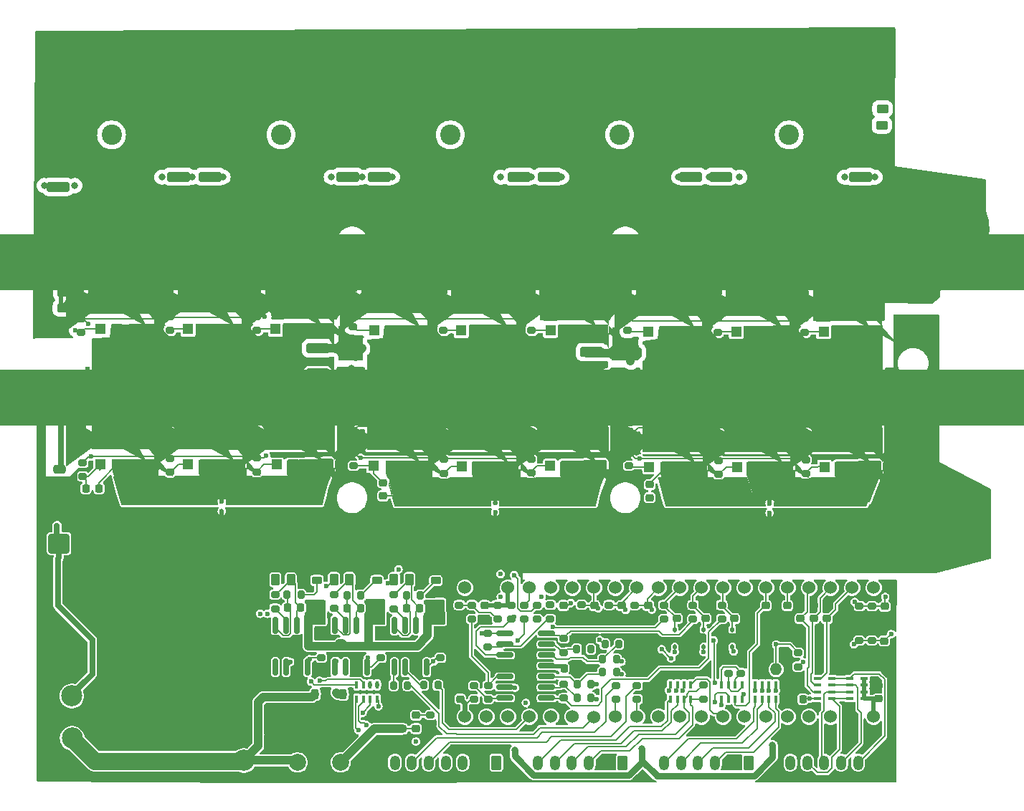
<source format=gbr>
%TF.GenerationSoftware,KiCad,Pcbnew,7.0.2-0*%
%TF.CreationDate,2023-08-29T20:24:27-04:00*%
%TF.ProjectId,MP2_DFN,4d50325f-4446-44e2-9e6b-696361645f70,rev?*%
%TF.SameCoordinates,Original*%
%TF.FileFunction,Copper,L1,Top*%
%TF.FilePolarity,Positive*%
%FSLAX46Y46*%
G04 Gerber Fmt 4.6, Leading zero omitted, Abs format (unit mm)*
G04 Created by KiCad (PCBNEW 7.0.2-0) date 2023-08-29 20:24:27*
%MOMM*%
%LPD*%
G01*
G04 APERTURE LIST*
G04 Aperture macros list*
%AMRoundRect*
0 Rectangle with rounded corners*
0 $1 Rounding radius*
0 $2 $3 $4 $5 $6 $7 $8 $9 X,Y pos of 4 corners*
0 Add a 4 corners polygon primitive as box body*
4,1,4,$2,$3,$4,$5,$6,$7,$8,$9,$2,$3,0*
0 Add four circle primitives for the rounded corners*
1,1,$1+$1,$2,$3*
1,1,$1+$1,$4,$5*
1,1,$1+$1,$6,$7*
1,1,$1+$1,$8,$9*
0 Add four rect primitives between the rounded corners*
20,1,$1+$1,$2,$3,$4,$5,0*
20,1,$1+$1,$4,$5,$6,$7,0*
20,1,$1+$1,$6,$7,$8,$9,0*
20,1,$1+$1,$8,$9,$2,$3,0*%
%AMFreePoly0*
4,1,141,3.900040,3.725000,3.915082,3.720106,3.930902,3.720106,3.943732,3.710784,3.958812,3.705878,3.968104,3.693076,3.980902,3.683779,3.985802,3.668696,3.995118,3.655864,3.995111,3.640045,4.000000,3.625000,4.000000,2.375000,3.995106,2.359937,3.995106,2.344098,3.985796,2.331284,3.980902,2.316221,3.968088,2.306911,3.958779,2.294098,3.943715,2.289203,3.930902,2.279894,
3.915063,2.279894,3.900000,2.275000,2.850000,2.275000,2.850000,1.725000,3.900000,1.725000,3.915063,1.720106,3.930902,1.720106,3.943715,1.710796,3.958779,1.705902,3.968088,1.693088,3.980902,1.683779,3.985796,1.668715,3.995106,1.655902,3.995106,1.640062,4.000000,1.625000,4.000000,0.375000,3.995106,0.359937,3.995106,0.344098,3.985796,0.331284,3.980902,0.316221,
3.968088,0.306911,3.958779,0.294098,3.943715,0.289203,3.930902,0.279894,3.915063,0.279894,3.900000,0.275000,2.850000,0.275000,2.850000,-0.275000,3.900000,-0.275000,3.915063,-0.279894,3.930902,-0.279894,3.943715,-0.289203,3.958779,-0.294098,3.968088,-0.306911,3.980902,-0.316221,3.985796,-0.331284,3.995106,-0.344098,3.995106,-0.359937,4.000000,-0.375000,4.000000,-1.625000,
3.995106,-1.640062,3.995106,-1.655902,3.985796,-1.668715,3.980902,-1.683779,3.968088,-1.693088,3.958779,-1.705902,3.943715,-1.710796,3.930902,-1.720106,3.915063,-1.720106,3.900000,-1.725000,2.850000,-1.725000,2.850000,-2.275000,3.900000,-2.275000,3.915063,-2.279894,3.930902,-2.279894,3.943715,-2.289203,3.958779,-2.294098,3.968088,-2.306911,3.980902,-2.316221,3.985796,-2.331284,
3.995106,-2.344098,3.995106,-2.359937,4.000000,-2.375000,4.000000,-3.625000,3.995111,-3.640045,3.995118,-3.655864,3.985802,-3.668696,3.980902,-3.683779,3.968104,-3.693076,3.958812,-3.705878,3.943732,-3.710784,3.930902,-3.720106,3.915082,-3.720106,3.900040,-3.725000,2.660040,-3.725500,2.644957,-3.720606,2.629098,-3.720606,2.616300,-3.711308,2.601254,-3.706426,2.591927,-3.693600,
2.579098,-3.684279,2.574209,-3.669234,2.564906,-3.656440,2.564899,-3.640580,2.560000,-3.625500,2.560000,-3.600490,-2.750009,-3.600000,-2.765067,-3.595106,-2.780902,-3.595106,-2.793719,-3.585793,-2.808786,-3.580897,-2.818091,-3.568086,-2.830902,-3.558779,-2.835797,-3.543711,-2.845109,-3.530893,-2.845107,-3.515058,-2.850000,-3.500000,-2.850000,3.500000,-2.845107,3.515058,-2.845109,3.530893,
-2.835797,3.543711,-2.830902,3.558779,-2.818091,3.568086,-2.808786,3.580897,-2.793719,3.585793,-2.780902,3.595106,-2.765067,3.595106,-2.750009,3.600000,2.560000,3.600490,2.560000,3.625500,2.564899,3.640580,2.564906,3.656440,2.574209,3.669234,2.579098,3.684279,2.591927,3.693600,2.601254,3.706426,2.616300,3.711308,2.629098,3.720606,2.644957,3.720606,2.660040,3.725500,
3.900040,3.725000,3.900040,3.725000,$1*%
G04 Aperture macros list end*
%TA.AperFunction,SMDPad,CuDef*%
%ADD10RoundRect,0.225000X-0.250000X0.225000X-0.250000X-0.225000X0.250000X-0.225000X0.250000X0.225000X0*%
%TD*%
%TA.AperFunction,SMDPad,CuDef*%
%ADD11RoundRect,0.225000X-0.375000X0.225000X-0.375000X-0.225000X0.375000X-0.225000X0.375000X0.225000X0*%
%TD*%
%TA.AperFunction,SMDPad,CuDef*%
%ADD12C,0.500000*%
%TD*%
%TA.AperFunction,SMDPad,CuDef*%
%ADD13RoundRect,0.200000X0.275000X-0.200000X0.275000X0.200000X-0.275000X0.200000X-0.275000X-0.200000X0*%
%TD*%
%TA.AperFunction,ComponentPad*%
%ADD14C,2.000000*%
%TD*%
%TA.AperFunction,SMDPad,CuDef*%
%ADD15RoundRect,0.128750X1.546250X-1.158750X1.546250X1.158750X-1.546250X1.158750X-1.546250X-1.158750X0*%
%TD*%
%TA.AperFunction,SMDPad,CuDef*%
%ADD16RoundRect,0.250000X-1.100000X0.325000X-1.100000X-0.325000X1.100000X-0.325000X1.100000X0.325000X0*%
%TD*%
%TA.AperFunction,SMDPad,CuDef*%
%ADD17RoundRect,0.250000X-0.262500X-0.450000X0.262500X-0.450000X0.262500X0.450000X-0.262500X0.450000X0*%
%TD*%
%TA.AperFunction,SMDPad,CuDef*%
%ADD18RoundRect,0.250000X0.450000X-0.262500X0.450000X0.262500X-0.450000X0.262500X-0.450000X-0.262500X0*%
%TD*%
%TA.AperFunction,SMDPad,CuDef*%
%ADD19RoundRect,0.112500X0.112500X-0.187500X0.112500X0.187500X-0.112500X0.187500X-0.112500X-0.187500X0*%
%TD*%
%TA.AperFunction,SMDPad,CuDef*%
%ADD20R,1.250000X1.280000*%
%TD*%
%TA.AperFunction,ComponentPad*%
%ADD21C,0.800000*%
%TD*%
%TA.AperFunction,SMDPad,CuDef*%
%ADD22FreePoly0,90.000000*%
%TD*%
%TA.AperFunction,SMDPad,CuDef*%
%ADD23R,0.900000X0.400000*%
%TD*%
%TA.AperFunction,SMDPad,CuDef*%
%ADD24RoundRect,0.225000X0.250000X-0.225000X0.250000X0.225000X-0.250000X0.225000X-0.250000X-0.225000X0*%
%TD*%
%TA.AperFunction,SMDPad,CuDef*%
%ADD25RoundRect,0.200000X-0.275000X0.200000X-0.275000X-0.200000X0.275000X-0.200000X0.275000X0.200000X0*%
%TD*%
%TA.AperFunction,SMDPad,CuDef*%
%ADD26RoundRect,0.200000X-0.200000X-0.275000X0.200000X-0.275000X0.200000X0.275000X-0.200000X0.275000X0*%
%TD*%
%TA.AperFunction,SMDPad,CuDef*%
%ADD27RoundRect,0.250000X1.100000X-0.325000X1.100000X0.325000X-1.100000X0.325000X-1.100000X-0.325000X0*%
%TD*%
%TA.AperFunction,ComponentPad*%
%ADD28C,2.500000*%
%TD*%
%TA.AperFunction,SMDPad,CuDef*%
%ADD29RoundRect,0.250000X-0.450000X0.262500X-0.450000X-0.262500X0.450000X-0.262500X0.450000X0.262500X0*%
%TD*%
%TA.AperFunction,SMDPad,CuDef*%
%ADD30RoundRect,0.225000X-0.225000X-0.250000X0.225000X-0.250000X0.225000X0.250000X-0.225000X0.250000X0*%
%TD*%
%TA.AperFunction,ComponentPad*%
%ADD31RoundRect,0.250000X0.350000X0.625000X-0.350000X0.625000X-0.350000X-0.625000X0.350000X-0.625000X0*%
%TD*%
%TA.AperFunction,ComponentPad*%
%ADD32O,1.200000X1.750000*%
%TD*%
%TA.AperFunction,ComponentPad*%
%ADD33R,2.400000X2.400000*%
%TD*%
%TA.AperFunction,ComponentPad*%
%ADD34C,2.400000*%
%TD*%
%TA.AperFunction,SMDPad,CuDef*%
%ADD35RoundRect,0.200000X0.200000X0.275000X-0.200000X0.275000X-0.200000X-0.275000X0.200000X-0.275000X0*%
%TD*%
%TA.AperFunction,ComponentPad*%
%ADD36C,3.000000*%
%TD*%
%TA.AperFunction,SMDPad,CuDef*%
%ADD37R,0.400000X0.900000*%
%TD*%
%TA.AperFunction,SMDPad,CuDef*%
%ADD38RoundRect,0.225000X0.225000X0.250000X-0.225000X0.250000X-0.225000X-0.250000X0.225000X-0.250000X0*%
%TD*%
%TA.AperFunction,SMDPad,CuDef*%
%ADD39RoundRect,0.250000X-0.475000X0.250000X-0.475000X-0.250000X0.475000X-0.250000X0.475000X0.250000X0*%
%TD*%
%TA.AperFunction,SMDPad,CuDef*%
%ADD40RoundRect,0.250000X-1.000000X-0.900000X1.000000X-0.900000X1.000000X0.900000X-1.000000X0.900000X0*%
%TD*%
%TA.AperFunction,ComponentPad*%
%ADD41C,1.400000*%
%TD*%
%TA.AperFunction,ComponentPad*%
%ADD42O,1.400000X1.400000*%
%TD*%
%TA.AperFunction,ComponentPad*%
%ADD43C,1.524000*%
%TD*%
%TA.AperFunction,SMDPad,CuDef*%
%ADD44RoundRect,0.225000X0.225000X0.375000X-0.225000X0.375000X-0.225000X-0.375000X0.225000X-0.375000X0*%
%TD*%
%TA.AperFunction,SMDPad,CuDef*%
%ADD45RoundRect,0.150000X0.825000X0.150000X-0.825000X0.150000X-0.825000X-0.150000X0.825000X-0.150000X0*%
%TD*%
%TA.AperFunction,SMDPad,CuDef*%
%ADD46RoundRect,0.150000X0.150000X-0.825000X0.150000X0.825000X-0.150000X0.825000X-0.150000X-0.825000X0*%
%TD*%
%TA.AperFunction,SMDPad,CuDef*%
%ADD47RoundRect,0.218750X-0.256250X0.218750X-0.256250X-0.218750X0.256250X-0.218750X0.256250X0.218750X0*%
%TD*%
%TA.AperFunction,ComponentPad*%
%ADD48R,6.000000X4.000000*%
%TD*%
%TA.AperFunction,ViaPad*%
%ADD49C,0.600000*%
%TD*%
%TA.AperFunction,ViaPad*%
%ADD50C,0.800000*%
%TD*%
%TA.AperFunction,ViaPad*%
%ADD51C,12.000000*%
%TD*%
%TA.AperFunction,Conductor*%
%ADD52C,0.700000*%
%TD*%
%TA.AperFunction,Conductor*%
%ADD53C,0.200000*%
%TD*%
%TA.AperFunction,Conductor*%
%ADD54C,1.000000*%
%TD*%
%TA.AperFunction,Conductor*%
%ADD55C,0.800000*%
%TD*%
%TA.AperFunction,Conductor*%
%ADD56C,0.500000*%
%TD*%
%TA.AperFunction,Conductor*%
%ADD57C,0.600000*%
%TD*%
%TA.AperFunction,Conductor*%
%ADD58C,2.000000*%
%TD*%
G04 APERTURE END LIST*
%TA.AperFunction,EtchedComponent*%
%TO.C,NT6*%
G36*
X135300800Y-91187900D02*
G01*
X134800800Y-91187900D01*
X134800800Y-90187900D01*
X135300800Y-90187900D01*
X135300800Y-91187900D01*
G37*
%TD.AperFunction*%
%TA.AperFunction,EtchedComponent*%
%TO.C,NT3*%
G36*
X102890300Y-88992500D02*
G01*
X102390300Y-88992500D01*
X102390300Y-87992500D01*
X102890300Y-87992500D01*
X102890300Y-88992500D01*
G37*
%TD.AperFunction*%
%TA.AperFunction,EtchedComponent*%
%TO.C,NT1*%
G36*
X70615500Y-88861800D02*
G01*
X70115500Y-88861800D01*
X70115500Y-87861800D01*
X70615500Y-87861800D01*
X70615500Y-88861800D01*
G37*
%TD.AperFunction*%
%TA.AperFunction,EtchedComponent*%
%TO.C,NT2*%
G36*
X70616300Y-90969800D02*
G01*
X70116300Y-90969800D01*
X70116300Y-89969800D01*
X70616300Y-89969800D01*
X70616300Y-90969800D01*
G37*
%TD.AperFunction*%
%TA.AperFunction,EtchedComponent*%
%TO.C,NT4*%
G36*
X102891100Y-91100500D02*
G01*
X102391100Y-91100500D01*
X102391100Y-90100500D01*
X102891100Y-90100500D01*
X102891100Y-91100500D01*
G37*
%TD.AperFunction*%
%TA.AperFunction,EtchedComponent*%
%TO.C,NT5*%
G36*
X135300000Y-89079900D02*
G01*
X134800000Y-89079900D01*
X134800000Y-88079900D01*
X135300000Y-88079900D01*
X135300000Y-89079900D01*
G37*
%TD.AperFunction*%
%TD*%
D10*
%TO.P,C7,1*%
%TO.N,V3V3*%
X101400000Y-101125000D03*
%TO.P,C7,2*%
%TO.N,GND*%
X101400000Y-102675000D03*
%TD*%
D11*
%TO.P,D2,1,K*%
%TO.N,Net-(D2-K)*%
X88700000Y-98150000D03*
%TO.P,D2,2,A*%
%TO.N,V12V*%
X88700000Y-101450000D03*
%TD*%
D12*
%TO.P,NT6,1,1*%
%TO.N,GND*%
X135050800Y-91187900D03*
%TO.P,NT6,2,2*%
%TO.N,A_SHC_V-*%
X135050800Y-90187900D03*
%TD*%
D13*
%TO.P,R33,1*%
%TO.N,Net-(R30-Pad2)*%
X129400000Y-102725000D03*
%TO.P,R33,2*%
%TO.N,A_SHA_AMP*%
X129400000Y-101075000D03*
%TD*%
D10*
%TO.P,C27,1*%
%TO.N,V12V*%
X89125000Y-102950000D03*
%TO.P,C27,2*%
%TO.N,GND*%
X89125000Y-104500000D03*
%TD*%
D13*
%TO.P,RG11,1*%
%TO.N,Net-(CGS14-Pad1)*%
X96621300Y-85531250D03*
%TO.P,RG11,2*%
%TO.N,DVRL2*%
X96621300Y-83881250D03*
%TD*%
D14*
%TO.P,TpGND1,1,1*%
%TO.N,GND*%
X76750000Y-91030000D03*
%TD*%
D15*
%TO.P,SHA2,1*%
%TO.N,GND*%
X80271500Y-91885800D03*
%TO.P,SHA2,2*%
%TO.N,Net-(CGS10-Pad2)*%
X80271500Y-87310800D03*
%TD*%
D16*
%TO.P,CD5,1*%
%TO.N,VBAT*%
X118617000Y-71245400D03*
%TO.P,CD5,2*%
%TO.N,GND*%
X118617000Y-74195400D03*
%TD*%
D13*
%TO.P,RG5,1*%
%TO.N,Net-(CGS11-Pad1)*%
X64262000Y-85400550D03*
%TO.P,RG5,2*%
%TO.N,DVRL1*%
X64262000Y-83750550D03*
%TD*%
D17*
%TO.P,R7,1*%
%TO.N,A_PHB_VSENSE*%
X83612500Y-98050000D03*
%TO.P,R7,2*%
%TO.N,DV2H_N*%
X85437500Y-98050000D03*
%TD*%
D10*
%TO.P,C18,1*%
%TO.N,A_THROTTLE*%
X134600000Y-101125000D03*
%TO.P,C18,2*%
%TO.N,GND*%
X134600000Y-102675000D03*
%TD*%
D18*
%TO.P,R3,1*%
%TO.N,VSENSE2*%
X148367800Y-42414800D03*
%TO.P,R3,2*%
%TO.N,VBAT*%
X148367800Y-40589800D03*
%TD*%
D19*
%TO.P,D4,1,K*%
%TO.N,VSENSE2*%
X123850000Y-106050000D03*
%TO.P,D4,2,A*%
%TO.N,A_SHC_AMP*%
X123850000Y-103950000D03*
%TD*%
D20*
%TO.P,QA5,1*%
%TO.N,Net-(CGS3-Pad2)*%
X76699000Y-68473300D03*
D21*
%TO.P,QA5,2*%
%TO.N,VBAT*%
X76699000Y-60403300D03*
X76699000Y-62153300D03*
X76699000Y-63903300D03*
X76699000Y-65653300D03*
X78699000Y-60403300D03*
X78699000Y-62153300D03*
X78699000Y-63903300D03*
X78699000Y-65653300D03*
D22*
X79699000Y-63593300D03*
D21*
X80699000Y-60403300D03*
X80699000Y-62153300D03*
X80699000Y-63903300D03*
X80699000Y-65653300D03*
X82699000Y-60403300D03*
X82699000Y-62153300D03*
X82699000Y-63903300D03*
X82699000Y-65653300D03*
D20*
%TO.P,QA5,3*%
%TO.N,DV1H_N*%
X78699000Y-68473300D03*
X80699000Y-68473300D03*
X82699000Y-68473300D03*
%TD*%
D23*
%TO.P,RN4,1,R1.1*%
%TO.N,V3V3*%
X146219000Y-112128260D03*
%TO.P,RN4,2,R2.1*%
X146219000Y-111328260D03*
%TO.P,RN4,3,R3.1*%
X146219000Y-110528260D03*
%TO.P,RN4,4,R4.1*%
X146219000Y-109728260D03*
%TO.P,RN4,5,R4.2*%
%TO.N,Net-(J3-Pin_2)*%
X144519000Y-109728260D03*
%TO.P,RN4,6,R3.2*%
%TO.N,Net-(J3-Pin_3)*%
X144519000Y-110528260D03*
%TO.P,RN4,7,R2.2*%
%TO.N,Net-(J3-Pin_4)*%
X144519000Y-111328260D03*
%TO.P,RN4,8,R1.2*%
%TO.N,Net-(J3-Pin_5)*%
X144519000Y-112128260D03*
%TD*%
D24*
%TO.P,CGS16,1*%
%TO.N,Net-(CGS16-Pad1)*%
X120904000Y-88392000D03*
%TO.P,CGS16,2*%
%TO.N,Net-(CGS16-Pad2)*%
X120904000Y-86842000D03*
%TD*%
D25*
%TO.P,R36,1*%
%TO.N,Net-(R29-Pad2)*%
X100150000Y-110575000D03*
%TO.P,R36,2*%
%TO.N,A_OVERLIMIT*%
X100150000Y-112225000D03*
%TD*%
D20*
%TO.P,QB3,1*%
%TO.N,Net-(CGS5-Pad2)*%
X98637500Y-68627200D03*
D21*
%TO.P,QB3,2*%
%TO.N,VBAT*%
X98637500Y-60557200D03*
X98637500Y-62307200D03*
X98637500Y-64057200D03*
X98637500Y-65807200D03*
X100637500Y-60557200D03*
X100637500Y-62307200D03*
X100637500Y-64057200D03*
X100637500Y-65807200D03*
D22*
X101637500Y-63747200D03*
D21*
X102637500Y-60557200D03*
X102637500Y-62307200D03*
X102637500Y-64057200D03*
X102637500Y-65807200D03*
X104637500Y-60557200D03*
X104637500Y-62307200D03*
X104637500Y-64057200D03*
X104637500Y-65807200D03*
D20*
%TO.P,QB3,3*%
%TO.N,DV2H_N*%
X100637500Y-68627200D03*
X102637500Y-68627200D03*
X104637500Y-68627200D03*
%TD*%
D13*
%TO.P,RG13,1*%
%TO.N,Net-(CGS7-Pad2)*%
X118293500Y-68605400D03*
%TO.P,RG13,2*%
%TO.N,DV3H_P*%
X118293500Y-66955400D03*
%TD*%
D24*
%TO.P,C23,1*%
%TO.N,A_SHB_AMP*%
X127500000Y-102675000D03*
%TO.P,C23,2*%
%TO.N,GND*%
X127500000Y-101125000D03*
%TD*%
%TO.P,CGS17,1*%
%TO.N,Net-(CGS17-Pad1)*%
X129032000Y-82423000D03*
%TO.P,CGS17,2*%
%TO.N,Net-(CGS16-Pad2)*%
X129032000Y-80873000D03*
%TD*%
D13*
%TO.P,RG2,1*%
%TO.N,Net-(CGS2-Pad2)*%
X64205000Y-68633800D03*
%TO.P,RG2,2*%
%TO.N,DV1H_P*%
X64205000Y-66983800D03*
%TD*%
D20*
%TO.P,QC1,1*%
%TO.N,Net-(CGS7-Pad2)*%
X120726000Y-68747800D03*
D21*
%TO.P,QC1,2*%
%TO.N,VBAT*%
X120726000Y-60677800D03*
X120726000Y-62427800D03*
X120726000Y-64177800D03*
X120726000Y-65927800D03*
X122726000Y-60677800D03*
X122726000Y-62427800D03*
X122726000Y-64177800D03*
X122726000Y-65927800D03*
D22*
X123726000Y-63867800D03*
D21*
X124726000Y-60677800D03*
X124726000Y-62427800D03*
X124726000Y-64177800D03*
X124726000Y-65927800D03*
X126726000Y-60677800D03*
X126726000Y-62427800D03*
X126726000Y-64177800D03*
X126726000Y-65927800D03*
D20*
%TO.P,QC1,3*%
%TO.N,DV3H_N*%
X122726000Y-68747800D03*
X124726000Y-68747800D03*
X126726000Y-68747800D03*
%TD*%
D10*
%TO.P,C19,1*%
%TO.N,VSENSE*%
X148650000Y-101225000D03*
%TO.P,C19,2*%
%TO.N,GND*%
X148650000Y-102775000D03*
%TD*%
D25*
%TO.P,R39,1*%
%TO.N,UART3RX_I2C2SDA_ADC12-15_F405*%
X119400000Y-110575000D03*
%TO.P,R39,2*%
%TO.N,Net-(U5-PA12)*%
X119400000Y-112225000D03*
%TD*%
D26*
%TO.P,R20,1*%
%TO.N,Net-(U4A--)*%
X112325000Y-112050000D03*
%TO.P,R20,2*%
%TO.N,A_SHA_V-*%
X113975000Y-112050000D03*
%TD*%
%TO.P,R23,1*%
%TO.N,Net-(U4B--)*%
X112275000Y-106300000D03*
%TO.P,R23,2*%
%TO.N,A_SHB_V-*%
X113925000Y-106300000D03*
%TD*%
D27*
%TO.P,CX2,1*%
%TO.N,VBAT*%
X65250000Y-53395200D03*
%TO.P,CX2,2*%
%TO.N,GND*%
X65250000Y-50445200D03*
%TD*%
D25*
%TO.P,R37,1*%
%TO.N,UART3TX_I2C2SCL_ADC12-14_F405*%
X116900000Y-110575000D03*
%TO.P,R37,2*%
%TO.N,Net-(U5-PA11)*%
X116900000Y-112225000D03*
%TD*%
D28*
%TO.P,U6,1,VIN*%
%TO.N,Net-(D7-A1)*%
X52654000Y-111813260D03*
%TO.P,U6,2,GND_IN*%
%TO.N,GND*%
X52654000Y-106733260D03*
%TO.P,U6,3,GND_OUT*%
X72974000Y-99113260D03*
%TO.P,U6,4,VOUT*%
%TO.N,V12V_safe*%
X72974000Y-119433260D03*
%TD*%
D10*
%TO.P,CGS4,1*%
%TO.N,DV2H_N*%
X85900000Y-63625000D03*
%TO.P,CGS4,2*%
%TO.N,Net-(CGS4-Pad2)*%
X85900000Y-65175000D03*
%TD*%
D12*
%TO.P,NT3,1,1*%
%TO.N,Net-(CGS13-Pad2)*%
X102640300Y-87992500D03*
%TO.P,NT3,2,2*%
%TO.N,A_SHB_V+*%
X102640300Y-88992500D03*
%TD*%
D29*
%TO.P,RS3,1*%
%TO.N,Net-(CS3-Pad2)*%
X118300000Y-79400000D03*
%TO.P,RS3,2*%
%TO.N,DV3H_N*%
X118300000Y-81225000D03*
%TD*%
D13*
%TO.P,R17,1*%
%TO.N,GND*%
X98400000Y-102725000D03*
%TO.P,R17,2*%
%TO.N,Net-(R16-Pad1)*%
X98400000Y-101075000D03*
%TD*%
D20*
%TO.P,QB1,1*%
%TO.N,Net-(CGS4-Pad2)*%
X88359300Y-68635000D03*
D21*
%TO.P,QB1,2*%
%TO.N,VBAT*%
X88359300Y-60565000D03*
X88359300Y-62315000D03*
X88359300Y-64065000D03*
X88359300Y-65815000D03*
X90359300Y-60565000D03*
X90359300Y-62315000D03*
X90359300Y-64065000D03*
X90359300Y-65815000D03*
D22*
X91359300Y-63755000D03*
D21*
X92359300Y-60565000D03*
X92359300Y-62315000D03*
X92359300Y-64065000D03*
X92359300Y-65815000D03*
X94359300Y-60565000D03*
X94359300Y-62315000D03*
X94359300Y-64065000D03*
X94359300Y-65815000D03*
D20*
%TO.P,QB1,3*%
%TO.N,DV2H_N*%
X90359300Y-68635000D03*
X92359300Y-68635000D03*
X94359300Y-68635000D03*
%TD*%
D10*
%TO.P,C33,1*%
%TO.N,A_PHA_VSENSE*%
X120700000Y-101100000D03*
%TO.P,C33,2*%
%TO.N,GND*%
X120700000Y-102650000D03*
%TD*%
D13*
%TO.P,R35,1*%
%TO.N,Net-(R32-Pad2)*%
X122600000Y-102725000D03*
%TO.P,R35,2*%
%TO.N,A_SHC_AMP*%
X122600000Y-101075000D03*
%TD*%
D30*
%TO.P,CGS10,1*%
%TO.N,Net-(CGS10-Pad1)*%
X54325000Y-87300000D03*
%TO.P,CGS10,2*%
%TO.N,Net-(CGS10-Pad2)*%
X55875000Y-87300000D03*
%TD*%
D24*
%TO.P,CGS12,1*%
%TO.N,Net-(CGS12-Pad1)*%
X74600000Y-82100000D03*
%TO.P,CGS12,2*%
%TO.N,Net-(CGS10-Pad2)*%
X74600000Y-80550000D03*
%TD*%
D20*
%TO.P,QC4,1*%
%TO.N,Net-(CGS17-Pad1)*%
X131202600Y-84736400D03*
D21*
%TO.P,QC4,2*%
%TO.N,DV3H_N*%
X131202600Y-76666400D03*
X131202600Y-78416400D03*
X131202600Y-80166400D03*
X131202600Y-81916400D03*
X133202600Y-76666400D03*
X133202600Y-78416400D03*
X133202600Y-80166400D03*
X133202600Y-81916400D03*
D22*
X134202600Y-79856400D03*
D21*
X135202600Y-76666400D03*
X135202600Y-78416400D03*
X135202600Y-80166400D03*
X135202600Y-81916400D03*
X137202600Y-76666400D03*
X137202600Y-78416400D03*
X137202600Y-80166400D03*
X137202600Y-81916400D03*
D20*
%TO.P,QC4,3*%
%TO.N,Net-(CGS16-Pad2)*%
X133202600Y-84736400D03*
X135202600Y-84736400D03*
X137202600Y-84736400D03*
%TD*%
D31*
%TO.P,J4,1,Pin_1*%
%TO.N,Net-(J4-Pin_1)*%
X117700000Y-119700000D03*
D32*
%TO.P,J4,2,Pin_2*%
%TO.N,GND*%
X115700000Y-119700000D03*
%TO.P,J4,3,Pin_3*%
%TO.N,PB5 MOSI TIM3 CH2*%
X113700000Y-119700000D03*
%TO.P,J4,4,Pin_4*%
%TO.N,PB4 MISO TIM3 CH1*%
X111700000Y-119700000D03*
%TO.P,J4,5,Pin_5*%
%TO.N,PB3 SCK TIM2CH2*%
X109700000Y-119700000D03*
%TO.P,J4,6,Pin_6*%
%TO.N,PA15 TIM2 CH1*%
X107700000Y-119700000D03*
%TD*%
D33*
%TO.P,CR1,1*%
%TO.N,VBAT*%
X57350000Y-38000000D03*
D34*
%TO.P,CR1,2*%
%TO.N,GND*%
X57350000Y-45500000D03*
%TD*%
D13*
%TO.P,R27,1*%
%TO.N,Net-(U4D-+)*%
X99900000Y-102725000D03*
%TO.P,R27,2*%
%TO.N,Net-(R16-Pad1)*%
X99900000Y-101075000D03*
%TD*%
%TO.P,R32,1*%
%TO.N,Net-(U4C--)*%
X101710000Y-106025000D03*
%TO.P,R32,2*%
%TO.N,Net-(R32-Pad2)*%
X101710000Y-104375000D03*
%TD*%
D35*
%TO.P,R22,1*%
%TO.N,Net-(U4B-+)*%
X117250000Y-105700000D03*
%TO.P,R22,2*%
%TO.N,A_SHB_V+*%
X115600000Y-105700000D03*
%TD*%
D26*
%TO.P,R43,1*%
%TO.N,HIN_C*%
X90655000Y-110555000D03*
%TO.P,R43,2*%
%TO.N,_HIN_C*%
X92305000Y-110555000D03*
%TD*%
D13*
%TO.P,RG8,1*%
%TO.N,Net-(CGS5-Pad2)*%
X96526400Y-68619600D03*
%TO.P,RG8,2*%
%TO.N,DV2H_P*%
X96526400Y-66969600D03*
%TD*%
%TO.P,R40,1*%
%TO.N,GND*%
X147100000Y-106925000D03*
%TO.P,R40,2*%
%TO.N,VSENSE2*%
X147100000Y-105275000D03*
%TD*%
D36*
%TO.P,TpGND4,1,1*%
%TO.N,GND*%
X72569000Y-106778260D03*
%TD*%
D20*
%TO.P,QA3,1*%
%TO.N,Net-(CGS2-Pad2)*%
X66377500Y-68473300D03*
D21*
%TO.P,QA3,2*%
%TO.N,VBAT*%
X66377500Y-60403300D03*
X66377500Y-62153300D03*
X66377500Y-63903300D03*
X66377500Y-65653300D03*
X68377500Y-60403300D03*
X68377500Y-62153300D03*
X68377500Y-63903300D03*
X68377500Y-65653300D03*
D22*
X69377500Y-63593300D03*
D21*
X70377500Y-60403300D03*
X70377500Y-62153300D03*
X70377500Y-63903300D03*
X70377500Y-65653300D03*
X72377500Y-60403300D03*
X72377500Y-62153300D03*
X72377500Y-63903300D03*
X72377500Y-65653300D03*
D20*
%TO.P,QA3,3*%
%TO.N,DV1H_N*%
X68377500Y-68473300D03*
X70377500Y-68473300D03*
X72377500Y-68473300D03*
%TD*%
D29*
%TO.P,R14,1*%
%TO.N,VSENSE*%
X148291600Y-44349000D03*
%TO.P,R14,2*%
%TO.N,VBAT*%
X148291600Y-46174000D03*
%TD*%
D37*
%TO.P,RN2,1,R1.1*%
%TO.N,Net-(RN2-R1.1)*%
X125750000Y-110500000D03*
%TO.P,RN2,2,R2.1*%
%TO.N,Net-(RN2-R2.1)*%
X124950000Y-110500000D03*
%TO.P,RN2,3,R3.1*%
%TO.N,Net-(RN2-R3.1)*%
X124150000Y-110500000D03*
%TO.P,RN2,4,R4.1*%
%TO.N,Net-(RN2-R4.1)*%
X123350000Y-110500000D03*
%TO.P,RN2,5,R4.2*%
%TO.N,PA15 TIM2 CH1*%
X123350000Y-112200000D03*
%TO.P,RN2,6,R3.2*%
%TO.N,PB3 SCK TIM2CH2*%
X124150000Y-112200000D03*
%TO.P,RN2,7,R2.2*%
%TO.N,PB4 MISO TIM3 CH1*%
X124950000Y-112200000D03*
%TO.P,RN2,8,R1.2*%
%TO.N,PB5 MOSI TIM3 CH2*%
X125750000Y-112200000D03*
%TD*%
D24*
%TO.P,CGS18,1*%
%TO.N,Net-(CGS18-Pad1)*%
X139319000Y-82375000D03*
%TO.P,CGS18,2*%
%TO.N,Net-(CGS16-Pad2)*%
X139319000Y-80825000D03*
%TD*%
%TO.P,C6,1*%
%TO.N,V3V3*%
X147869000Y-112153260D03*
%TO.P,C6,2*%
%TO.N,GND*%
X147869000Y-110603260D03*
%TD*%
D10*
%TO.P,CGS5,1*%
%TO.N,DV2H_N*%
X96500000Y-64025000D03*
%TO.P,CGS5,2*%
%TO.N,Net-(CGS5-Pad2)*%
X96500000Y-65575000D03*
%TD*%
D13*
%TO.P,RG1,1*%
%TO.N,Net-(CGS1-Pad2)*%
X53778200Y-68873600D03*
%TO.P,RG1,2*%
%TO.N,DV1H_P*%
X53778200Y-67223600D03*
%TD*%
D25*
%TO.P,R29,1*%
%TO.N,Net-(U4D-+)*%
X101800000Y-110575000D03*
%TO.P,R29,2*%
%TO.N,Net-(R29-Pad2)*%
X101800000Y-112225000D03*
%TD*%
D13*
%TO.P,RG12,1*%
%TO.N,Net-(CGS15-Pad1)*%
X106934000Y-85468250D03*
%TO.P,RG12,2*%
%TO.N,DVRL2*%
X106934000Y-83818250D03*
%TD*%
D14*
%TO.P,TpGND2,1,1*%
%TO.N,GND*%
X109100000Y-91100000D03*
%TD*%
D13*
%TO.P,R34,1*%
%TO.N,Net-(R31-Pad2)*%
X126000000Y-102725000D03*
%TO.P,R34,2*%
%TO.N,A_SHB_AMP*%
X126000000Y-101075000D03*
%TD*%
D15*
%TO.P,SHB1,1*%
%TO.N,GND*%
X92322300Y-92047500D03*
%TO.P,SHB1,2*%
%TO.N,Net-(CGS13-Pad2)*%
X92322300Y-87472500D03*
%TD*%
D10*
%TO.P,CGS7,1*%
%TO.N,DV3H_N*%
X118300000Y-63950000D03*
%TO.P,CGS7,2*%
%TO.N,Net-(CGS7-Pad2)*%
X118300000Y-65500000D03*
%TD*%
D15*
%TO.P,SHA1,1*%
%TO.N,GND*%
X60459500Y-91885800D03*
%TO.P,SHA1,2*%
%TO.N,Net-(CGS10-Pad2)*%
X60459500Y-87310800D03*
%TD*%
D13*
%TO.P,R48,1*%
%TO.N,GND*%
X82125000Y-108950000D03*
%TO.P,R48,2*%
%TO.N,DVRL1*%
X82125000Y-107300000D03*
%TD*%
D24*
%TO.P,C10,1*%
%TO.N,V5V*%
X88630000Y-115695000D03*
%TO.P,C10,2*%
%TO.N,GND*%
X88630000Y-114145000D03*
%TD*%
D29*
%TO.P,RS2,1*%
%TO.N,Net-(CS2-Pad2)*%
X85670000Y-78877500D03*
%TO.P,RS2,2*%
%TO.N,DV2H_N*%
X85670000Y-80702500D03*
%TD*%
D37*
%TO.P,RN3,1,R1.1*%
%TO.N,Net-(RN3-R1.1)*%
X135769000Y-110478260D03*
%TO.P,RN3,2,R2.1*%
%TO.N,Net-(RN3-R2.1)*%
X134969000Y-110478260D03*
%TO.P,RN3,3,R3.1*%
%TO.N,Net-(RN3-R3.1)*%
X134169000Y-110478260D03*
%TO.P,RN3,4,R4.1*%
%TO.N,Net-(RN3-R4.1)*%
X133369000Y-110478260D03*
%TO.P,RN3,5,R4.2*%
%TO.N,PB6 D_UART1_TX I2C1_SCL TIM4_CH1*%
X133369000Y-112178260D03*
%TO.P,RN3,6,R3.2*%
%TO.N,PB7 D_UART1_RX I2C1_SDA TIM4_CH2*%
X134169000Y-112178260D03*
%TO.P,RN3,7,R2.2*%
%TO.N,PB8 DI2C1_SCL TIM4_CH3*%
X134969000Y-112178260D03*
%TO.P,RN3,8,R1.2*%
%TO.N,PB9 DI2C1_SDA TIM4_CH4*%
X135769000Y-112178260D03*
%TD*%
D13*
%TO.P,R50,1*%
%TO.N,GND*%
X89125000Y-108975000D03*
%TO.P,R50,2*%
%TO.N,DVRL2*%
X89125000Y-107325000D03*
%TD*%
D20*
%TO.P,QB4,1*%
%TO.N,Net-(CGS14-Pad1)*%
X98724400Y-84696500D03*
D21*
%TO.P,QB4,2*%
%TO.N,DV2H_N*%
X98724400Y-76626500D03*
X98724400Y-78376500D03*
X98724400Y-80126500D03*
X98724400Y-81876500D03*
X100724400Y-76626500D03*
X100724400Y-78376500D03*
X100724400Y-80126500D03*
X100724400Y-81876500D03*
D22*
X101724400Y-79816500D03*
D21*
X102724400Y-76626500D03*
X102724400Y-78376500D03*
X102724400Y-80126500D03*
X102724400Y-81876500D03*
X104724400Y-76626500D03*
X104724400Y-78376500D03*
X104724400Y-80126500D03*
X104724400Y-81876500D03*
D20*
%TO.P,QB4,3*%
%TO.N,Net-(CGS13-Pad2)*%
X100724400Y-84696500D03*
X102724400Y-84696500D03*
X104724400Y-84696500D03*
%TD*%
D15*
%TO.P,SHB3,1*%
%TO.N,GND*%
X112642300Y-92047500D03*
%TO.P,SHB3,2*%
%TO.N,Net-(CGS13-Pad2)*%
X112642300Y-87472500D03*
%TD*%
D10*
%TO.P,CGS3,1*%
%TO.N,DV1H_N*%
X74500000Y-64025000D03*
%TO.P,CGS3,2*%
%TO.N,Net-(CGS3-Pad2)*%
X74500000Y-65575000D03*
%TD*%
D13*
%TO.P,R16,1*%
%TO.N,Net-(R16-Pad1)*%
X102900000Y-102725000D03*
%TO.P,R16,2*%
%TO.N,V3V3*%
X102900000Y-101075000D03*
%TD*%
%TO.P,R25,1*%
%TO.N,Net-(U4C-+)*%
X107625000Y-102725000D03*
%TO.P,R25,2*%
%TO.N,A_SHC_V+*%
X107625000Y-101075000D03*
%TD*%
D19*
%TO.P,D5,1,K*%
%TO.N,VSENSE2*%
X127250000Y-106050000D03*
%TO.P,D5,2,A*%
%TO.N,A_SHB_AMP*%
X127250000Y-103950000D03*
%TD*%
D27*
%TO.P,CX3,1*%
%TO.N,VBAT*%
X69000000Y-53395200D03*
%TO.P,CX3,2*%
%TO.N,GND*%
X69000000Y-50445200D03*
%TD*%
D13*
%TO.P,R24,1*%
%TO.N,Net-(U4C-+)*%
X104550000Y-102725000D03*
%TO.P,R24,2*%
%TO.N,V3V3*%
X104550000Y-101075000D03*
%TD*%
D17*
%TO.P,R5,1*%
%TO.N,A_PHA_VSENSE*%
X76687500Y-98100000D03*
%TO.P,R5,2*%
%TO.N,DV1H_N*%
X78512500Y-98100000D03*
%TD*%
D13*
%TO.P,R28,1*%
%TO.N,Net-(RN5-R1.2)*%
X131669000Y-109115760D03*
%TO.P,R28,2*%
%TO.N,GND*%
X131669000Y-107465760D03*
%TD*%
D23*
%TO.P,RN1,1,R1.1*%
%TO.N,HALL_A*%
X140669000Y-109728260D03*
%TO.P,RN1,2,R2.1*%
%TO.N,HALL_B*%
X140669000Y-110528260D03*
%TO.P,RN1,3,R3.1*%
%TO.N,HALL_C*%
X140669000Y-111328260D03*
%TO.P,RN1,4,R4.1*%
%TO.N,MOTOR_TEMP*%
X140669000Y-112128260D03*
%TO.P,RN1,5,R4.2*%
%TO.N,Net-(J3-Pin_5)*%
X142369000Y-112128260D03*
%TO.P,RN1,6,R3.2*%
%TO.N,Net-(J3-Pin_4)*%
X142369000Y-111328260D03*
%TO.P,RN1,7,R2.2*%
%TO.N,Net-(J3-Pin_3)*%
X142369000Y-110528260D03*
%TO.P,RN1,8,R1.2*%
%TO.N,Net-(J3-Pin_2)*%
X142369000Y-109728260D03*
%TD*%
D13*
%TO.P,R31,1*%
%TO.N,Net-(U4B--)*%
X110750000Y-106675000D03*
%TO.P,R31,2*%
%TO.N,Net-(R31-Pad2)*%
X110750000Y-105025000D03*
%TD*%
D24*
%TO.P,C15,1*%
%TO.N,HALL_B*%
X140250000Y-102675000D03*
%TO.P,C15,2*%
%TO.N,GND*%
X140250000Y-101125000D03*
%TD*%
D15*
%TO.P,SHA3,1*%
%TO.N,GND*%
X70365500Y-91885800D03*
%TO.P,SHA3,2*%
%TO.N,Net-(CGS10-Pad2)*%
X70365500Y-87310800D03*
%TD*%
%TO.P,SHC3,1*%
%TO.N,GND*%
X145342000Y-92007900D03*
%TO.P,SHC3,2*%
%TO.N,Net-(CGS16-Pad2)*%
X145342000Y-87432900D03*
%TD*%
D13*
%TO.P,RG16,1*%
%TO.N,Net-(CGS16-Pad1)*%
X118410000Y-84620000D03*
%TO.P,RG16,2*%
%TO.N,DVRL3*%
X118410000Y-82970000D03*
%TD*%
D26*
%TO.P,R19,1*%
%TO.N,Net-(U4A-+)*%
X112325000Y-110450000D03*
%TO.P,R19,2*%
%TO.N,A_SHA_V+*%
X113975000Y-110450000D03*
%TD*%
D13*
%TO.P,R6,1*%
%TO.N,GND*%
X119100000Y-102725000D03*
%TO.P,R6,2*%
%TO.N,A_PHA_VSENSE*%
X119100000Y-101075000D03*
%TD*%
D16*
%TO.P,CD4,1*%
%TO.N,VBAT*%
X114020700Y-71158000D03*
%TO.P,CD4,2*%
%TO.N,GND*%
X114020700Y-74108000D03*
%TD*%
%TO.P,CD3,1*%
%TO.N,VBAT*%
X81692800Y-70713800D03*
%TO.P,CD3,2*%
%TO.N,GND*%
X81692800Y-73663800D03*
%TD*%
D24*
%TO.P,C14,1*%
%TO.N,HALL_C*%
X138700000Y-102675000D03*
%TO.P,C14,2*%
%TO.N,GND*%
X138700000Y-101125000D03*
%TD*%
D30*
%TO.P,C20,1*%
%TO.N,V3V3*%
X110775000Y-108550000D03*
%TO.P,C20,2*%
%TO.N,GND*%
X112325000Y-108550000D03*
%TD*%
D13*
%TO.P,R52,1*%
%TO.N,GND*%
X96150000Y-108975000D03*
%TO.P,R52,2*%
%TO.N,DVRL3*%
X96150000Y-107325000D03*
%TD*%
D31*
%TO.P,J2,1,Pin_1*%
%TO.N,Net-(J2-Pin_1)*%
X132600000Y-119700000D03*
D32*
%TO.P,J2,2,Pin_2*%
%TO.N,GND*%
X130600000Y-119700000D03*
%TO.P,J2,3,Pin_3*%
%TO.N,PB9 DI2C1_SDA TIM4_CH4*%
X128600000Y-119700000D03*
%TO.P,J2,4,Pin_4*%
%TO.N,PB8 DI2C1_SCL TIM4_CH3*%
X126600000Y-119700000D03*
%TO.P,J2,5,Pin_5*%
%TO.N,PB7 D_UART1_RX I2C1_SDA TIM4_CH2*%
X124600000Y-119700000D03*
%TO.P,J2,6,Pin_6*%
%TO.N,PB6 D_UART1_TX I2C1_SCL TIM4_CH1*%
X122600000Y-119700000D03*
%TD*%
D14*
%TO.P,U7,1,VIN*%
%TO.N,V12V_safe*%
X79320000Y-119675000D03*
%TO.P,U7,2,GND*%
%TO.N,GND*%
X81860000Y-119675000D03*
%TO.P,U7,3,VOUT*%
%TO.N,V5V*%
X84400000Y-119675000D03*
%TD*%
D10*
%TO.P,CGS8,1*%
%TO.N,DV3H_N*%
X128900000Y-64150000D03*
%TO.P,CGS8,2*%
%TO.N,Net-(CGS8-Pad2)*%
X128900000Y-65700000D03*
%TD*%
D38*
%TO.P,C17,1*%
%TO.N,MOTOR_TEMP*%
X138975000Y-112200000D03*
%TO.P,C17,2*%
%TO.N,GND*%
X137425000Y-112200000D03*
%TD*%
D10*
%TO.P,C26,1*%
%TO.N,V12V*%
X82119000Y-102950000D03*
%TO.P,C26,2*%
%TO.N,GND*%
X82119000Y-104500000D03*
%TD*%
%TO.P,C29,1*%
%TO.N,A_PHB_VSENSE*%
X117600000Y-101150000D03*
%TO.P,C29,2*%
%TO.N,GND*%
X117600000Y-102700000D03*
%TD*%
D15*
%TO.P,SHB2,1*%
%TO.N,GND*%
X102450000Y-92047500D03*
%TO.P,SHB2,2*%
%TO.N,Net-(CGS13-Pad2)*%
X102450000Y-87472500D03*
%TD*%
D24*
%TO.P,C24,1*%
%TO.N,A_SHC_AMP*%
X124100000Y-102675000D03*
%TO.P,C24,2*%
%TO.N,GND*%
X124100000Y-101125000D03*
%TD*%
D13*
%TO.P,R15,1*%
%TO.N,GND*%
X145650000Y-102825000D03*
%TO.P,R15,2*%
%TO.N,VSENSE*%
X145650000Y-101175000D03*
%TD*%
D27*
%TO.P,CX5,1*%
%TO.N,VBAT*%
X89000000Y-53395200D03*
%TO.P,CX5,2*%
%TO.N,GND*%
X89000000Y-50445200D03*
%TD*%
D39*
%TO.P,CS1,1*%
%TO.N,GND*%
X53620000Y-76460000D03*
%TO.P,CS1,2*%
%TO.N,Net-(CS1-Pad2)*%
X53620000Y-78360000D03*
%TD*%
D12*
%TO.P,NT1,1,1*%
%TO.N,Net-(CGS10-Pad2)*%
X70365500Y-87861800D03*
%TO.P,NT1,2,2*%
%TO.N,A_SHA_V+*%
X70365500Y-88861800D03*
%TD*%
D25*
%TO.P,R30,1*%
%TO.N,Net-(U4A--)*%
X110750000Y-110425000D03*
%TO.P,R30,2*%
%TO.N,Net-(R30-Pad2)*%
X110750000Y-112075000D03*
%TD*%
D40*
%TO.P,D7,1,A1*%
%TO.N,Net-(D7-A1)*%
X51150000Y-93800000D03*
%TO.P,D7,2,A2*%
%TO.N,GND*%
X55450000Y-93800000D03*
%TD*%
D10*
%TO.P,CGS15,1*%
%TO.N,Net-(CGS15-Pad1)*%
X106900000Y-80650000D03*
%TO.P,CGS15,2*%
%TO.N,Net-(CGS13-Pad2)*%
X106900000Y-82200000D03*
%TD*%
D24*
%TO.P,C25,1*%
%TO.N,A_OVERLIMIT*%
X98500000Y-112175000D03*
%TO.P,C25,2*%
%TO.N,GND*%
X98500000Y-110625000D03*
%TD*%
D27*
%TO.P,CX8,1*%
%TO.N,VBAT*%
X125750000Y-53395200D03*
%TO.P,CX8,2*%
%TO.N,GND*%
X125750000Y-50445200D03*
%TD*%
D25*
%TO.P,R9,1*%
%TO.N,GND*%
X130169000Y-107465760D03*
%TO.P,R9,2*%
%TO.N,Net-(RN5-R2.2)*%
X130169000Y-109115760D03*
%TD*%
D12*
%TO.P,NT2,1,1*%
%TO.N,GND*%
X70366300Y-90969800D03*
%TO.P,NT2,2,2*%
%TO.N,A_SHA_V-*%
X70366300Y-89969800D03*
%TD*%
D30*
%TO.P,C3,1*%
%TO.N,Net-(U3-VB)*%
X92200000Y-101450000D03*
%TO.P,C3,2*%
%TO.N,DV3H_N*%
X93750000Y-101450000D03*
%TD*%
D11*
%TO.P,D1,1,K*%
%TO.N,Net-(D1-K)*%
X81600000Y-98150000D03*
%TO.P,D1,2,A*%
%TO.N,V12V*%
X81600000Y-101450000D03*
%TD*%
D31*
%TO.P,J1,1,Pin_1*%
%TO.N,Net-(J1-Pin_1)*%
X102800000Y-119700000D03*
D32*
%TO.P,J1,2,Pin_2*%
%TO.N,GND*%
X100800000Y-119700000D03*
%TO.P,J1,3,Pin_3*%
%TO.N,Net-(J1-Pin_3)*%
X98800000Y-119700000D03*
%TO.P,J1,4,Pin_4*%
%TO.N,Net-(J1-Pin_4)*%
X96800000Y-119700000D03*
%TO.P,J1,5,Pin_5*%
%TO.N,UART3RX_I2C2SDA_ADC12-15_F405*%
X94800000Y-119700000D03*
%TO.P,J1,6,Pin_6*%
%TO.N,UART3TX_I2C2SCL_ADC12-14_F405*%
X92800000Y-119700000D03*
%TO.P,J1,7,Pin_7*%
%TO.N,ADC12-5_SPI1SCK_TIM8CH1_F405*%
X90800000Y-119700000D03*
%TD*%
D10*
%TO.P,CGS14,1*%
%TO.N,Net-(CGS14-Pad1)*%
X96600000Y-80900000D03*
%TO.P,CGS14,2*%
%TO.N,Net-(CGS13-Pad2)*%
X96600000Y-82450000D03*
%TD*%
D26*
%TO.P,R45,1*%
%TO.N,Net-(U2-VB)*%
X85125000Y-99900000D03*
%TO.P,R45,2*%
%TO.N,Net-(D2-K)*%
X86775000Y-99900000D03*
%TD*%
D20*
%TO.P,QC3,1*%
%TO.N,Net-(CGS8-Pad2)*%
X131114600Y-68747800D03*
D21*
%TO.P,QC3,2*%
%TO.N,VBAT*%
X131114600Y-60677800D03*
X131114600Y-62427800D03*
X131114600Y-64177800D03*
X131114600Y-65927800D03*
X133114600Y-60677800D03*
X133114600Y-62427800D03*
X133114600Y-64177800D03*
X133114600Y-65927800D03*
D22*
X134114600Y-63867800D03*
D21*
X135114600Y-60677800D03*
X135114600Y-62427800D03*
X135114600Y-64177800D03*
X135114600Y-65927800D03*
X137114600Y-60677800D03*
X137114600Y-62427800D03*
X137114600Y-64177800D03*
X137114600Y-65927800D03*
D20*
%TO.P,QC3,3*%
%TO.N,DV3H_N*%
X133114600Y-68747800D03*
X135114600Y-68747800D03*
X137114600Y-68747800D03*
%TD*%
D13*
%TO.P,R38,1*%
%TO.N,GND*%
X147150000Y-102825000D03*
%TO.P,R38,2*%
%TO.N,VSENSE*%
X147150000Y-101175000D03*
%TD*%
D24*
%TO.P,CGS11,1*%
%TO.N,Net-(CGS11-Pad1)*%
X64262000Y-82300000D03*
%TO.P,CGS11,2*%
%TO.N,Net-(CGS10-Pad2)*%
X64262000Y-80750000D03*
%TD*%
D26*
%TO.P,R21,1*%
%TO.N,Net-(U4B-+)*%
X115325000Y-107500000D03*
%TO.P,R21,2*%
%TO.N,V3V3*%
X116975000Y-107500000D03*
%TD*%
D27*
%TO.P,CX20,1*%
%TO.N,VBAT*%
X145750000Y-53395200D03*
%TO.P,CX20,2*%
%TO.N,GND*%
X145750000Y-50445200D03*
%TD*%
D19*
%TO.P,D6,1,K*%
%TO.N,VSENSE2*%
X130650000Y-106050000D03*
%TO.P,D6,2,A*%
%TO.N,A_SHA_AMP*%
X130650000Y-103950000D03*
%TD*%
D24*
%TO.P,C8,1*%
%TO.N,V5V*%
X90155000Y-115695000D03*
%TO.P,C8,2*%
%TO.N,GND*%
X90155000Y-114145000D03*
%TD*%
D13*
%TO.P,RG18,1*%
%TO.N,Net-(CGS18-Pad1)*%
X139319000Y-85555650D03*
%TO.P,RG18,2*%
%TO.N,DVRL3*%
X139319000Y-83905650D03*
%TD*%
D10*
%TO.P,CGS6,1*%
%TO.N,DV2H_N*%
X106900000Y-63950000D03*
%TO.P,CGS6,2*%
%TO.N,Net-(CGS6-Pad2)*%
X106900000Y-65500000D03*
%TD*%
D13*
%TO.P,RG4,1*%
%TO.N,Net-(CGS10-Pad1)*%
X53956000Y-85878400D03*
%TO.P,RG4,2*%
%TO.N,DVRL1*%
X53956000Y-84228400D03*
%TD*%
%TO.P,RG3,1*%
%TO.N,Net-(CGS3-Pad2)*%
X74506500Y-68630450D03*
%TO.P,RG3,2*%
%TO.N,DV1H_P*%
X74506500Y-66980450D03*
%TD*%
D10*
%TO.P,C30,1*%
%TO.N,A_PHC_VSENSE*%
X114400000Y-101150000D03*
%TO.P,C30,2*%
%TO.N,GND*%
X114400000Y-102700000D03*
%TD*%
D30*
%TO.P,C1,1*%
%TO.N,Net-(U1-VB)*%
X78125000Y-101400000D03*
%TO.P,C1,2*%
%TO.N,DV1H_N*%
X79675000Y-101400000D03*
%TD*%
D24*
%TO.P,C12,1*%
%TO.N,V12V_safe*%
X79700000Y-111950000D03*
%TO.P,C12,2*%
%TO.N,GND*%
X79700000Y-110400000D03*
%TD*%
D13*
%TO.P,RG17,1*%
%TO.N,Net-(CGS17-Pad1)*%
X129031000Y-85618650D03*
%TO.P,RG17,2*%
%TO.N,DVRL3*%
X129031000Y-83968650D03*
%TD*%
D25*
%TO.P,R49,1*%
%TO.N,DV2H_N*%
X83675000Y-99825000D03*
%TO.P,R49,2*%
%TO.N,DV2H_P*%
X83675000Y-101475000D03*
%TD*%
D30*
%TO.P,C2,1*%
%TO.N,Net-(U2-VB)*%
X85175000Y-101425000D03*
%TO.P,C2,2*%
%TO.N,DV2H_N*%
X86725000Y-101425000D03*
%TD*%
D13*
%TO.P,RG6,1*%
%TO.N,Net-(CGS12-Pad1)*%
X74506500Y-85337550D03*
%TO.P,RG6,2*%
%TO.N,DVRL1*%
X74506500Y-83687550D03*
%TD*%
%TO.P,RG9,1*%
%TO.N,Net-(CGS6-Pad2)*%
X106940400Y-68594200D03*
%TO.P,RG9,2*%
%TO.N,DV2H_P*%
X106940400Y-66944200D03*
%TD*%
%TO.P,R26,1*%
%TO.N,Net-(U4C--)*%
X109150000Y-102700000D03*
%TO.P,R26,2*%
%TO.N,A_SHC_V-*%
X109150000Y-101050000D03*
%TD*%
D26*
%TO.P,R42,1*%
%TO.N,LIN_C*%
X94225000Y-110545000D03*
%TO.P,R42,2*%
%TO.N,_LIN_C*%
X95875000Y-110545000D03*
%TD*%
D13*
%TO.P,R67,1*%
%TO.N,GND*%
X95000000Y-115725000D03*
%TO.P,R67,2*%
%TO.N,Net-(D9-K)*%
X95000000Y-114075000D03*
%TD*%
D10*
%TO.P,CGS2,1*%
%TO.N,DV1H_N*%
X64200000Y-64050000D03*
%TO.P,CGS2,2*%
%TO.N,Net-(CGS2-Pad2)*%
X64200000Y-65600000D03*
%TD*%
D24*
%TO.P,C22,1*%
%TO.N,A_SHA_AMP*%
X130900000Y-102675000D03*
%TO.P,C22,2*%
%TO.N,GND*%
X130900000Y-101125000D03*
%TD*%
D13*
%TO.P,TH1,1*%
%TO.N,FET_TEMP*%
X96650000Y-78750000D03*
%TO.P,TH1,2*%
%TO.N,GND*%
X96650000Y-77100000D03*
%TD*%
D39*
%TO.P,C5,1*%
%TO.N,Net-(D7-A1)*%
X51200000Y-85050000D03*
%TO.P,C5,2*%
%TO.N,GND*%
X51200000Y-86950000D03*
%TD*%
%TO.P,CS2,1*%
%TO.N,GND*%
X85670000Y-75380000D03*
%TO.P,CS2,2*%
%TO.N,Net-(CS2-Pad2)*%
X85670000Y-77280000D03*
%TD*%
D11*
%TO.P,D3,1,K*%
%TO.N,Net-(D3-K)*%
X95650000Y-98175000D03*
%TO.P,D3,2,A*%
%TO.N,V12V*%
X95650000Y-101475000D03*
%TD*%
D33*
%TO.P,CR2,1*%
%TO.N,VBAT*%
X77350000Y-38000000D03*
D34*
%TO.P,CR2,2*%
%TO.N,GND*%
X77350000Y-45500000D03*
%TD*%
D20*
%TO.P,QC5,1*%
%TO.N,Net-(CGS9-Pad2)*%
X141427000Y-68747800D03*
D21*
%TO.P,QC5,2*%
%TO.N,VBAT*%
X141427000Y-60677800D03*
X141427000Y-62427800D03*
X141427000Y-64177800D03*
X141427000Y-65927800D03*
X143427000Y-60677800D03*
X143427000Y-62427800D03*
X143427000Y-64177800D03*
X143427000Y-65927800D03*
D22*
X144427000Y-63867800D03*
D21*
X145427000Y-60677800D03*
X145427000Y-62427800D03*
X145427000Y-64177800D03*
X145427000Y-65927800D03*
X147427000Y-60677800D03*
X147427000Y-62427800D03*
X147427000Y-64177800D03*
X147427000Y-65927800D03*
D20*
%TO.P,QC5,3*%
%TO.N,DV3H_N*%
X143427000Y-68747800D03*
X145427000Y-68747800D03*
X147427000Y-68747800D03*
%TD*%
D33*
%TO.P,CR3,1*%
%TO.N,VBAT*%
X97350000Y-38000000D03*
D34*
%TO.P,CR3,2*%
%TO.N,GND*%
X97350000Y-45500000D03*
%TD*%
D13*
%TO.P,R11,1*%
%TO.N,GND*%
X112850000Y-102675000D03*
%TO.P,R11,2*%
%TO.N,A_PHC_VSENSE*%
X112850000Y-101025000D03*
%TD*%
D20*
%TO.P,QA2,1*%
%TO.N,Net-(CGS10-Pad1)*%
X56003500Y-84475300D03*
D21*
%TO.P,QA2,2*%
%TO.N,DV1H_N*%
X56003500Y-76405300D03*
X56003500Y-78155300D03*
X56003500Y-79905300D03*
X56003500Y-81655300D03*
X58003500Y-76405300D03*
X58003500Y-78155300D03*
X58003500Y-79905300D03*
X58003500Y-81655300D03*
D22*
X59003500Y-79595300D03*
D21*
X60003500Y-76405300D03*
X60003500Y-78155300D03*
X60003500Y-79905300D03*
X60003500Y-81655300D03*
X62003500Y-76405300D03*
X62003500Y-78155300D03*
X62003500Y-79905300D03*
X62003500Y-81655300D03*
D20*
%TO.P,QA2,3*%
%TO.N,Net-(CGS10-Pad2)*%
X58003500Y-84475300D03*
X60003500Y-84475300D03*
X62003500Y-84475300D03*
%TD*%
D26*
%TO.P,R44,1*%
%TO.N,Net-(U1-VB)*%
X78075000Y-99850000D03*
%TO.P,R44,2*%
%TO.N,Net-(D1-K)*%
X79725000Y-99850000D03*
%TD*%
D24*
%TO.P,C13,1*%
%TO.N,V12V_safe*%
X78175000Y-111950000D03*
%TO.P,C13,2*%
%TO.N,GND*%
X78175000Y-110400000D03*
%TD*%
D13*
%TO.P,RG15,1*%
%TO.N,Net-(CGS9-Pad2)*%
X139191000Y-68848550D03*
%TO.P,RG15,2*%
%TO.N,DV3H_P*%
X139191000Y-67198550D03*
%TD*%
D26*
%TO.P,R18,1*%
%TO.N,Net-(U4A-+)*%
X115325000Y-109000000D03*
%TO.P,R18,2*%
%TO.N,V3V3*%
X116975000Y-109000000D03*
%TD*%
D25*
%TO.P,R41,1*%
%TO.N,Net-(U5-PB10)*%
X106100000Y-101075000D03*
%TO.P,R41,2*%
%TO.N,ADC12-5_SPI1SCK_TIM8CH1_F405*%
X106100000Y-102725000D03*
%TD*%
D14*
%TO.P,TpGND3,1,1*%
%TO.N,GND*%
X141800000Y-90900000D03*
%TD*%
D13*
%TO.P,R4,1*%
%TO.N,GND*%
X145600000Y-106925000D03*
%TO.P,R4,2*%
%TO.N,VSENSE2*%
X145600000Y-105275000D03*
%TD*%
D10*
%TO.P,C28,1*%
%TO.N,V12V*%
X96150000Y-102950000D03*
%TO.P,C28,2*%
%TO.N,GND*%
X96150000Y-104500000D03*
%TD*%
D24*
%TO.P,C11,1*%
%TO.N,V12V_safe*%
X76650000Y-111950000D03*
%TO.P,C11,2*%
%TO.N,GND*%
X76650000Y-110400000D03*
%TD*%
%TO.P,C16,1*%
%TO.N,HALL_A*%
X141800000Y-102675000D03*
%TO.P,C16,2*%
%TO.N,GND*%
X141800000Y-101125000D03*
%TD*%
D20*
%TO.P,QA1,1*%
%TO.N,Net-(CGS1-Pad2)*%
X56003500Y-68473300D03*
D21*
%TO.P,QA1,2*%
%TO.N,VBAT*%
X56003500Y-60403300D03*
X56003500Y-62153300D03*
X56003500Y-63903300D03*
X56003500Y-65653300D03*
X58003500Y-60403300D03*
X58003500Y-62153300D03*
X58003500Y-63903300D03*
X58003500Y-65653300D03*
D22*
X59003500Y-63593300D03*
D21*
X60003500Y-60403300D03*
X60003500Y-62153300D03*
X60003500Y-63903300D03*
X60003500Y-65653300D03*
X62003500Y-60403300D03*
X62003500Y-62153300D03*
X62003500Y-63903300D03*
X62003500Y-65653300D03*
D20*
%TO.P,QA1,3*%
%TO.N,DV1H_N*%
X58003500Y-68473300D03*
X60003500Y-68473300D03*
X62003500Y-68473300D03*
%TD*%
D29*
%TO.P,RS1,1*%
%TO.N,Net-(CS1-Pad2)*%
X53638500Y-79946200D03*
%TO.P,RS1,2*%
%TO.N,DV1H_N*%
X53638500Y-81771200D03*
%TD*%
D25*
%TO.P,RG10,1*%
%TO.N,DVRL2*%
X85900000Y-82975000D03*
%TO.P,RG10,2*%
%TO.N,Net-(CGS13-Pad1)*%
X85900000Y-84625000D03*
%TD*%
D41*
%TO.P,NTC1,1,Pin_1*%
%TO.N,GND*%
X133914000Y-108678260D03*
D42*
%TO.P,NTC1,2,Pin_2*%
%TO.N,FET_TEMP*%
X135814000Y-108678260D03*
%TD*%
D13*
%TO.P,RG7,1*%
%TO.N,Net-(CGS4-Pad2)*%
X85858400Y-68187800D03*
%TO.P,RG7,2*%
%TO.N,DV2H_P*%
X85858400Y-66537800D03*
%TD*%
D20*
%TO.P,QA4,1*%
%TO.N,Net-(CGS11-Pad1)*%
X66377500Y-84475300D03*
D21*
%TO.P,QA4,2*%
%TO.N,DV1H_N*%
X66377500Y-76405300D03*
X66377500Y-78155300D03*
X66377500Y-79905300D03*
X66377500Y-81655300D03*
X68377500Y-76405300D03*
X68377500Y-78155300D03*
X68377500Y-79905300D03*
X68377500Y-81655300D03*
D22*
X69377500Y-79595300D03*
D21*
X70377500Y-76405300D03*
X70377500Y-78155300D03*
X70377500Y-79905300D03*
X70377500Y-81655300D03*
X72377500Y-76405300D03*
X72377500Y-78155300D03*
X72377500Y-79905300D03*
X72377500Y-81655300D03*
D20*
%TO.P,QA4,3*%
%TO.N,Net-(CGS10-Pad2)*%
X68377500Y-84475300D03*
X70377500Y-84475300D03*
X72377500Y-84475300D03*
%TD*%
D25*
%TO.P,R47,1*%
%TO.N,DV1H_N*%
X76650000Y-99850000D03*
%TO.P,R47,2*%
%TO.N,DV1H_P*%
X76650000Y-101500000D03*
%TD*%
D43*
%TO.P,U5,1,VBAT*%
%TO.N,unconnected-(U5-VBAT-Pad1)*%
X147329000Y-99028260D03*
%TO.P,U5,2,PC13*%
%TO.N,HALL_A*%
X144789000Y-99028260D03*
%TO.P,U5,3,PC14*%
%TO.N,HALL_B*%
X142249000Y-99028260D03*
%TO.P,U5,4,PC15*%
%TO.N,HALL_C*%
X139709000Y-99028260D03*
%TO.P,U5,5,NRST*%
%TO.N,Net-(U5-NRST)*%
X137169000Y-99028260D03*
%TO.P,U5,6,PA0*%
%TO.N,A_THROTTLE*%
X134629000Y-99028260D03*
%TO.P,U5,7,PA1*%
%TO.N,VSENSE*%
X132089000Y-99028260D03*
%TO.P,U5,8,PA2*%
%TO.N,A_SHA_AMP*%
X129549000Y-99028260D03*
%TO.P,U5,9,PA3*%
%TO.N,A_SHB_AMP*%
X127009000Y-99028260D03*
%TO.P,U5,10,PA4*%
%TO.N,A_SHC_AMP*%
X124469000Y-99028260D03*
%TO.P,U5,11,PA5*%
%TO.N,A_PHA_VSENSE*%
X121929000Y-99028260D03*
%TO.P,U5,12,PA6*%
%TO.N,A_PHB_VSENSE*%
X119389000Y-99028260D03*
%TO.P,U5,13,PA7*%
%TO.N,MOTOR_TEMP*%
X116849000Y-99028260D03*
%TO.P,U5,14,PB0*%
%TO.N,A_PHC_VSENSE*%
X114309000Y-99028260D03*
%TO.P,U5,15,PB1*%
%TO.N,FET_TEMP*%
X111769000Y-99028260D03*
%TO.P,U5,16,PB2*%
%TO.N,ADC12-6_SPI1MISO_TIM13CH1_F405*%
X109229000Y-99028260D03*
%TO.P,U5,17,PB10*%
%TO.N,Net-(U5-PB10)*%
X106689000Y-99028260D03*
%TO.P,U5,18,3V3*%
%TO.N,V3V3*%
X104149000Y-99028260D03*
%TO.P,U5,19,GND*%
%TO.N,GND*%
X101609000Y-99028260D03*
%TO.P,U5,20,5V*%
%TO.N,unconnected-(U5-5V-Pad20)*%
X99069000Y-99028260D03*
%TO.P,U5,21,PB12*%
%TO.N,A_OVERLIMIT*%
X99069000Y-114268260D03*
%TO.P,U5,22,PB13*%
%TO.N,_LIN_A*%
X101609000Y-114268260D03*
%TO.P,U5,23,PB14*%
%TO.N,_LIN_B*%
X104149000Y-114268260D03*
%TO.P,U5,24,PB15*%
%TO.N,_LIN_C*%
X106689000Y-114268260D03*
%TO.P,U5,25,PA8*%
%TO.N,_HIN_A*%
X109229000Y-114268260D03*
%TO.P,U5,26,PA9*%
%TO.N,_HIN_B*%
X111769000Y-114268260D03*
%TO.P,U5,27,PA10*%
%TO.N,_HIN_C*%
X114285395Y-114278253D03*
%TO.P,U5,28,PA11*%
%TO.N,Net-(U5-PA11)*%
X116849000Y-114268260D03*
%TO.P,U5,29,PA12*%
%TO.N,Net-(U5-PA12)*%
X119389000Y-114268260D03*
%TO.P,U5,30,PA15*%
%TO.N,Net-(RN2-R4.1)*%
X121929000Y-114268260D03*
%TO.P,U5,31,PB3*%
%TO.N,Net-(RN2-R3.1)*%
X124469000Y-114268260D03*
%TO.P,U5,32,PB4*%
%TO.N,Net-(RN2-R2.1)*%
X127009000Y-114268260D03*
%TO.P,U5,33,PB5*%
%TO.N,Net-(RN2-R1.1)*%
X129549000Y-114268260D03*
%TO.P,U5,34,PB6*%
%TO.N,Net-(RN3-R4.1)*%
X132089000Y-114268260D03*
%TO.P,U5,35,PB7*%
%TO.N,Net-(RN3-R3.1)*%
X134629000Y-114268260D03*
%TO.P,U5,36,PB8*%
%TO.N,Net-(RN3-R2.1)*%
X137169000Y-114268260D03*
%TO.P,U5,37,PB9*%
%TO.N,Net-(RN3-R1.1)*%
X139709000Y-114268260D03*
%TO.P,U5,38,5V*%
%TO.N,V5V*%
X142249000Y-114268260D03*
%TO.P,U5,39,GND*%
%TO.N,GND*%
X144789000Y-114268260D03*
%TO.P,U5,40,3V3*%
%TO.N,V3V3*%
X147329000Y-114268260D03*
%TD*%
D10*
%TO.P,CGS9,1*%
%TO.N,DV3H_N*%
X139200000Y-64200000D03*
%TO.P,CGS9,2*%
%TO.N,Net-(CGS9-Pad2)*%
X139200000Y-65750000D03*
%TD*%
D37*
%TO.P,RN7,1,R1.1*%
%TO.N,_HIN_A*%
X86300000Y-112200000D03*
%TO.P,RN7,2,R2.1*%
%TO.N,_LIN_A*%
X87100000Y-112200000D03*
%TO.P,RN7,3,R3.1*%
%TO.N,_HIN_B*%
X87900000Y-112200000D03*
%TO.P,RN7,4,R4.1*%
%TO.N,_LIN_B*%
X88700000Y-112200000D03*
%TO.P,RN7,5,R4.2*%
%TO.N,LIN_B*%
X88700000Y-110500000D03*
%TO.P,RN7,6,R3.2*%
%TO.N,HIN_B*%
X87900000Y-110500000D03*
%TO.P,RN7,7,R2.2*%
%TO.N,LIN_A*%
X87100000Y-110500000D03*
%TO.P,RN7,8,R1.2*%
%TO.N,HIN_A*%
X86300000Y-110500000D03*
%TD*%
D27*
%TO.P,CX6,1*%
%TO.N,VBAT*%
X105500000Y-53395200D03*
%TO.P,CX6,2*%
%TO.N,GND*%
X105500000Y-50445200D03*
%TD*%
D20*
%TO.P,QB5,1*%
%TO.N,Net-(CGS6-Pad2)*%
X109175600Y-68611400D03*
D21*
%TO.P,QB5,2*%
%TO.N,VBAT*%
X109175600Y-60541400D03*
X109175600Y-62291400D03*
X109175600Y-64041400D03*
X109175600Y-65791400D03*
X111175600Y-60541400D03*
X111175600Y-62291400D03*
X111175600Y-64041400D03*
X111175600Y-65791400D03*
D22*
X112175600Y-63731400D03*
D21*
X113175600Y-60541400D03*
X113175600Y-62291400D03*
X113175600Y-64041400D03*
X113175600Y-65791400D03*
X115175600Y-60541400D03*
X115175600Y-62291400D03*
X115175600Y-64041400D03*
X115175600Y-65791400D03*
D20*
%TO.P,QB5,3*%
%TO.N,DV2H_N*%
X111175600Y-68611400D03*
X113175600Y-68611400D03*
X115175600Y-68611400D03*
%TD*%
D27*
%TO.P,CX4,1*%
%TO.N,VBAT*%
X85250000Y-53395200D03*
%TO.P,CX4,2*%
%TO.N,GND*%
X85250000Y-50445200D03*
%TD*%
D15*
%TO.P,SHC2,1*%
%TO.N,GND*%
X134844000Y-92007900D03*
%TO.P,SHC2,2*%
%TO.N,Net-(CGS16-Pad2)*%
X134844000Y-87432900D03*
%TD*%
D26*
%TO.P,R46,1*%
%TO.N,Net-(U3-VB)*%
X92150000Y-99925000D03*
%TO.P,R46,2*%
%TO.N,Net-(D3-K)*%
X93800000Y-99925000D03*
%TD*%
D44*
%TO.P,D11,1,K*%
%TO.N,V12V*%
X84675000Y-111575000D03*
%TO.P,D11,2,A*%
%TO.N,V12V_safe*%
X81375000Y-111575000D03*
%TD*%
D25*
%TO.P,R12,1*%
%TO.N,FET_TEMP*%
X138419000Y-106703260D03*
%TO.P,R12,2*%
%TO.N,V3V3*%
X138419000Y-108353260D03*
%TD*%
D45*
%TO.P,U4,1*%
%TO.N,Net-(R30-Pad2)*%
X108725000Y-112070000D03*
%TO.P,U4,2,-*%
%TO.N,Net-(U4A--)*%
X108725000Y-110800000D03*
%TO.P,U4,3,+*%
%TO.N,Net-(U4A-+)*%
X108725000Y-109530000D03*
%TO.P,U4,4,V+*%
%TO.N,V3V3*%
X108725000Y-108260000D03*
%TO.P,U4,5,+*%
%TO.N,Net-(U4B-+)*%
X108725000Y-106990000D03*
%TO.P,U4,6,-*%
%TO.N,Net-(U4B--)*%
X108725000Y-105720000D03*
%TO.P,U4,7*%
%TO.N,Net-(R31-Pad2)*%
X108725000Y-104450000D03*
%TO.P,U4,8*%
%TO.N,Net-(R32-Pad2)*%
X103775000Y-104450000D03*
%TO.P,U4,9,-*%
%TO.N,Net-(U4C--)*%
X103775000Y-105720000D03*
%TO.P,U4,10,+*%
%TO.N,Net-(U4C-+)*%
X103775000Y-106990000D03*
%TO.P,U4,11,V-*%
%TO.N,GND*%
X103775000Y-108260000D03*
%TO.P,U4,12,+*%
%TO.N,Net-(U4D-+)*%
X103775000Y-109530000D03*
%TO.P,U4,13,-*%
%TO.N,VSENSE2*%
X103775000Y-110800000D03*
%TO.P,U4,14*%
%TO.N,Net-(R29-Pad2)*%
X103775000Y-112070000D03*
%TD*%
D39*
%TO.P,CS3,1*%
%TO.N,GND*%
X118330000Y-75920000D03*
%TO.P,CS3,2*%
%TO.N,Net-(CS3-Pad2)*%
X118330000Y-77820000D03*
%TD*%
D46*
%TO.P,U1,1,HIN*%
%TO.N,HIN_A*%
X76714000Y-108400000D03*
%TO.P,U1,2,LIN*%
%TO.N,LIN_A*%
X77984000Y-108400000D03*
%TO.P,U1,3,GND*%
%TO.N,GND*%
X79254000Y-108400000D03*
%TO.P,U1,4,DRVL*%
%TO.N,DVRL1*%
X80524000Y-108400000D03*
%TO.P,U1,5,VCC*%
%TO.N,V12V*%
X80524000Y-103450000D03*
%TO.P,U1,6,HB*%
%TO.N,DV1H_N*%
X79254000Y-103450000D03*
%TO.P,U1,7,DRVH*%
%TO.N,DV1H_P*%
X77984000Y-103450000D03*
%TO.P,U1,8,VB*%
%TO.N,Net-(U1-VB)*%
X76714000Y-103450000D03*
%TD*%
D20*
%TO.P,QB6,1*%
%TO.N,Net-(CGS15-Pad1)*%
X109133700Y-84637000D03*
D21*
%TO.P,QB6,2*%
%TO.N,DV2H_N*%
X109133700Y-76567000D03*
X109133700Y-78317000D03*
X109133700Y-80067000D03*
X109133700Y-81817000D03*
X111133700Y-76567000D03*
X111133700Y-78317000D03*
X111133700Y-80067000D03*
X111133700Y-81817000D03*
D22*
X112133700Y-79757000D03*
D21*
X113133700Y-76567000D03*
X113133700Y-78317000D03*
X113133700Y-80067000D03*
X113133700Y-81817000D03*
X115133700Y-76567000D03*
X115133700Y-78317000D03*
X115133700Y-80067000D03*
X115133700Y-81817000D03*
D20*
%TO.P,QB6,3*%
%TO.N,Net-(CGS13-Pad2)*%
X111133700Y-84637000D03*
X113133700Y-84637000D03*
X115133700Y-84637000D03*
%TD*%
D10*
%TO.P,C4,1*%
%TO.N,VSENSE2*%
X148600000Y-105325000D03*
%TO.P,C4,2*%
%TO.N,GND*%
X148600000Y-106875000D03*
%TD*%
D46*
%TO.P,U2,1,HIN*%
%TO.N,HIN_B*%
X83720000Y-108400000D03*
%TO.P,U2,2,LIN*%
%TO.N,LIN_B*%
X84990000Y-108400000D03*
%TO.P,U2,3,GND*%
%TO.N,GND*%
X86260000Y-108400000D03*
%TO.P,U2,4,DRVL*%
%TO.N,DVRL2*%
X87530000Y-108400000D03*
%TO.P,U2,5,VCC*%
%TO.N,V12V*%
X87530000Y-103450000D03*
%TO.P,U2,6,HB*%
%TO.N,DV2H_N*%
X86260000Y-103450000D03*
%TO.P,U2,7,DRVH*%
%TO.N,DV2H_P*%
X84990000Y-103450000D03*
%TO.P,U2,8,VB*%
%TO.N,Net-(U2-VB)*%
X83720000Y-103450000D03*
%TD*%
D47*
%TO.P,D9,1,K*%
%TO.N,Net-(D9-K)*%
X93300000Y-114100000D03*
%TO.P,D9,2,A*%
%TO.N,V5V*%
X93300000Y-115675000D03*
%TD*%
D20*
%TO.P,QA6,1*%
%TO.N,Net-(CGS12-Pad1)*%
X76831500Y-84475300D03*
D21*
%TO.P,QA6,2*%
%TO.N,DV1H_N*%
X76831500Y-76405300D03*
X76831500Y-78155300D03*
X76831500Y-79905300D03*
X76831500Y-81655300D03*
X78831500Y-76405300D03*
X78831500Y-78155300D03*
X78831500Y-79905300D03*
X78831500Y-81655300D03*
D22*
X79831500Y-79595300D03*
D21*
X80831500Y-76405300D03*
X80831500Y-78155300D03*
X80831500Y-79905300D03*
X80831500Y-81655300D03*
X82831500Y-76405300D03*
X82831500Y-78155300D03*
X82831500Y-79905300D03*
X82831500Y-81655300D03*
D20*
%TO.P,QA6,3*%
%TO.N,Net-(CGS10-Pad2)*%
X78831500Y-84475300D03*
X80831500Y-84475300D03*
X82831500Y-84475300D03*
%TD*%
D24*
%TO.P,C9,1*%
%TO.N,V5V*%
X91680000Y-115695000D03*
%TO.P,C9,2*%
%TO.N,GND*%
X91680000Y-114145000D03*
%TD*%
D13*
%TO.P,RG14,1*%
%TO.N,Net-(CGS8-Pad2)*%
X128889500Y-68851900D03*
%TO.P,RG14,2*%
%TO.N,DV3H_P*%
X128889500Y-67201900D03*
%TD*%
D20*
%TO.P,QB2,1*%
%TO.N,Net-(CGS13-Pad1)*%
X88296800Y-84637000D03*
D21*
%TO.P,QB2,2*%
%TO.N,DV2H_N*%
X88296800Y-76567000D03*
X88296800Y-78317000D03*
X88296800Y-80067000D03*
X88296800Y-81817000D03*
X90296800Y-76567000D03*
X90296800Y-78317000D03*
X90296800Y-80067000D03*
X90296800Y-81817000D03*
D22*
X91296800Y-79757000D03*
D21*
X92296800Y-76567000D03*
X92296800Y-78317000D03*
X92296800Y-80067000D03*
X92296800Y-81817000D03*
X94296800Y-76567000D03*
X94296800Y-78317000D03*
X94296800Y-80067000D03*
X94296800Y-81817000D03*
D20*
%TO.P,QB2,3*%
%TO.N,Net-(CGS13-Pad2)*%
X90296800Y-84637000D03*
X92296800Y-84637000D03*
X94296800Y-84637000D03*
%TD*%
D37*
%TO.P,RN5,1,R1.1*%
%TO.N,Net-(J1-Pin_3)*%
X129369000Y-112190760D03*
%TO.P,RN5,2,R2.1*%
%TO.N,Net-(J1-Pin_4)*%
X130169000Y-112190760D03*
%TO.P,RN5,3,R3.1*%
%TO.N,A_THROTTLE*%
X130969000Y-112190760D03*
%TO.P,RN5,4,R4.1*%
%TO.N,ADC12-6_SPI1MISO_TIM13CH1_F405*%
X131769000Y-112190760D03*
%TO.P,RN5,5,R4.2*%
%TO.N,Net-(RN5-R2.2)*%
X131769000Y-110490760D03*
%TO.P,RN5,6,R3.2*%
%TO.N,Net-(RN5-R1.2)*%
X130969000Y-110490760D03*
%TO.P,RN5,7,R2.2*%
%TO.N,Net-(RN5-R2.2)*%
X130169000Y-110490760D03*
%TO.P,RN5,8,R1.2*%
%TO.N,Net-(RN5-R1.2)*%
X129369000Y-110490760D03*
%TD*%
D20*
%TO.P,QC2,1*%
%TO.N,Net-(CGS16-Pad1)*%
X120825800Y-84736400D03*
D21*
%TO.P,QC2,2*%
%TO.N,DV3H_N*%
X120825800Y-76666400D03*
X120825800Y-78416400D03*
X120825800Y-80166400D03*
X120825800Y-81916400D03*
X122825800Y-76666400D03*
X122825800Y-78416400D03*
X122825800Y-80166400D03*
X122825800Y-81916400D03*
D22*
X123825800Y-79856400D03*
D21*
X124825800Y-76666400D03*
X124825800Y-78416400D03*
X124825800Y-80166400D03*
X124825800Y-81916400D03*
X126825800Y-76666400D03*
X126825800Y-78416400D03*
X126825800Y-80166400D03*
X126825800Y-81916400D03*
D20*
%TO.P,QC2,3*%
%TO.N,Net-(CGS16-Pad2)*%
X122825800Y-84736400D03*
X124825800Y-84736400D03*
X126825800Y-84736400D03*
%TD*%
D27*
%TO.P,CX1,1*%
%TO.N,VBAT*%
X51000000Y-54600000D03*
%TO.P,CX1,2*%
%TO.N,GND*%
X51000000Y-51650000D03*
%TD*%
D31*
%TO.P,J3,1,Pin_1*%
%TO.N,GND*%
X147500000Y-119700000D03*
D32*
%TO.P,J3,2,Pin_2*%
%TO.N,Net-(J3-Pin_2)*%
X145500000Y-119700000D03*
%TO.P,J3,3,Pin_3*%
%TO.N,Net-(J3-Pin_3)*%
X143500000Y-119700000D03*
%TO.P,J3,4,Pin_4*%
%TO.N,Net-(J3-Pin_4)*%
X141500000Y-119700000D03*
%TO.P,J3,5,Pin_5*%
%TO.N,Net-(J3-Pin_5)*%
X139500000Y-119700000D03*
%TO.P,J3,6,Pin_6*%
%TO.N,V5V*%
X137500000Y-119700000D03*
%TD*%
D25*
%TO.P,R51,1*%
%TO.N,DV3H_N*%
X90700000Y-99875000D03*
%TO.P,R51,2*%
%TO.N,DV3H_P*%
X90700000Y-101525000D03*
%TD*%
D10*
%TO.P,C32,1*%
%TO.N,ADC12-6_SPI1MISO_TIM13CH1_F405*%
X110700000Y-101125000D03*
%TO.P,C32,2*%
%TO.N,GND*%
X110700000Y-102675000D03*
%TD*%
D24*
%TO.P,CGS1,1*%
%TO.N,DV1H_N*%
X53594000Y-65304000D03*
%TO.P,CGS1,2*%
%TO.N,Net-(CGS1-Pad2)*%
X53594000Y-63754000D03*
%TD*%
D10*
%TO.P,C21,1*%
%TO.N,Net-(U5-NRST)*%
X137150000Y-101125000D03*
%TO.P,C21,2*%
%TO.N,GND*%
X137150000Y-102675000D03*
%TD*%
D33*
%TO.P,CR5,1*%
%TO.N,VBAT*%
X137350000Y-38000000D03*
D34*
%TO.P,CR5,2*%
%TO.N,GND*%
X137350000Y-45500000D03*
%TD*%
D29*
%TO.P,R1,1*%
%TO.N,Net-(D7-A1)*%
X51600000Y-65975000D03*
%TO.P,R1,2*%
%TO.N,VBAT*%
X51600000Y-67800000D03*
%TD*%
D15*
%TO.P,SHC1,1*%
%TO.N,GND*%
X125022000Y-92007900D03*
%TO.P,SHC1,2*%
%TO.N,Net-(CGS16-Pad2)*%
X125022000Y-87432900D03*
%TD*%
D27*
%TO.P,CX9,1*%
%TO.N,VBAT*%
X129250000Y-53395200D03*
%TO.P,CX9,2*%
%TO.N,GND*%
X129250000Y-50445200D03*
%TD*%
D12*
%TO.P,NT4,1,1*%
%TO.N,GND*%
X102641100Y-91100500D03*
%TO.P,NT4,2,2*%
%TO.N,A_SHB_V-*%
X102641100Y-90100500D03*
%TD*%
D16*
%TO.P,CD2,1*%
%TO.N,VBAT*%
X85655200Y-70766400D03*
%TO.P,CD2,2*%
%TO.N,GND*%
X85655200Y-73716400D03*
%TD*%
D20*
%TO.P,QC6,1*%
%TO.N,Net-(CGS18-Pad1)*%
X141508000Y-84736400D03*
D21*
%TO.P,QC6,2*%
%TO.N,DV3H_N*%
X141508000Y-76666400D03*
X141508000Y-78416400D03*
X141508000Y-80166400D03*
X141508000Y-81916400D03*
X143508000Y-76666400D03*
X143508000Y-78416400D03*
X143508000Y-80166400D03*
X143508000Y-81916400D03*
D22*
X144508000Y-79856400D03*
D21*
X145508000Y-76666400D03*
X145508000Y-78416400D03*
X145508000Y-80166400D03*
X145508000Y-81916400D03*
X147508000Y-76666400D03*
X147508000Y-78416400D03*
X147508000Y-80166400D03*
X147508000Y-81916400D03*
D20*
%TO.P,QC6,3*%
%TO.N,Net-(CGS16-Pad2)*%
X143508000Y-84736400D03*
X145508000Y-84736400D03*
X147508000Y-84736400D03*
%TD*%
D27*
%TO.P,CX7,1*%
%TO.N,VBAT*%
X109000000Y-53395200D03*
%TO.P,CX7,2*%
%TO.N,GND*%
X109000000Y-50445200D03*
%TD*%
D46*
%TO.P,U3,1,HIN*%
%TO.N,HIN_C*%
X90745000Y-108425000D03*
%TO.P,U3,2,LIN*%
%TO.N,LIN_C*%
X92015000Y-108425000D03*
%TO.P,U3,3,GND*%
%TO.N,GND*%
X93285000Y-108425000D03*
%TO.P,U3,4,DRVL*%
%TO.N,DVRL3*%
X94555000Y-108425000D03*
%TO.P,U3,5,VCC*%
%TO.N,V12V*%
X94555000Y-103475000D03*
%TO.P,U3,6,HB*%
%TO.N,DV3H_N*%
X93285000Y-103475000D03*
%TO.P,U3,7,DRVH*%
%TO.N,DV3H_P*%
X92015000Y-103475000D03*
%TO.P,U3,8,VB*%
%TO.N,Net-(U3-VB)*%
X90745000Y-103475000D03*
%TD*%
D10*
%TO.P,CGS13,1*%
%TO.N,Net-(CGS13-Pad1)*%
X89408000Y-86614000D03*
%TO.P,CGS13,2*%
%TO.N,Net-(CGS13-Pad2)*%
X89408000Y-88164000D03*
%TD*%
D16*
%TO.P,CD6,1*%
%TO.N,VBAT*%
X152729300Y-64884900D03*
%TO.P,CD6,2*%
%TO.N,GND*%
X152729300Y-67834900D03*
%TD*%
D12*
%TO.P,NT5,1,1*%
%TO.N,Net-(CGS16-Pad2)*%
X135050000Y-88079900D03*
%TO.P,NT5,2,2*%
%TO.N,A_SHC_V+*%
X135050000Y-89079900D03*
%TD*%
D25*
%TO.P,R13,1*%
%TO.N,PB4 MISO TIM3 CH1*%
X127200000Y-110525000D03*
%TO.P,R13,2*%
%TO.N,PB5 MOSI TIM3 CH2*%
X127200000Y-112175000D03*
%TD*%
D33*
%TO.P,CR4,1*%
%TO.N,VBAT*%
X117350000Y-38000000D03*
D34*
%TO.P,CR4,2*%
%TO.N,GND*%
X117350000Y-45500000D03*
%TD*%
D17*
%TO.P,R10,1*%
%TO.N,A_PHC_VSENSE*%
X90700000Y-98075000D03*
%TO.P,R10,2*%
%TO.N,DV3H_N*%
X92525000Y-98075000D03*
%TD*%
D28*
%TO.P,Tp12V1,1,1*%
%TO.N,V12V_safe*%
X52700000Y-116800000D03*
%TD*%
D18*
%TO.P,R2,1*%
%TO.N,Net-(D7-A1)*%
X51628200Y-64087500D03*
%TO.P,R2,2*%
%TO.N,VBAT*%
X51628200Y-62262500D03*
%TD*%
D13*
%TO.P,R8,1*%
%TO.N,GND*%
X116100000Y-102725000D03*
%TO.P,R8,2*%
%TO.N,A_PHB_VSENSE*%
X116100000Y-101075000D03*
%TD*%
D48*
%TO.P,PHA_1,1,1*%
%TO.N,DV1H_N*%
X59290000Y-72500000D03*
%TD*%
%TO.P,PHB_2,1,1*%
%TO.N,DV2H_N*%
X108500000Y-72500000D03*
%TD*%
%TO.P,PHC_2,1,1*%
%TO.N,DV3H_N*%
X140850000Y-72500000D03*
%TD*%
%TO.P,PHC_1,1,1*%
%TO.N,DV3H_N*%
X123983100Y-72500000D03*
%TD*%
%TO.P,PHB_1,1,1*%
%TO.N,DV2H_N*%
X91802000Y-72500000D03*
%TD*%
%TO.P,PHA_2,1,1*%
%TO.N,DV1H_N*%
X76054000Y-72500000D03*
%TD*%
D49*
%TO.N,V12V*%
X84250000Y-105600500D03*
X83875000Y-111425000D03*
%TO.N,VSENSE2*%
X149400000Y-104500000D03*
X104950000Y-110849500D03*
X123850000Y-106600000D03*
X148500000Y-42500000D03*
X130800000Y-106550000D03*
X145000000Y-105700000D03*
X127250000Y-106600000D03*
%TO.N,V3V3*%
X110050000Y-108350000D03*
D50*
X104950000Y-118250498D03*
X135400000Y-117600000D03*
D49*
X117550000Y-109250000D03*
X139019000Y-107828260D03*
D50*
X119950000Y-118025000D03*
D49*
X117550000Y-107750000D03*
%TO.N,A_SHA_V+*%
X114600000Y-110450000D03*
X75750000Y-102100000D03*
X70365500Y-88861800D03*
%TO.N,GND*%
X138100000Y-100700000D03*
X130825000Y-116025000D03*
X122598907Y-110570775D03*
D50*
X131000000Y-92000000D03*
X58561200Y-96000000D03*
X120000000Y-96012000D03*
D49*
X81650000Y-117275000D03*
D50*
X56561200Y-96000000D03*
X129000000Y-94000000D03*
X63300000Y-50500000D03*
X93000000Y-92000000D03*
X58561200Y-92000000D03*
X145300000Y-91900000D03*
X114000000Y-96012000D03*
X118000000Y-96012000D03*
X80880000Y-73662000D03*
X70561200Y-92000000D03*
X60561200Y-96000000D03*
D49*
X58150000Y-117075000D03*
X123075000Y-109500000D03*
D50*
X81800000Y-96000000D03*
D49*
X137750000Y-111600000D03*
D50*
X124300000Y-50500000D03*
D49*
X148600000Y-107550000D03*
X144050000Y-107550000D03*
D50*
X93000000Y-94000000D03*
X137750000Y-94000000D03*
X127900000Y-50500000D03*
X106900000Y-50500000D03*
D49*
X99825000Y-108675000D03*
D50*
X101600000Y-95758000D03*
D49*
X73300000Y-109900000D03*
X86100000Y-107000000D03*
D50*
X51204800Y-51500000D03*
D49*
X137150000Y-103500000D03*
D50*
X124000000Y-96012000D03*
X145750000Y-96000000D03*
X128000000Y-96012000D03*
X66561200Y-96000000D03*
D49*
X89050000Y-118800000D03*
X67900000Y-103100000D03*
D50*
X88700000Y-50500000D03*
X143900000Y-50500000D03*
D49*
X61150000Y-117025000D03*
X145600000Y-107550000D03*
D50*
X121000000Y-94000000D03*
X141750000Y-96000000D03*
D49*
X120400000Y-105000000D03*
X144400000Y-102375000D03*
D50*
X79725000Y-89950000D03*
X151158000Y-83972400D03*
X70561200Y-94000000D03*
X68561200Y-96000000D03*
X81800000Y-74600000D03*
X152050000Y-80350000D03*
X90805000Y-92107000D03*
X103300000Y-50500000D03*
D49*
X96600500Y-103975000D03*
D50*
X65100000Y-50500000D03*
X152550000Y-69450000D03*
X145700000Y-50500000D03*
X151872000Y-67900000D03*
X62561200Y-96000000D03*
X68700000Y-50500000D03*
D49*
X62100000Y-110300000D03*
D50*
X87000000Y-92000000D03*
D49*
X72069000Y-112228260D03*
D50*
X108700000Y-50500000D03*
X150300000Y-78350000D03*
D49*
X88900000Y-104500000D03*
X98800000Y-109950000D03*
X105350000Y-113350000D03*
X82610000Y-109385000D03*
D50*
X135000000Y-94000000D03*
D49*
X129089325Y-104770440D03*
D50*
X64561200Y-96000000D03*
X123000000Y-94000000D03*
D49*
X56700000Y-108475000D03*
X80350000Y-110875000D03*
D50*
X72644000Y-94012000D03*
D49*
X73300000Y-111500000D03*
D50*
X90500000Y-50500000D03*
D49*
X147050000Y-107550000D03*
D50*
X139750000Y-94000000D03*
D49*
X68000000Y-115850000D03*
X76700000Y-116800000D03*
X130919000Y-107478260D03*
X134800000Y-104500000D03*
D50*
X66561200Y-92000000D03*
D49*
X89100000Y-117250000D03*
D50*
X135000000Y-92000000D03*
D49*
X65375000Y-112400000D03*
D50*
X83300000Y-50500000D03*
D49*
X128100000Y-100850000D03*
X82100000Y-104500000D03*
X140950000Y-107850000D03*
D50*
X116000000Y-96012000D03*
X90840000Y-114200000D03*
D49*
X69700000Y-117550000D03*
D50*
X115000000Y-94000000D03*
X81000000Y-90000000D03*
X95000000Y-94000000D03*
D49*
X93500000Y-107700000D03*
X76700000Y-113800000D03*
D50*
X58561200Y-94000000D03*
X99568000Y-93758000D03*
X85700000Y-73125000D03*
X145750000Y-94000000D03*
D49*
X52480000Y-76500000D03*
X131500000Y-100750000D03*
X138600000Y-104700000D03*
X118600000Y-109100000D03*
D50*
X117000000Y-94000000D03*
D49*
X54850000Y-102225000D03*
D50*
X127000000Y-94000000D03*
D49*
X107000000Y-107649500D03*
D50*
X97000000Y-92000000D03*
D49*
X140300000Y-100500000D03*
X54300000Y-100550000D03*
D50*
X115915000Y-73696100D03*
D49*
X61419000Y-100978260D03*
X99250500Y-105675000D03*
D50*
X81800000Y-94000000D03*
D49*
X143000000Y-102800000D03*
X118950000Y-105400000D03*
X59325000Y-108625000D03*
D50*
X56561200Y-94000000D03*
X153800000Y-80350000D03*
D49*
X96350000Y-105175000D03*
X116875000Y-102725000D03*
D50*
X85000000Y-92000000D03*
D49*
X124250000Y-109550498D03*
X137160000Y-115750000D03*
X111850000Y-107925000D03*
X124750000Y-107350000D03*
X56900000Y-99625000D03*
X120500000Y-102074500D03*
X139817023Y-112926319D03*
D50*
X126100000Y-50500000D03*
X152050000Y-76350000D03*
D49*
X54300000Y-75430000D03*
D50*
X110500000Y-50500000D03*
X85000000Y-96000000D03*
D49*
X98100000Y-107900000D03*
D50*
X108204000Y-96012000D03*
X110000000Y-96012000D03*
X153800000Y-76350000D03*
D49*
X78930000Y-109865000D03*
X96650000Y-77100000D03*
D50*
X53004800Y-51500000D03*
D49*
X100857789Y-103076987D03*
D50*
X113000000Y-94000000D03*
X86900000Y-50500000D03*
D49*
X148650000Y-103450000D03*
X136559958Y-111061687D03*
X77400000Y-109800000D03*
X53669000Y-120878260D03*
X69600000Y-114350000D03*
D50*
X86722000Y-73662000D03*
D49*
X121100000Y-107900000D03*
X105400000Y-109800000D03*
D50*
X95000000Y-92000000D03*
D49*
X144800000Y-115600000D03*
D50*
X143750000Y-96000000D03*
X72644000Y-92012000D03*
X139750000Y-96000000D03*
D49*
X128150000Y-116000000D03*
X74475000Y-121225000D03*
D50*
X97000000Y-94000000D03*
X122000000Y-96012000D03*
X99568000Y-91758000D03*
X102500000Y-91707200D03*
X66561200Y-94000000D03*
X152908000Y-83972400D03*
D49*
X142300000Y-100600000D03*
D50*
X70500000Y-50500000D03*
X60561200Y-92000000D03*
X93000000Y-96000000D03*
X115915000Y-74966100D03*
X117375000Y-92075000D03*
X76400000Y-94000000D03*
X152050000Y-82350000D03*
D49*
X53670000Y-76480000D03*
D50*
X81000000Y-92000000D03*
X130000000Y-96012000D03*
X117887100Y-74260500D03*
X111000000Y-94000000D03*
X150300000Y-76350000D03*
D49*
X97225000Y-113650000D03*
X135450000Y-102700000D03*
D50*
X150300000Y-80350000D03*
X119411100Y-74260500D03*
X101600000Y-93758000D03*
D49*
X120650000Y-113350000D03*
X86275000Y-109150000D03*
D50*
X68561200Y-92000000D03*
X131000000Y-94000000D03*
D49*
X147150000Y-103450000D03*
D50*
X62561200Y-94000000D03*
X125000000Y-92000000D03*
X76400000Y-96000000D03*
D49*
X113600000Y-102900000D03*
D50*
X143750000Y-94000000D03*
X107000000Y-94000000D03*
X133000000Y-94000000D03*
X150876000Y-70358000D03*
X66900000Y-50500000D03*
D49*
X66800000Y-107275000D03*
D50*
X119411100Y-75276500D03*
X137750000Y-92000000D03*
X126000000Y-96012000D03*
D51*
X155000000Y-91000000D03*
D50*
X109000000Y-94000000D03*
X64561200Y-92000000D03*
X62561200Y-92000000D03*
X104089200Y-93707200D03*
D49*
X124723911Y-100726089D03*
D50*
X129700000Y-50500000D03*
D49*
X119125000Y-102225000D03*
D50*
X113138000Y-74173100D03*
D49*
X145650000Y-103450000D03*
D50*
X89400000Y-114200000D03*
D49*
X93700000Y-109525000D03*
X105100000Y-108200000D03*
D50*
X153822400Y-70408800D03*
D49*
X85850000Y-75350000D03*
D50*
X152050000Y-78350000D03*
X68561200Y-94000000D03*
D49*
X55500000Y-116150000D03*
X137819000Y-121278260D03*
D50*
X153800000Y-78350000D03*
X56561200Y-92000000D03*
D49*
X61969000Y-105928260D03*
X66050000Y-117025000D03*
D50*
X85000000Y-94000000D03*
D49*
X80000000Y-117300000D03*
X98600000Y-103500000D03*
D50*
X82658000Y-73662000D03*
D49*
X147350000Y-115650000D03*
X112626089Y-107873911D03*
D50*
X70561200Y-96000000D03*
X132000000Y-96012000D03*
D49*
X62425000Y-113900000D03*
D50*
X90805000Y-94107000D03*
X72644000Y-96012000D03*
X112000000Y-96012000D03*
D49*
X107100000Y-109900000D03*
X113269000Y-99778260D03*
X114642844Y-111254978D03*
D50*
X60561200Y-94000000D03*
D49*
X142675000Y-107975000D03*
D50*
X114916000Y-74173100D03*
D49*
X139650000Y-115700000D03*
X126172012Y-109274190D03*
D50*
X119000000Y-94000000D03*
X87000000Y-94000000D03*
X64561200Y-94000000D03*
D49*
X67500000Y-99275000D03*
D50*
X129000000Y-92000000D03*
X147500000Y-50500000D03*
D49*
X115600000Y-99750000D03*
X132750000Y-103675000D03*
D50*
X105100000Y-50500000D03*
D49*
X79300000Y-107100000D03*
D50*
X137750000Y-96000000D03*
X115000000Y-92000000D03*
X131500000Y-50500000D03*
D49*
X52650000Y-99475000D03*
D50*
X112700000Y-91800000D03*
X85100000Y-50500000D03*
X117887100Y-75276500D03*
D49*
X111400000Y-103100000D03*
D50*
X99568000Y-95758000D03*
D49*
X94193936Y-114730271D03*
X147869000Y-109928260D03*
X110550000Y-113450000D03*
D50*
X153650000Y-67900000D03*
X135001000Y-96012000D03*
X104089200Y-95707200D03*
D49*
X121250000Y-111400000D03*
X89650000Y-109675000D03*
D50*
X120200000Y-92050000D03*
X49404800Y-51500000D03*
X125000000Y-94000000D03*
D49*
X127850000Y-109175000D03*
X64050000Y-103050000D03*
D50*
X141750000Y-94000000D03*
X153800000Y-82350000D03*
X150300000Y-82350000D03*
D49*
X126729690Y-107207028D03*
X142550000Y-116328260D03*
D50*
X95000000Y-96000000D03*
D49*
X76050000Y-110925000D03*
%TO.N,A_SHA_V-*%
X114600000Y-112200000D03*
X70365500Y-89979300D03*
X74900000Y-102100000D03*
%TO.N,Net-(D7-A1)*%
X50908000Y-91699100D03*
X51391000Y-83402000D03*
%TO.N,A_SHB_V+*%
X103300000Y-100100000D03*
X115000000Y-105200000D03*
X102641100Y-89045100D03*
X103286500Y-97400000D03*
%TO.N,A_SHC_V+*%
X107650000Y-101100000D03*
X135050000Y-89050000D03*
X104902000Y-97536000D03*
%TO.N,A_SHB_V-*%
X114000000Y-106200000D03*
X102641100Y-90086500D03*
%TO.N,A_SHC_V-*%
X109150000Y-101050000D03*
X135050800Y-90173900D03*
D50*
%TO.N,VBAT*%
X139000000Y-57500000D03*
X128950000Y-60300000D03*
X81500000Y-57500000D03*
X74000000Y-55000000D03*
X144000000Y-57500000D03*
X131500000Y-55000000D03*
X114000000Y-55000000D03*
X61500000Y-52500000D03*
X111500000Y-52500000D03*
X144000000Y-52500000D03*
X126500000Y-57500000D03*
X126500000Y-55000000D03*
X74000000Y-57500000D03*
X79000000Y-52500000D03*
X84000000Y-55000000D03*
X86150000Y-71725000D03*
X86500000Y-55000000D03*
X61500000Y-57500000D03*
X96500000Y-57500000D03*
X81500000Y-55000000D03*
X59000000Y-55000000D03*
X146500000Y-57500000D03*
X74000000Y-52500000D03*
X106900000Y-60150000D03*
X146500000Y-55000000D03*
X124000000Y-52500000D03*
X64000000Y-55000000D03*
X119375000Y-71275000D03*
X79000000Y-55000000D03*
X81500000Y-52500000D03*
X89000000Y-57500000D03*
X106500000Y-57500000D03*
X91500000Y-52500000D03*
X114000000Y-57500000D03*
X136500000Y-55000000D03*
X136500000Y-57500000D03*
X139250000Y-62250000D03*
X66500000Y-55000000D03*
X54000000Y-57500000D03*
X129000000Y-55000000D03*
X126500000Y-52500000D03*
X109000000Y-52500000D03*
X56500000Y-57500000D03*
X109000000Y-55000000D03*
X82725800Y-70735400D03*
X86900000Y-70750000D03*
X71500000Y-57500000D03*
X128950000Y-62300000D03*
X56500000Y-52500000D03*
X124000000Y-57500000D03*
X59000000Y-52500000D03*
X141500000Y-57500000D03*
X134000000Y-55000000D03*
X129000000Y-57500000D03*
X96500000Y-55000000D03*
X104000000Y-55000000D03*
X84000000Y-52500000D03*
X104000000Y-57500000D03*
X79000000Y-57500000D03*
X144000000Y-55000000D03*
X64000000Y-57500000D03*
X94000000Y-52500000D03*
X153777000Y-64979000D03*
X131500000Y-57500000D03*
X111500000Y-57500000D03*
X66500000Y-57500000D03*
X118575000Y-70300000D03*
X101500000Y-57500000D03*
X76500000Y-55000000D03*
X141500000Y-52500000D03*
X129000000Y-52500000D03*
X104000000Y-52500000D03*
X119000000Y-55000000D03*
X99000000Y-52500000D03*
X136500000Y-52500000D03*
X115200800Y-71260400D03*
X113422800Y-71260400D03*
X101500000Y-55000000D03*
X141500000Y-55000000D03*
X76500000Y-57500000D03*
X69000000Y-57500000D03*
X101500000Y-52500000D03*
X99000000Y-55000000D03*
X54000000Y-52500000D03*
X116500000Y-55000000D03*
X111500000Y-55000000D03*
X56500000Y-55000000D03*
X96500000Y-60138000D03*
X151999000Y-64979000D03*
X139250000Y-60250000D03*
X66500000Y-52500000D03*
X119000000Y-52500000D03*
X134000000Y-52500000D03*
X59000000Y-57500000D03*
X94000000Y-55000000D03*
X64075500Y-60007300D03*
X106500000Y-52500000D03*
X146500000Y-52500000D03*
X71500000Y-55000000D03*
X54000000Y-55000000D03*
X69000000Y-52500000D03*
X86500000Y-52500000D03*
X86100000Y-69775000D03*
X71500000Y-52500000D03*
X106900000Y-62150000D03*
X74500000Y-62007300D03*
X124000000Y-55000000D03*
D51*
X155000000Y-56650000D03*
D50*
X80947800Y-70735400D03*
X139000000Y-52500000D03*
X99000000Y-57500000D03*
X74500000Y-60007300D03*
X89000000Y-55000000D03*
X91500000Y-55000000D03*
X106500000Y-55000000D03*
X109000000Y-57500000D03*
X96500000Y-52500000D03*
X91500000Y-57500000D03*
X118625000Y-72250000D03*
X61500000Y-55000000D03*
X64075500Y-62007300D03*
X94000000Y-57500000D03*
X139000000Y-55000000D03*
X121500000Y-52500000D03*
X69000000Y-55000000D03*
X76500000Y-52500000D03*
X64000000Y-52500000D03*
X116500000Y-52500000D03*
X131500000Y-52500000D03*
X89000000Y-52500000D03*
X96500000Y-62138000D03*
X121500000Y-57500000D03*
X121500000Y-55000000D03*
X134000000Y-57500000D03*
X114000000Y-52500000D03*
D49*
%TO.N,Net-(J1-Pin_3)*%
X129369000Y-112878260D03*
%TO.N,Net-(J1-Pin_4)*%
X128599500Y-112523264D03*
%TO.N,A_PHA_VSENSE*%
X121150000Y-101600000D03*
X76687500Y-98200000D03*
%TO.N,FET_TEMP*%
X108100000Y-100090260D03*
X96650000Y-78800000D03*
X135825000Y-105725500D03*
X91225000Y-96850000D03*
%TO.N,A_PHB_VSENSE*%
X118050000Y-101650000D03*
X82687500Y-98812500D03*
%TO.N,A_PHC_VSENSE*%
X89975000Y-98500000D03*
X114800000Y-101450000D03*
%TO.N,LIN_A*%
X81900000Y-110000000D03*
X78454500Y-107800500D03*
%TO.N,LIN_B*%
X88725000Y-110475000D03*
X84990000Y-108400000D03*
%TO.N,HIN_A*%
X76714000Y-108400000D03*
X80900000Y-110100000D03*
%TO.N,HIN_B*%
X87900000Y-110500000D03*
X83875000Y-107675000D03*
%TO.N,Net-(R32-Pad2)*%
X109425000Y-103650500D03*
X101050000Y-104375000D03*
%TO.N,Net-(D7-A1)*%
X50825000Y-78225000D03*
X52100000Y-65287500D03*
%TO.N,MOTOR_TEMP*%
X139769000Y-112128260D03*
X128450000Y-105250511D03*
X128599500Y-110238992D03*
%TO.N,Net-(U4C-+)*%
X104910421Y-102499500D03*
X107625000Y-102725000D03*
%TO.N,Net-(RN2-R2.1)*%
X124796768Y-111173384D03*
%TO.N,Net-(RN2-R3.1)*%
X123996656Y-111173606D03*
%TO.N,Net-(RN2-R4.1)*%
X123150000Y-111150000D03*
%TO.N,VSENSE*%
X148291600Y-44349000D03*
X148700000Y-100100000D03*
X145100000Y-100700000D03*
%TO.N,DVRL1*%
X75600000Y-83400000D03*
X54890000Y-83500000D03*
X80716989Y-107483011D03*
%TO.N,DVRL2*%
X87600000Y-107300000D03*
X86800000Y-83700000D03*
%TO.N,Net-(CGS1-Pad2)*%
X53086000Y-68580000D03*
X53594000Y-63754000D03*
%TO.N,Net-(CGS2-Pad2)*%
X64200000Y-65500000D03*
X64205000Y-68633800D03*
%TO.N,Net-(RN3-R1.1)*%
X135769000Y-111178260D03*
%TO.N,Net-(RN3-R2.1)*%
X134969000Y-111178260D03*
%TO.N,ADC12-5_SPI1SCK_TIM8CH1_F405*%
X106275000Y-112625000D03*
X93300000Y-117200000D03*
X105300000Y-105300000D03*
%TO.N,ADC12-6_SPI1MISO_TIM13CH1_F405*%
X131950000Y-111600000D03*
X111550000Y-100850000D03*
X122300000Y-106300000D03*
X123423911Y-107373911D03*
%TO.N,Net-(RN3-R3.1)*%
X134169000Y-111178260D03*
%TO.N,Net-(RN3-R4.1)*%
X133369000Y-111178260D03*
%TO.N,Net-(CGS3-Pad2)*%
X74500000Y-68700000D03*
X74500000Y-65600000D03*
%TO.N,Net-(CGS4-Pad2)*%
X85900000Y-65200000D03*
X85900000Y-68200000D03*
%TO.N,Net-(CGS5-Pad2)*%
X96500000Y-68600000D03*
X96500000Y-65600000D03*
%TO.N,Net-(CGS6-Pad2)*%
X107000000Y-68600000D03*
X106900000Y-65450000D03*
%TO.N,Net-(CGS7-Pad2)*%
X118300000Y-68600000D03*
X118300000Y-65500000D03*
%TO.N,_HIN_A*%
X86500000Y-115850000D03*
%TO.N,_LIN_A*%
X87475000Y-115275000D03*
%TO.N,_HIN_B*%
X87000000Y-113800000D03*
%TO.N,_LIN_B*%
X88850000Y-113025000D03*
%TO.N,Net-(CGS8-Pad2)*%
X128900000Y-65700000D03*
X128900000Y-68900000D03*
%TO.N,Net-(CGS9-Pad2)*%
X139200000Y-65850000D03*
X139200000Y-68900000D03*
%TO.N,DVRL3*%
X95350000Y-107750000D03*
X119730000Y-83780000D03*
%TO.N,Net-(CGS10-Pad2)*%
X64262000Y-80800000D03*
X72400000Y-84400000D03*
X74600000Y-80600000D03*
X62000000Y-84400000D03*
%TO.N,Net-(CGS11-Pad1)*%
X66300000Y-84400000D03*
X64262000Y-82400000D03*
%TO.N,Net-(CGS12-Pad1)*%
X74600000Y-82200000D03*
X74500000Y-85300000D03*
%TO.N,Net-(CGS13-Pad2)*%
X106800000Y-82200000D03*
X96600000Y-82400000D03*
X104700000Y-84700000D03*
X94200000Y-84700000D03*
%TO.N,Net-(CGS14-Pad1)*%
X98700000Y-84700000D03*
X96600000Y-80900000D03*
%TO.N,Net-(CGS15-Pad1)*%
X109100000Y-84600000D03*
X106900000Y-80700000D03*
%TO.N,Net-(CGS16-Pad1)*%
X120904000Y-84836000D03*
X120904000Y-88392000D03*
%TO.N,Net-(CGS16-Pad2)*%
X129200000Y-81000000D03*
X139500000Y-80900000D03*
X126900000Y-84700000D03*
X137200000Y-84700000D03*
%TO.N,Net-(CGS17-Pad1)*%
X129200000Y-82500000D03*
X131200000Y-84800000D03*
%TO.N,Net-(CGS18-Pad1)*%
X139500000Y-82400000D03*
X141500000Y-84700000D03*
%TO.N,DV1H_N*%
X58003500Y-68473300D03*
X53500000Y-81800000D03*
X53594000Y-65278000D03*
X72300000Y-68500000D03*
X62003500Y-68469300D03*
D50*
X74750000Y-76100000D03*
D49*
X74500000Y-64000000D03*
X78450000Y-98225000D03*
D50*
X74750000Y-78100000D03*
D49*
X64200000Y-64100000D03*
%TO.N,DV2H_N*%
X85670000Y-80702500D03*
X94400000Y-68600000D03*
D50*
X106900000Y-78100000D03*
D49*
X85500000Y-98050000D03*
X85900000Y-63700000D03*
X90400000Y-68600000D03*
D50*
X106900000Y-76100000D03*
D49*
X104700000Y-68700000D03*
X106900000Y-63950000D03*
X96400000Y-64200000D03*
%TO.N,DV3H_N*%
X143400000Y-68800000D03*
X117650000Y-81675000D03*
D50*
X139350000Y-76250000D03*
D49*
X128900000Y-64100000D03*
D50*
X147650000Y-71150000D03*
X145200000Y-71150000D03*
X139350000Y-78250000D03*
D49*
X122700000Y-68800000D03*
X92625000Y-98075000D03*
X126800000Y-68700000D03*
D50*
X145200000Y-73950000D03*
D49*
X139200000Y-64250000D03*
D50*
X129100000Y-78300000D03*
X147650000Y-73950000D03*
X129100000Y-76300000D03*
D49*
X118300000Y-64000000D03*
%TO.N,DV1H_P*%
X76650000Y-101500000D03*
X75438000Y-66980450D03*
X54600000Y-67800000D03*
%TO.N,DV2H_P*%
X83725000Y-101500000D03*
X84800000Y-67450000D03*
%TO.N,DV3H_P*%
X90700000Y-101550000D03*
X117000000Y-67500000D03*
%TO.N,V12V_safe*%
X74650000Y-115400000D03*
X74650000Y-116400000D03*
%TD*%
D52*
%TO.N,Net-(D7-A1)*%
X51391000Y-83402000D02*
X51391000Y-78791000D01*
X51391000Y-78791000D02*
X50825000Y-78225000D01*
D53*
%TO.N,Net-(D1-K)*%
X81250000Y-99850000D02*
X81600000Y-99500000D01*
X79725000Y-99850000D02*
X81250000Y-99850000D01*
X81600000Y-99500000D02*
X81600000Y-98150000D01*
D54*
%TO.N,V12V*%
X84575500Y-105600500D02*
X84900000Y-105925000D01*
X94666508Y-104708492D02*
X94666508Y-102458492D01*
X87725000Y-105000000D02*
X87725000Y-105825000D01*
X87725000Y-102425000D02*
X88700000Y-101450000D01*
X80600000Y-105925000D02*
X84900000Y-105925000D01*
X84025000Y-111575000D02*
X83875000Y-111425000D01*
X93450000Y-105925000D02*
X94666508Y-104708492D01*
X87725000Y-103600000D02*
X87725000Y-105000000D01*
X84900000Y-105925000D02*
X93450000Y-105925000D01*
X87725000Y-103500000D02*
X87675000Y-103550000D01*
X80600000Y-105925000D02*
X80600000Y-102450000D01*
X87725000Y-105000000D02*
X87725000Y-102425000D01*
X84675000Y-111575000D02*
X84025000Y-111575000D01*
X87675000Y-103550000D02*
X87725000Y-103600000D01*
X94666508Y-102458492D02*
X95650000Y-101475000D01*
X84250000Y-105600500D02*
X84575500Y-105600500D01*
X80600000Y-102450000D02*
X81600000Y-101450000D01*
D53*
%TO.N,Net-(D2-K)*%
X88525000Y-98150000D02*
X88700000Y-98150000D01*
X86775000Y-99900000D02*
X88525000Y-98150000D01*
%TO.N,VSENSE2*%
X130650000Y-106050000D02*
X130650000Y-106400000D01*
X123850000Y-106050000D02*
X123850000Y-106600000D01*
X149425000Y-104500000D02*
X149400000Y-104500000D01*
X145175000Y-105700000D02*
X145600000Y-105275000D01*
X148550000Y-105275000D02*
X148600000Y-105325000D01*
X148600000Y-105300000D02*
X149400000Y-104500000D01*
X145600000Y-105275000D02*
X148550000Y-105275000D01*
X145000000Y-105700000D02*
X145175000Y-105700000D01*
X148600000Y-105325000D02*
X148600000Y-105300000D01*
X130650000Y-106400000D02*
X130800000Y-106550000D01*
D55*
%TO.N,V3V3*%
X118899520Y-120676882D02*
X118899520Y-120675480D01*
D56*
X104149000Y-101125000D02*
X101400000Y-101125000D01*
D55*
X133251402Y-121225000D02*
X135400000Y-119076402D01*
X121737500Y-121225000D02*
X133251402Y-121225000D01*
D56*
X146219000Y-109928260D02*
X146219000Y-112128260D01*
D55*
X118899520Y-120675480D02*
X119950000Y-119625000D01*
D56*
X104149000Y-99028260D02*
X104149000Y-101125000D01*
D55*
X104950000Y-118921377D02*
X107203143Y-121174520D01*
X135400000Y-119076402D02*
X135400000Y-117600000D01*
D53*
X138994000Y-107828260D02*
X138469000Y-108353260D01*
D55*
X118401882Y-121174520D02*
X118899520Y-120676882D01*
X119950000Y-119450000D02*
X121700000Y-121200000D01*
X104950000Y-118250498D02*
X104950000Y-118921377D01*
D56*
X108775000Y-108300000D02*
X110525000Y-108300000D01*
D53*
X147844000Y-112128260D02*
X147869000Y-112153260D01*
D56*
X147369000Y-112178260D02*
X147329000Y-112218260D01*
D53*
X110525000Y-108300000D02*
X110775000Y-108550000D01*
D56*
X146219000Y-112128260D02*
X147844000Y-112128260D01*
X147329000Y-112218260D02*
X147329000Y-114268260D01*
D55*
X119950000Y-118025000D02*
X119950000Y-119450000D01*
X107203143Y-121174520D02*
X118401882Y-121174520D01*
D53*
X139019000Y-107828260D02*
X138994000Y-107828260D01*
D55*
X119950000Y-119625000D02*
X119950000Y-118025000D01*
D53*
%TO.N,Net-(D3-K)*%
X93800000Y-99925000D02*
X93900000Y-99925000D01*
X93900000Y-99925000D02*
X95650000Y-98175000D01*
D54*
%TO.N,V5V*%
X84125000Y-119400000D02*
X84400000Y-119675000D01*
D53*
X91700000Y-115675000D02*
X91680000Y-115695000D01*
D54*
X88635000Y-115700000D02*
X91675000Y-115700000D01*
D53*
X93300000Y-115675000D02*
X91700000Y-115675000D01*
X91747500Y-115762500D02*
X91680000Y-115695000D01*
D54*
X88630000Y-115695000D02*
X88380000Y-115695000D01*
X91675000Y-115700000D02*
X91680000Y-115695000D01*
X88630000Y-115695000D02*
X88635000Y-115700000D01*
X88380000Y-115695000D02*
X84400000Y-119675000D01*
D53*
%TO.N,GND*%
X120550000Y-102725000D02*
X120600000Y-102675000D01*
X95000000Y-115536335D02*
X94193936Y-114730271D01*
X120700000Y-102650000D02*
X120700000Y-102274500D01*
X82215000Y-108950000D02*
X82690000Y-109425000D01*
X85670000Y-75380000D02*
X85820000Y-75380000D01*
X116900000Y-102700000D02*
X116875000Y-102725000D01*
X116875000Y-102725000D02*
X120550000Y-102725000D01*
X85820000Y-75380000D02*
X85850000Y-75350000D01*
X120700000Y-102274500D02*
X120500000Y-102074500D01*
X116100000Y-102725000D02*
X116875000Y-102725000D01*
X113375000Y-102675000D02*
X113600000Y-102900000D01*
X117600000Y-102700000D02*
X116900000Y-102700000D01*
X114400000Y-102700000D02*
X113800000Y-102700000D01*
X88630000Y-114145000D02*
X91680000Y-114145000D01*
X82125000Y-108950000D02*
X82215000Y-108950000D01*
X88900000Y-104500000D02*
X89125000Y-104500000D01*
X112850000Y-102675000D02*
X113375000Y-102675000D01*
X113800000Y-102700000D02*
X113600000Y-102900000D01*
X82125000Y-108860000D02*
X82125000Y-108950000D01*
X94563665Y-115100000D02*
X94193936Y-114730271D01*
X95000000Y-115725000D02*
X95000000Y-115536335D01*
X82125000Y-108860000D02*
X82160000Y-108825000D01*
D52*
%TO.N,Net-(D7-A1)*%
X50908000Y-93558000D02*
X51150000Y-93800000D01*
X51150000Y-95450000D02*
X51025000Y-95575000D01*
X55075000Y-109225000D02*
X55075000Y-105200000D01*
X51391000Y-84859000D02*
X51200000Y-85050000D01*
X52569000Y-111731000D02*
X55075000Y-109225000D01*
X55075000Y-105200000D02*
X51025000Y-101150000D01*
X51025000Y-101150000D02*
X51025000Y-95575000D01*
X50908000Y-91699100D02*
X50908000Y-93558000D01*
X51391000Y-83402000D02*
X51391000Y-84859000D01*
X51150000Y-93800000D02*
X51150000Y-95450000D01*
D53*
%TO.N,A_SHB_V+*%
X115600000Y-105700000D02*
X115500000Y-105700000D01*
X115500000Y-105700000D02*
X115000000Y-105200000D01*
%TO.N,A_SHC_V+*%
X105325000Y-97959000D02*
X104902000Y-97536000D01*
X107625000Y-101075000D02*
X106925000Y-101775000D01*
X106925000Y-101775000D02*
X105617893Y-101775000D01*
X105325000Y-101482108D02*
X105325000Y-97959000D01*
X135050000Y-89050000D02*
X135050000Y-88079900D01*
X105617893Y-101775000D02*
X105325000Y-101482108D01*
%TO.N,Net-(U5-NRST)*%
X137169000Y-101106000D02*
X137150000Y-101125000D01*
X137169000Y-99028260D02*
X137169000Y-101106000D01*
D54*
%TO.N,VBAT*%
X119375000Y-71275000D02*
X113437400Y-71275000D01*
X86150000Y-69825000D02*
X86100000Y-69775000D01*
X86900000Y-70750000D02*
X80962400Y-70750000D01*
X113437400Y-71275000D02*
X113422800Y-71260400D01*
X118625000Y-72250000D02*
X118625000Y-70350000D01*
X86150000Y-71725000D02*
X86150000Y-69825000D01*
X118625000Y-70350000D02*
X118575000Y-70300000D01*
X80962400Y-70750000D02*
X80947800Y-70735400D01*
D53*
%TO.N,Net-(D9-K)*%
X94975000Y-114100000D02*
X95000000Y-114075000D01*
X93300000Y-114100000D02*
X94975000Y-114100000D01*
%TO.N,Net-(J1-Pin_4)*%
X128599500Y-111711238D02*
X128869489Y-111441249D01*
X128599500Y-112523264D02*
X128599500Y-111711238D01*
X128869489Y-111441249D02*
X129868511Y-111441249D01*
X129868511Y-111441249D02*
X130169000Y-111741738D01*
X130169000Y-111741738D02*
X130169000Y-112190760D01*
%TO.N,HALL_A*%
X142850000Y-101625000D02*
X142850000Y-100967260D01*
X140669000Y-109728260D02*
X141119978Y-109728260D01*
X141119978Y-109728260D02*
X141800000Y-109048238D01*
X141800000Y-109048238D02*
X141800000Y-102675000D01*
X141800000Y-102675000D02*
X142850000Y-101625000D01*
X142850000Y-100967260D02*
X144789000Y-99028260D01*
%TO.N,HALL_B*%
X140100489Y-102824511D02*
X141024520Y-101900480D01*
X139900000Y-110100000D02*
X139900000Y-109250000D01*
X141024520Y-100252740D02*
X142249000Y-99028260D01*
X139900000Y-109250000D02*
X140100489Y-109049511D01*
X140100489Y-109049511D02*
X140100489Y-102824511D01*
X141024520Y-101900480D02*
X141024520Y-100252740D01*
X140328260Y-110528260D02*
X139900000Y-110100000D01*
X140669000Y-110528260D02*
X140328260Y-110528260D01*
%TO.N,HALL_C*%
X139650000Y-108400000D02*
X139650000Y-103625000D01*
X140669000Y-111328260D02*
X140219978Y-111328260D01*
X139650000Y-103625000D02*
X138700000Y-102675000D01*
X139500480Y-110608762D02*
X139500480Y-108549520D01*
X139474520Y-99262740D02*
X139709000Y-99028260D01*
X140219978Y-111328260D02*
X139500480Y-110608762D01*
X138700000Y-102675000D02*
X139474520Y-101900480D01*
X139500480Y-108549520D02*
X139650000Y-108400000D01*
X139474520Y-101900480D02*
X139474520Y-99262740D01*
%TO.N,A_PHA_VSENSE*%
X120700000Y-101150000D02*
X121150000Y-101600000D01*
X120600000Y-100357260D02*
X120600000Y-101125000D01*
X121929000Y-99028260D02*
X120600000Y-100357260D01*
X119150000Y-101125000D02*
X119100000Y-101075000D01*
X120700000Y-101100000D02*
X120700000Y-101150000D01*
X120600000Y-101125000D02*
X119150000Y-101125000D01*
%TO.N,A_SHA_AMP*%
X130650000Y-102925000D02*
X130650000Y-103950000D01*
X129549000Y-99028260D02*
X129549000Y-100926000D01*
X129450000Y-101225000D02*
X130900000Y-102675000D01*
X130900000Y-102675000D02*
X130650000Y-102925000D01*
X129549000Y-100926000D02*
X129400000Y-101075000D01*
X129450000Y-101125000D02*
X129450000Y-101225000D01*
%TO.N,A_SHB_AMP*%
X127500000Y-102675000D02*
X126050000Y-101225000D01*
X127250000Y-102925000D02*
X127500000Y-102675000D01*
X126050000Y-101225000D02*
X126050000Y-101125000D01*
X127009000Y-99028260D02*
X126000000Y-100037260D01*
X126000000Y-100037260D02*
X126000000Y-101075000D01*
X127250000Y-103950000D02*
X127250000Y-102925000D01*
%TO.N,A_SHC_AMP*%
X124469000Y-99028260D02*
X122600000Y-100897260D01*
X123850000Y-102925000D02*
X123850000Y-103950000D01*
X122600000Y-101175000D02*
X124100000Y-102675000D01*
X122600000Y-100897260D02*
X122600000Y-101075000D01*
%TO.N,FET_TEMP*%
X135814000Y-105736500D02*
X135814000Y-108678260D01*
X137441240Y-105725500D02*
X138419000Y-106703260D01*
X135825000Y-105725500D02*
X135814000Y-105736500D01*
X135825000Y-105725500D02*
X137441240Y-105725500D01*
%TO.N,Net-(J3-Pin_2)*%
X148643520Y-109854942D02*
X148643520Y-116556480D01*
X148643520Y-116556480D02*
X145500000Y-119700000D01*
X142369000Y-109728260D02*
X144519000Y-109728260D01*
X144519000Y-109728260D02*
X145047260Y-109200000D01*
X147988578Y-109200000D02*
X148643520Y-109854942D01*
X145047260Y-109200000D02*
X146939762Y-109200000D01*
X146900000Y-109200000D02*
X147988578Y-109200000D01*
%TO.N,A_THROTTLE*%
X134629000Y-100996000D02*
X134629000Y-99028260D01*
X131106500Y-112978260D02*
X132219000Y-112978260D01*
X130969000Y-112840760D02*
X131106500Y-112978260D01*
X133600000Y-102025000D02*
X134629000Y-100996000D01*
X132669000Y-106628260D02*
X133600000Y-105697260D01*
X132219000Y-112978260D02*
X132669000Y-112528260D01*
X132669000Y-112528260D02*
X132669000Y-106628260D01*
X133600000Y-105697260D02*
X133600000Y-102025000D01*
X130969000Y-112190760D02*
X130969000Y-112840760D01*
%TO.N,A_PHB_VSENSE*%
X117600000Y-100817260D02*
X117600000Y-101125000D01*
X116150000Y-101125000D02*
X116100000Y-101075000D01*
X82675000Y-98800000D02*
X82687500Y-98812500D01*
X117600000Y-101200000D02*
X118050000Y-101650000D01*
X82850000Y-98812500D02*
X83612500Y-98050000D01*
X117600000Y-101125000D02*
X116150000Y-101125000D01*
X82687500Y-98812500D02*
X82850000Y-98812500D01*
X119389000Y-99028260D02*
X117600000Y-100817260D01*
X117600000Y-101150000D02*
X117600000Y-101200000D01*
X82675000Y-98737500D02*
X82675000Y-98800000D01*
%TO.N,A_PHC_VSENSE*%
X89975000Y-98500000D02*
X90275000Y-98500000D01*
X114309000Y-101034000D02*
X114350000Y-101075000D01*
X90275000Y-98500000D02*
X90700000Y-98075000D01*
X114350000Y-101075000D02*
X112900000Y-101075000D01*
X114309000Y-99028260D02*
X114309000Y-101034000D01*
%TO.N,Net-(J3-Pin_3)*%
X145850511Y-113809771D02*
X145850511Y-117349489D01*
X145469489Y-110828749D02*
X145469489Y-113428749D01*
X142369000Y-110528260D02*
X144519000Y-110528260D01*
X145850511Y-117349489D02*
X143500000Y-119700000D01*
X145169000Y-110528260D02*
X145469489Y-110828749D01*
X144519000Y-110528260D02*
X145169000Y-110528260D01*
X145469489Y-113428749D02*
X145850511Y-113809771D01*
%TO.N,A_OVERLIMIT*%
X99775000Y-112225000D02*
X99069000Y-112931000D01*
X99069000Y-112931000D02*
X99069000Y-114268260D01*
D57*
X99069000Y-112694000D02*
X99069000Y-114268260D01*
X98500000Y-112125000D02*
X99069000Y-112694000D01*
D53*
X100150000Y-112225000D02*
X99775000Y-112225000D01*
%TO.N,LIN_A*%
X78454500Y-107929500D02*
X77984000Y-108400000D01*
X87100000Y-110250000D02*
X86700000Y-109850000D01*
X78454500Y-107800500D02*
X78454500Y-107929500D01*
X86700000Y-109850000D02*
X82800000Y-109850000D01*
X87100000Y-110500000D02*
X87100000Y-110250000D01*
X82800000Y-109850000D02*
X82650000Y-110000000D01*
X82650000Y-110000000D02*
X81900000Y-110000000D01*
%TO.N,LIN_B*%
X88700000Y-110500000D02*
X88725000Y-110475000D01*
X84990000Y-108741396D02*
X84990000Y-108400000D01*
%TO.N,LIN_C*%
X94225000Y-110545000D02*
X93793604Y-110545000D01*
X92015000Y-108766396D02*
X92015000Y-108425000D01*
X93793604Y-110545000D02*
X92015000Y-108766396D01*
%TO.N,HIN_A*%
X81300000Y-110500000D02*
X80900000Y-110100000D01*
X86300000Y-110500000D02*
X81300000Y-110500000D01*
%TO.N,HIN_B*%
X83720000Y-109123529D02*
X83720000Y-108400000D01*
X83720000Y-107830000D02*
X83875000Y-107675000D01*
X83720000Y-108400000D02*
X83720000Y-107830000D01*
%TO.N,HIN_C*%
X90655000Y-110555000D02*
X90655000Y-108515000D01*
X90655000Y-108515000D02*
X90745000Y-108425000D01*
%TO.N,Net-(J3-Pin_4)*%
X141428398Y-113587658D02*
X141428398Y-111618862D01*
X141428398Y-111618862D02*
X141719000Y-111328260D01*
X142369000Y-111328260D02*
X144519000Y-111328260D01*
X141187489Y-119387489D02*
X141187489Y-113828567D01*
X141500000Y-119700000D02*
X141187489Y-119387489D01*
X141187489Y-113828567D02*
X141428398Y-113587658D01*
X141719000Y-111328260D02*
X142369000Y-111328260D01*
%TO.N,Net-(J3-Pin_5)*%
X143310511Y-118141416D02*
X142399520Y-119052407D01*
X142369000Y-112128260D02*
X143310511Y-113069771D01*
X142399520Y-120347593D02*
X141872593Y-120874520D01*
X143310511Y-113069771D02*
X143310511Y-118141416D01*
X142369000Y-112128260D02*
X144519000Y-112128260D01*
X141872593Y-120874520D02*
X140674520Y-120874520D01*
X140674520Y-120874520D02*
X139500000Y-119700000D01*
X142399520Y-119052407D02*
X142399520Y-120347593D01*
%TO.N,Net-(R29-Pad2)*%
X103825000Y-112110000D02*
X101685000Y-112110000D01*
X101685000Y-112110000D02*
X100150000Y-110575000D01*
%TO.N,Net-(R30-Pad2)*%
X115242355Y-112457645D02*
X114750000Y-112950000D01*
X111625000Y-112950000D02*
X110750000Y-112075000D01*
X127850489Y-104274511D02*
X127850489Y-107349511D01*
X122075000Y-108500000D02*
X120725489Y-109849511D01*
X116350489Y-109849511D02*
X115242355Y-110957645D01*
X114750000Y-112950000D02*
X111625000Y-112950000D01*
X127850489Y-107349511D02*
X126700000Y-108500000D01*
X120725489Y-109849511D02*
X116350489Y-109849511D01*
X108775000Y-112110000D02*
X110715000Y-112110000D01*
X129400000Y-102725000D02*
X127850489Y-104274511D01*
X115242355Y-110957645D02*
X115242355Y-112457645D01*
X126700000Y-108500000D02*
X122075000Y-108500000D01*
X110715000Y-112110000D02*
X110750000Y-112075000D01*
%TO.N,Net-(R31-Pad2)*%
X124374511Y-104549511D02*
X126000000Y-102924022D01*
X108835000Y-104550000D02*
X108885000Y-104600000D01*
X108885000Y-104600000D02*
X108935000Y-104650000D01*
X122399511Y-104549511D02*
X124374511Y-104549511D01*
X111549511Y-104150489D02*
X122000489Y-104150489D01*
X110250000Y-104650000D02*
X110537500Y-104937500D01*
X126000000Y-102924022D02*
X126000000Y-102725000D01*
X108935000Y-104650000D02*
X110250000Y-104650000D01*
X108775000Y-104490000D02*
X108835000Y-104550000D01*
X122000489Y-104150489D02*
X122399511Y-104549511D01*
X111100000Y-104600000D02*
X111549511Y-104150489D01*
%TO.N,Net-(R32-Pad2)*%
X103710000Y-104375000D02*
X103825000Y-104490000D01*
X101050000Y-104375000D02*
X103710000Y-104375000D01*
X121574031Y-103750969D02*
X122600000Y-102725000D01*
X109525469Y-103750969D02*
X109425000Y-103650500D01*
X112260140Y-103750969D02*
X109525469Y-103750969D01*
X121574031Y-103750969D02*
X112260140Y-103750969D01*
D56*
%TO.N,Net-(D7-A1)*%
X51412500Y-65975000D02*
X51412500Y-64262500D01*
X52100000Y-65287500D02*
X51412500Y-65975000D01*
D53*
%TO.N,Net-(RN5-R2.2)*%
X130219000Y-109115760D02*
X130219000Y-110440760D01*
X131319489Y-111240271D02*
X130518511Y-111240271D01*
X131769000Y-110790760D02*
X131319489Y-111240271D01*
X130219000Y-110440760D02*
X130169000Y-110490760D01*
X130169000Y-110890760D02*
X130169000Y-110490760D01*
X130518511Y-111240271D02*
X130169000Y-110890760D01*
%TO.N,Net-(R16-Pad1)*%
X100750480Y-101925480D02*
X102100480Y-101925480D01*
X99900000Y-101075000D02*
X100750480Y-101925480D01*
X98400000Y-101075000D02*
X99900000Y-101075000D01*
X102100480Y-101925480D02*
X102900000Y-102725000D01*
%TO.N,MOTOR_TEMP*%
X140669000Y-112128260D02*
X139769000Y-112128260D01*
X139144000Y-112128260D02*
X139069000Y-112053260D01*
X139769000Y-112128260D02*
X139144000Y-112128260D01*
X128500000Y-105300511D02*
X128450000Y-105250511D01*
X128599500Y-110238992D02*
X128500000Y-110139492D01*
X128500000Y-110139492D02*
X128500000Y-105300511D01*
%TO.N,Net-(U4A-+)*%
X112325000Y-110425000D02*
X112325000Y-110450000D01*
X111470000Y-109570000D02*
X112325000Y-110425000D01*
X113525000Y-109250000D02*
X115325000Y-109250000D01*
X112325000Y-110450000D02*
X113525000Y-109250000D01*
X108775000Y-109570000D02*
X111470000Y-109570000D01*
%TO.N,Net-(U4A--)*%
X108775000Y-110840000D02*
X110335000Y-110840000D01*
X110750000Y-110425000D02*
X110750000Y-110475000D01*
X110335000Y-110840000D02*
X110750000Y-110425000D01*
X110750000Y-110475000D02*
X112325000Y-112050000D01*
%TO.N,PA15 TIM2 CH1*%
X122273464Y-115425000D02*
X118525000Y-115425000D01*
X122990511Y-112559489D02*
X122990511Y-114707953D01*
X110375480Y-117024520D02*
X107700000Y-119700000D01*
X116925480Y-117024520D02*
X110375480Y-117024520D01*
X123350000Y-112200000D02*
X122990511Y-112559489D01*
X118525000Y-115425000D02*
X116925480Y-117024520D01*
X122990511Y-114707953D02*
X122273464Y-115425000D01*
%TO.N,PB3 SCK TIM2CH2*%
X123400000Y-113600000D02*
X123400000Y-114725000D01*
X111975960Y-117424040D02*
X109700000Y-119700000D01*
X123390030Y-114873440D02*
X122363470Y-115900000D01*
X124150000Y-112850000D02*
X123400000Y-113600000D01*
X122363470Y-115900000D02*
X119000000Y-115900000D01*
X123390031Y-114734969D02*
X123390030Y-114873440D01*
X123400000Y-114725000D02*
X123390031Y-114734969D01*
X119000000Y-115900000D02*
X117475960Y-117424040D01*
X124150000Y-112200000D02*
X124150000Y-112850000D01*
X117475960Y-117424040D02*
X111975960Y-117424040D01*
%TO.N,PB4 MISO TIM3 CH1*%
X123900000Y-116350000D02*
X119575000Y-116350000D01*
X113576440Y-117823560D02*
X111700000Y-119700000D01*
X118101440Y-117823560D02*
X113576440Y-117823560D01*
X124950000Y-112200000D02*
X125250489Y-111899511D01*
X125530511Y-114719489D02*
X123900000Y-116350000D01*
X124950000Y-112200000D02*
X124950000Y-113248056D01*
X126425000Y-111300000D02*
X127200000Y-110525000D01*
X125250489Y-111899511D02*
X125250489Y-111599511D01*
X124950000Y-113248056D02*
X125530511Y-113828567D01*
X125550000Y-111300000D02*
X126425000Y-111300000D01*
X119575000Y-116350000D02*
X118101440Y-117823560D01*
X125250489Y-111599511D02*
X125550000Y-111300000D01*
X125530511Y-113828567D02*
X125530511Y-114719489D01*
%TO.N,PB5 MOSI TIM3 CH2*%
X127200000Y-112175000D02*
X125775000Y-112175000D01*
X125950000Y-114710464D02*
X125950000Y-115219232D01*
X125950000Y-113826056D02*
X125947489Y-113828567D01*
X125950000Y-113050000D02*
X125950000Y-113826056D01*
X125950000Y-115219232D02*
X124344232Y-116825000D01*
X125775000Y-112175000D02*
X125750000Y-112200000D01*
X125947489Y-114707953D02*
X125950000Y-114710464D01*
X124344232Y-116825000D02*
X120025000Y-116825000D01*
X125947489Y-113828567D02*
X125947489Y-114707953D01*
X118550000Y-118300000D02*
X115100000Y-118300000D01*
X115100000Y-118300000D02*
X113700000Y-119700000D01*
X120025000Y-116825000D02*
X118550000Y-118300000D01*
X125750000Y-112850000D02*
X125950000Y-113050000D01*
X125750000Y-112200000D02*
X125750000Y-112850000D01*
%TO.N,PB6 D_UART1_TX I2C1_SCL TIM4_CH1*%
X133167970Y-114857030D02*
X131150000Y-116875000D01*
X133369000Y-112178260D02*
X133369000Y-113063254D01*
X133167970Y-113264284D02*
X133167970Y-114857030D01*
X131150000Y-116875000D02*
X125425000Y-116875000D01*
X133369000Y-113063254D02*
X133167970Y-113264284D01*
X125425000Y-116875000D02*
X122600000Y-119700000D01*
%TO.N,PB7 D_UART1_RX I2C1_SDA TIM4_CH2*%
X126900000Y-117400000D02*
X124600000Y-119700000D01*
X131825000Y-117400000D02*
X126900000Y-117400000D01*
X133567489Y-113429771D02*
X133567489Y-115657511D01*
X133567489Y-115657511D02*
X131825000Y-117400000D01*
X134169000Y-112178260D02*
X134169000Y-112828260D01*
X134169000Y-112828260D02*
X133567489Y-113429771D01*
%TO.N,PB8 DI2C1_SCL TIM4_CH3*%
X128375000Y-117925000D02*
X126600000Y-119700000D01*
X132572260Y-117925000D02*
X128375000Y-117925000D01*
X134969000Y-112178260D02*
X134969000Y-113107056D01*
X135690511Y-114806749D02*
X132572260Y-117925000D01*
X134969000Y-113107056D02*
X135690511Y-113828567D01*
X135690511Y-113828567D02*
X135690511Y-114806749D01*
%TO.N,PB9 DI2C1_SDA TIM4_CH4*%
X133121260Y-118453740D02*
X129846260Y-118453740D01*
X136090031Y-113663081D02*
X136090031Y-115484969D01*
X135769000Y-113342050D02*
X136090031Y-113663081D01*
X135769000Y-112178260D02*
X135769000Y-113342050D01*
X129846260Y-118453740D02*
X128600000Y-119700000D01*
X136090031Y-115484969D02*
X133121260Y-118453740D01*
%TO.N,Net-(U4B-+)*%
X108775000Y-107030000D02*
X109430000Y-107030000D01*
X109850000Y-107450000D02*
X111300000Y-107450000D01*
X113525000Y-107750000D02*
X115325000Y-107750000D01*
X111476089Y-107273911D02*
X111300000Y-107450000D01*
X113048911Y-107273911D02*
X111476089Y-107273911D01*
X109430000Y-107030000D02*
X109850000Y-107450000D01*
X117250000Y-105700000D02*
X117125000Y-105700000D01*
X117125000Y-105700000D02*
X115325000Y-107500000D01*
X113525000Y-107750000D02*
X113048911Y-107273911D01*
%TO.N,Net-(U4B--)*%
X108775000Y-105760000D02*
X109660000Y-105760000D01*
X112225000Y-106650000D02*
X112425000Y-106650000D01*
X110750000Y-106675000D02*
X110750000Y-106577740D01*
X111125000Y-106300000D02*
X110750000Y-106675000D01*
X112275000Y-106300000D02*
X111125000Y-106300000D01*
X109660000Y-105760000D02*
X110275000Y-106375000D01*
X110275000Y-106375000D02*
X110750000Y-106375000D01*
%TO.N,Net-(U4C-+)*%
X104550000Y-102725000D02*
X103600000Y-103675000D01*
X104550000Y-102725000D02*
X104684921Y-102725000D01*
X100375000Y-104201471D02*
X100375000Y-105872107D01*
X104573604Y-106990000D02*
X103775000Y-106990000D01*
X101492893Y-106990000D02*
X103775000Y-106990000D01*
X100375000Y-105872107D02*
X101492893Y-106990000D01*
X104684921Y-102725000D02*
X104910421Y-102499500D01*
X103600000Y-103675000D02*
X100901471Y-103675000D01*
X100901471Y-103675000D02*
X100375000Y-104201471D01*
%TO.N,Net-(U4C--)*%
X108850000Y-102700000D02*
X109150000Y-102700000D01*
X103955000Y-105900000D02*
X105650000Y-105900000D01*
X101710000Y-106025000D02*
X101975000Y-105760000D01*
X101710000Y-106025000D02*
X103470000Y-106025000D01*
X103775000Y-105720000D02*
X103955000Y-105900000D01*
X103470000Y-106025000D02*
X103775000Y-105720000D01*
X105650000Y-105900000D02*
X108850000Y-102700000D01*
%TO.N,Net-(U4D-+)*%
X101800000Y-109075000D02*
X99850000Y-107125000D01*
X102805000Y-109570000D02*
X101800000Y-110575000D01*
X103825000Y-109570000D02*
X102805000Y-109570000D01*
X99850000Y-107125000D02*
X99850000Y-102775000D01*
X99850000Y-102775000D02*
X99900000Y-102725000D01*
X101800000Y-110575000D02*
X101800000Y-109075000D01*
%TO.N,Net-(RN5-R1.2)*%
X129369000Y-108690760D02*
X129369000Y-110490760D01*
X130969000Y-109865760D02*
X130969000Y-110490760D01*
X131019480Y-108416240D02*
X129643520Y-108416240D01*
X131719000Y-109115760D02*
X131019480Y-108416240D01*
X129643520Y-108416240D02*
X129369000Y-108690760D01*
X131719000Y-109115760D02*
X130969000Y-109865760D01*
%TO.N,Net-(U5-PA11)*%
X116849000Y-112276000D02*
X116849000Y-114268260D01*
X116900000Y-112225000D02*
X116849000Y-112276000D01*
%TO.N,Net-(U5-PA12)*%
X119389000Y-112236000D02*
X119389000Y-114268260D01*
X119400000Y-112225000D02*
X119389000Y-112236000D01*
%TO.N,Net-(U5-PB10)*%
X106689000Y-99028260D02*
X106689000Y-100486000D01*
X106689000Y-100486000D02*
X106100000Y-101075000D01*
%TO.N,Net-(RN2-R1.1)*%
X129072605Y-113791865D02*
X128948566Y-113915905D01*
X126424520Y-109825480D02*
X125750000Y-110500000D01*
X128000000Y-113463993D02*
X128000000Y-110143573D01*
X127681907Y-109825480D02*
X126424520Y-109825480D01*
X128000000Y-110143573D02*
X127681907Y-109825480D01*
X128451912Y-113915905D02*
X128000000Y-113463993D01*
X129549000Y-114268260D02*
X129072605Y-113791865D01*
X128948566Y-113915905D02*
X128451912Y-113915905D01*
%TO.N,VSENSE*%
X148650000Y-100150000D02*
X148700000Y-100100000D01*
X145650000Y-101175000D02*
X148600000Y-101175000D01*
X145100000Y-100700000D02*
X145175000Y-100700000D01*
X145175000Y-100700000D02*
X145650000Y-101175000D01*
X148650000Y-101225000D02*
X148650000Y-100150000D01*
X148600000Y-101175000D02*
X148650000Y-101225000D01*
%TO.N,DVRL1*%
X54911300Y-83521300D02*
X64117250Y-83521300D01*
X80716989Y-107483011D02*
X80716989Y-108207011D01*
X64117250Y-83521300D02*
X64346500Y-83750550D01*
X74340250Y-83521300D02*
X74506500Y-83687550D01*
X75312450Y-83687550D02*
X75600000Y-83400000D01*
X54890000Y-83500000D02*
X54911300Y-83521300D01*
X64575750Y-83521300D02*
X74340250Y-83521300D01*
X80900000Y-107300000D02*
X80716989Y-107483011D01*
X82125000Y-107300000D02*
X80900000Y-107300000D01*
X80716989Y-108207011D02*
X80524000Y-108400000D01*
X64346500Y-83750550D02*
X64575750Y-83521300D01*
X53956000Y-84228400D02*
X54663100Y-83521300D01*
X54868700Y-83521300D02*
X54890000Y-83500000D01*
X54721300Y-83521300D02*
X54868700Y-83521300D01*
X74506500Y-83687550D02*
X75312450Y-83687550D01*
%TO.N,DVRL2*%
X86800000Y-83700000D02*
X86817000Y-83683000D01*
X87530000Y-108400000D02*
X88050000Y-108400000D01*
X89125000Y-107325000D02*
X89125000Y-107110089D01*
X96760050Y-83742500D02*
X96621300Y-83881250D01*
X106781300Y-83818250D02*
X106705550Y-83742500D01*
X87530000Y-108400000D02*
X87530000Y-107370000D01*
X96423050Y-83683000D02*
X96621300Y-83881250D01*
X87530000Y-107370000D02*
X87600000Y-107300000D01*
X88050000Y-108400000D02*
X89125000Y-107325000D01*
X86817000Y-83683000D02*
X96423050Y-83683000D01*
X85900000Y-82975000D02*
X86608000Y-83683000D01*
X86608000Y-83683000D02*
X86783000Y-83683000D01*
X89125000Y-107110089D02*
X89132522Y-107102567D01*
X86783000Y-83683000D02*
X86800000Y-83700000D01*
X106705550Y-83742500D02*
X96760050Y-83742500D01*
%TO.N,Net-(CGS1-Pad2)*%
X54182500Y-68469300D02*
X56003500Y-68469300D01*
X53379600Y-68873600D02*
X53086000Y-68580000D01*
X53778200Y-68873600D02*
X54182500Y-68469300D01*
X53778200Y-68873600D02*
X53379600Y-68873600D01*
%TO.N,Net-(CGS2-Pad2)*%
X64205000Y-68633800D02*
X64369500Y-68469300D01*
X64200000Y-65600000D02*
X64200000Y-65500000D01*
X64369500Y-68469300D02*
X66377500Y-68469300D01*
%TO.N,UART3TX_I2C2SCL_ADC12-14_F405*%
X107575000Y-116750000D02*
X95750000Y-116750000D01*
X108200000Y-116125000D02*
X107575000Y-116750000D01*
X116900000Y-110575000D02*
X116875000Y-110575000D01*
X114375000Y-116125000D02*
X108200000Y-116125000D01*
X116875000Y-110575000D02*
X115700000Y-111750000D01*
X95750000Y-116750000D02*
X92800000Y-119700000D01*
X115700000Y-111750000D02*
X115700000Y-114800000D01*
X115700000Y-114800000D02*
X114375000Y-116125000D01*
%TO.N,UART3RX_I2C2SDA_ADC12-15_F405*%
X118100000Y-111875000D02*
X118100000Y-114800000D01*
X118100000Y-114800000D02*
X116275000Y-116625000D01*
X97225000Y-117275000D02*
X94800000Y-119700000D01*
X116275000Y-116625000D02*
X109325000Y-116625000D01*
X108675000Y-117275000D02*
X97225000Y-117275000D01*
X119400000Y-110575000D02*
X118100000Y-111875000D01*
X109325000Y-116625000D02*
X108675000Y-117275000D01*
%TO.N,ADC12-5_SPI1SCK_TIM8CH1_F405*%
X106100000Y-104500000D02*
X105300000Y-105300000D01*
X106100000Y-102725000D02*
X106100000Y-104500000D01*
X106100000Y-102725000D02*
X105731427Y-102725000D01*
%TO.N,ADC12-6_SPI1MISO_TIM13CH1_F405*%
X123373911Y-107373911D02*
X123423911Y-107373911D01*
X122300000Y-106300000D02*
X123373911Y-107373911D01*
X110700000Y-101125000D02*
X111275000Y-101125000D01*
X111275000Y-101125000D02*
X111550000Y-100850000D01*
%TO.N,Net-(CS1-Pad2)*%
X53620000Y-78360000D02*
X53620000Y-79927700D01*
X53620000Y-79927700D02*
X53638500Y-79946200D01*
%TO.N,Net-(CS2-Pad2)*%
X85670000Y-77280000D02*
X85670000Y-78877500D01*
%TO.N,Net-(CS3-Pad2)*%
X118300000Y-79400000D02*
X118300000Y-77850000D01*
X118300000Y-77850000D02*
X118330000Y-77820000D01*
%TO.N,Net-(CGS3-Pad2)*%
X74365000Y-68633800D02*
X74428000Y-68570800D01*
X74500000Y-68700000D02*
X74436950Y-68700000D01*
X74436950Y-68700000D02*
X74667650Y-68469300D01*
X74500000Y-68636950D02*
X74500000Y-68700000D01*
X74506500Y-68630450D02*
X74500000Y-68636950D01*
X74667650Y-68469300D02*
X76699000Y-68469300D01*
%TO.N,Net-(CGS4-Pad2)*%
X85900000Y-68200000D02*
X85900000Y-68229400D01*
X86301600Y-68631000D02*
X88359300Y-68631000D01*
X85900000Y-68229400D02*
X86301600Y-68631000D01*
X85870600Y-68200000D02*
X85900000Y-68200000D01*
X85858400Y-68187800D02*
X85870600Y-68200000D01*
%TO.N,Net-(CGS5-Pad2)*%
X96530000Y-68623200D02*
X98637500Y-68623200D01*
X96506800Y-68600000D02*
X96500000Y-68600000D01*
X96500000Y-68593200D02*
X96530000Y-68623200D01*
X96526400Y-68619600D02*
X96506800Y-68600000D01*
X96500000Y-68600000D02*
X96500000Y-68593200D01*
%TO.N,Net-(CGS6-Pad2)*%
X107007400Y-68607400D02*
X109175600Y-68607400D01*
X107000000Y-68600000D02*
X107007400Y-68607400D01*
X106940400Y-68594200D02*
X106953600Y-68607400D01*
X106953600Y-68607400D02*
X106992600Y-68607400D01*
X106992600Y-68607400D02*
X107000000Y-68600000D01*
%TO.N,Net-(CGS7-Pad2)*%
X118293500Y-68605400D02*
X118288100Y-68600000D01*
X118300000Y-68611900D02*
X118431900Y-68743800D01*
X118431900Y-68743800D02*
X120726000Y-68743800D01*
X118288100Y-68600000D02*
X118300000Y-68600000D01*
X118300000Y-68600000D02*
X118300000Y-68611900D01*
%TO.N,_LIN_C*%
X106689000Y-114268260D02*
X106629000Y-114268260D01*
X105157260Y-115800000D02*
X97200000Y-115800000D01*
X96400000Y-115000000D02*
X96400000Y-111070000D01*
X96100000Y-110770000D02*
X95875000Y-110545000D01*
X96400000Y-111070000D02*
X95875000Y-110545000D01*
X106689000Y-114268260D02*
X105157260Y-115800000D01*
X97200000Y-115800000D02*
X96400000Y-115000000D01*
%TO.N,_HIN_C*%
X112988648Y-115575000D02*
X107900000Y-115575000D01*
X96000000Y-113865686D02*
X95167157Y-113032843D01*
X107900000Y-115600000D02*
X107150000Y-116350000D01*
X96000000Y-115400000D02*
X96000000Y-113865686D01*
X92689314Y-110555000D02*
X92305000Y-110555000D01*
X98150000Y-116350000D02*
X98100000Y-116300000D01*
X96900000Y-116300000D02*
X96000000Y-115400000D01*
X107150000Y-116350000D02*
X98150000Y-116350000D01*
X95167157Y-113032843D02*
X92689314Y-110555000D01*
X98100000Y-116300000D02*
X96900000Y-116300000D01*
X114285395Y-114278253D02*
X112988648Y-115575000D01*
X107900000Y-115575000D02*
X107900000Y-115600000D01*
%TO.N,_HIN_A*%
X86300000Y-112200000D02*
X86200000Y-112300000D01*
X86200000Y-112300000D02*
X86200000Y-115550000D01*
X86200000Y-115550000D02*
X86500000Y-115850000D01*
%TO.N,_LIN_A*%
X86750000Y-114975000D02*
X87175000Y-114975000D01*
X87175000Y-114975000D02*
X87475000Y-115275000D01*
X87100000Y-112200000D02*
X87100000Y-112450000D01*
X86500000Y-114725000D02*
X86750000Y-114975000D01*
X87100000Y-112450000D02*
X86500000Y-113050000D01*
X86500000Y-113050000D02*
X86500000Y-114725000D01*
%TO.N,_HIN_B*%
X87900000Y-112200000D02*
X87900000Y-112900000D01*
X87900000Y-112900000D02*
X87000000Y-113800000D01*
%TO.N,_LIN_B*%
X88850000Y-113025000D02*
X88850000Y-112350000D01*
X88850000Y-112350000D02*
X88700000Y-112200000D01*
%TO.N,Net-(CGS8-Pad2)*%
X128900000Y-68841400D02*
X128900000Y-68900000D01*
X128889500Y-68851900D02*
X128900000Y-68841400D01*
X128841400Y-68900000D02*
X128997600Y-68743800D01*
X128900000Y-68900000D02*
X128841400Y-68900000D01*
X128997600Y-68743800D02*
X131114600Y-68743800D01*
%TO.N,Net-(CGS9-Pad2)*%
X139200000Y-68900000D02*
X139139550Y-68900000D01*
X139295750Y-68743800D02*
X141427000Y-68743800D01*
X139200000Y-68839550D02*
X139200000Y-68900000D01*
X139191000Y-68848550D02*
X139200000Y-68839550D01*
X139139550Y-68900000D02*
X139295750Y-68743800D01*
%TO.N,DVRL3*%
X128842350Y-83780000D02*
X119730000Y-83780000D01*
X94675000Y-108425000D02*
X95350000Y-107750000D01*
X96150000Y-107325000D02*
X95775000Y-107325000D01*
X129217250Y-83782400D02*
X139067750Y-83782400D01*
X139067750Y-83782400D02*
X139191000Y-83905650D01*
X119730000Y-83780000D02*
X119360000Y-83780000D01*
X95775000Y-107325000D02*
X95350000Y-107750000D01*
X129031000Y-83968650D02*
X129217250Y-83782400D01*
X119220000Y-83780000D02*
X119360000Y-83780000D01*
X118410000Y-82970000D02*
X119220000Y-83780000D01*
X94555000Y-108425000D02*
X94675000Y-108425000D01*
X129031000Y-83968650D02*
X128842350Y-83780000D01*
%TO.N,Net-(CGS10-Pad1)*%
X54596400Y-85878400D02*
X56003500Y-84471300D01*
X54325000Y-87300000D02*
X54325000Y-86247400D01*
X53956000Y-85878400D02*
X54596400Y-85878400D01*
X55989100Y-85100700D02*
X56494500Y-84595300D01*
X54325000Y-86247400D02*
X53956000Y-85878400D01*
%TO.N,Net-(CGS10-Pad2)*%
X55875000Y-86599800D02*
X58003500Y-84471300D01*
X55875000Y-87300000D02*
X55875000Y-86599800D01*
%TO.N,Net-(CGS11-Pad1)*%
X65275750Y-84471300D02*
X66228700Y-84471300D01*
X66371300Y-84471300D02*
X66377500Y-84471300D01*
X64346500Y-85400550D02*
X65275750Y-84471300D01*
X66300000Y-84400000D02*
X66371300Y-84471300D01*
X66228700Y-84471300D02*
X66300000Y-84400000D01*
%TO.N,Net-(CGS12-Pad1)*%
X74544050Y-85300000D02*
X75372750Y-84471300D01*
X74506500Y-85337550D02*
X74500000Y-85344050D01*
X74500000Y-85344050D02*
X74500000Y-85300000D01*
X75372750Y-84471300D02*
X76831500Y-84471300D01*
X74500000Y-85300000D02*
X74544050Y-85300000D01*
%TO.N,Net-(CGS13-Pad1)*%
X85908000Y-84633000D02*
X85900000Y-84625000D01*
X88296800Y-85502800D02*
X88296800Y-84637000D01*
X88296800Y-84633000D02*
X85908000Y-84633000D01*
X89408000Y-86614000D02*
X88296800Y-85502800D01*
%TO.N,Net-(CGS13-Pad2)*%
X89408000Y-88164000D02*
X91630800Y-88164000D01*
X91630800Y-88164000D02*
X92322300Y-87472500D01*
%TO.N,Net-(CGS14-Pad1)*%
X98692500Y-84692500D02*
X98700000Y-84700000D01*
X96621300Y-85531250D02*
X97460050Y-84692500D01*
X98700000Y-84700000D02*
X98707500Y-84692500D01*
X97460050Y-84692500D02*
X98692500Y-84692500D01*
X98707500Y-84692500D02*
X98724400Y-84692500D01*
%TO.N,Net-(CGS15-Pad1)*%
X106781300Y-85468250D02*
X107616550Y-84633000D01*
X109100000Y-84600000D02*
X109133000Y-84633000D01*
X106607050Y-85642500D02*
X106781300Y-85468250D01*
X109067000Y-84633000D02*
X109100000Y-84600000D01*
X109133000Y-84633000D02*
X109133700Y-84633000D01*
X107616550Y-84633000D02*
X109067000Y-84633000D01*
%TO.N,Net-(CGS16-Pad1)*%
X118410000Y-84620000D02*
X118522400Y-84732400D01*
X118522400Y-84732400D02*
X120825800Y-84732400D01*
%TO.N,Net-(CGS16-Pad2)*%
X121198200Y-86360000D02*
X122825800Y-84732400D01*
%TO.N,Net-(CGS17-Pad1)*%
X129031000Y-85618650D02*
X129917250Y-84732400D01*
X129917250Y-84732400D02*
X131200000Y-84800000D01*
X131200000Y-84800000D02*
X131202600Y-84732400D01*
%TO.N,Net-(CGS18-Pad1)*%
X140014250Y-84732400D02*
X141500000Y-84700000D01*
X139191000Y-85555650D02*
X140014250Y-84732400D01*
X141500000Y-84700000D02*
X141508000Y-84732400D01*
%TO.N,Net-(U1-VB)*%
X78484000Y-101759000D02*
X78125000Y-101400000D01*
X78484000Y-104419975D02*
X78484000Y-101759000D01*
X76714000Y-103771107D02*
X77592893Y-104650000D01*
X78125000Y-101400000D02*
X78125000Y-99900000D01*
X76714000Y-103450000D02*
X76714000Y-103771107D01*
X77592893Y-104650000D02*
X78253975Y-104650000D01*
X78125000Y-99900000D02*
X78075000Y-99850000D01*
X76714000Y-103450000D02*
X76714000Y-103414000D01*
X76714000Y-103414000D02*
X76700000Y-103400000D01*
X78253975Y-104650000D02*
X78484000Y-104419975D01*
%TO.N,Net-(U2-VB)*%
X83720000Y-103450000D02*
X83720000Y-103791396D01*
X85284975Y-104625000D02*
X85490000Y-104419975D01*
X85150000Y-99925000D02*
X85200000Y-99875000D01*
X83720000Y-103649975D02*
X84695025Y-104625000D01*
X83720000Y-103450000D02*
X83720000Y-103649975D01*
X85150000Y-101425000D02*
X85150000Y-99925000D01*
X85490000Y-101765000D02*
X85150000Y-101425000D01*
X84695025Y-104625000D02*
X85284975Y-104625000D01*
X85490000Y-104419975D02*
X85490000Y-101765000D01*
%TO.N,Net-(U3-VB)*%
X90745000Y-103674975D02*
X91720025Y-104650000D01*
X90745000Y-103475000D02*
X90745000Y-103674975D01*
X92309975Y-104650000D02*
X92600000Y-104359975D01*
X92200000Y-99975000D02*
X92150000Y-99925000D01*
X91720025Y-104650000D02*
X92309975Y-104650000D01*
X92200000Y-101450000D02*
X92200000Y-99975000D01*
X92600000Y-104359975D02*
X92600000Y-101850000D01*
X92600000Y-101850000D02*
X92200000Y-101450000D01*
%TO.N,DV1H_N*%
X77100000Y-99400000D02*
X76650000Y-99850000D01*
X78387500Y-98225000D02*
X78450000Y-98225000D01*
X78512500Y-98100000D02*
X79025000Y-98612500D01*
X79025000Y-100750000D02*
X79675000Y-101400000D01*
X53500000Y-81800000D02*
X53667300Y-81771200D01*
X79254000Y-101821000D02*
X79675000Y-101400000D01*
X77212500Y-99400000D02*
X77100000Y-99400000D01*
X53609700Y-81771200D02*
X53500000Y-81800000D01*
X53594000Y-65304000D02*
X53594000Y-65278000D01*
X58003500Y-69319300D02*
X58003500Y-68469300D01*
X79025000Y-98612500D02*
X79025000Y-100750000D01*
X78450000Y-98162500D02*
X78512500Y-98100000D01*
X77212500Y-99400000D02*
X78387500Y-98225000D01*
X56652800Y-70670000D02*
X58003500Y-69319300D01*
X53638500Y-81771200D02*
X53609700Y-81771200D01*
X64200000Y-64050000D02*
X64200000Y-64100000D01*
X79254000Y-103450000D02*
X79254000Y-101821000D01*
X78450000Y-98225000D02*
X78450000Y-98162500D01*
X53667300Y-81771200D02*
X57060600Y-81771200D01*
%TO.N,DV2H_N*%
X86725000Y-101425000D02*
X85825000Y-100525000D01*
X85825000Y-100525000D02*
X85825000Y-98437500D01*
X86391500Y-79981000D02*
X91305800Y-79981000D01*
X85825000Y-98437500D02*
X85500000Y-98112500D01*
X85670000Y-80702500D02*
X86391500Y-79981000D01*
X85500000Y-98050000D02*
X85437500Y-98050000D01*
X86260000Y-101890000D02*
X86725000Y-101425000D01*
X83675000Y-99825000D02*
X83675000Y-99812500D01*
X89278700Y-77373200D02*
X92000200Y-80094700D01*
X85437500Y-98050000D02*
X85437500Y-98050000D01*
X85500000Y-98112500D02*
X85500000Y-98050000D01*
X86260000Y-103450000D02*
X86260000Y-101890000D01*
X83675000Y-99812500D02*
X85437500Y-98050000D01*
%TO.N,DV3H_N*%
X93750000Y-101450000D02*
X92750000Y-100450000D01*
X118300000Y-81225000D02*
X118100000Y-81225000D01*
X90700000Y-99875000D02*
X90725000Y-99875000D01*
X90725000Y-99875000D02*
X92525000Y-98075000D01*
X92625000Y-98175000D02*
X92625000Y-98075000D01*
X93285000Y-103475000D02*
X93285000Y-101915000D01*
X121670200Y-77346900D02*
X124403700Y-80080400D01*
X92525000Y-98075000D02*
X92525000Y-98075000D01*
X92750000Y-100450000D02*
X92750000Y-98300000D01*
X92750000Y-98300000D02*
X92625000Y-98175000D01*
X118100000Y-81225000D02*
X117650000Y-81675000D01*
X119569600Y-80080400D02*
X123834800Y-80080400D01*
X93285000Y-101915000D02*
X93750000Y-101450000D01*
X118425000Y-81225000D02*
X119569600Y-80080400D01*
X92625000Y-98075000D02*
X92525000Y-98075000D01*
X118300000Y-81225000D02*
X118425000Y-81225000D01*
%TO.N,DV1H_P*%
X53778200Y-67223600D02*
X54023600Y-67223600D01*
X54023600Y-67223600D02*
X54600000Y-67800000D01*
X53778200Y-67223600D02*
X63965200Y-67223600D01*
X74443650Y-67043300D02*
X74506500Y-66980450D01*
X64205000Y-66983800D02*
X64264500Y-67043300D01*
X77984000Y-103450000D02*
X77984000Y-102834000D01*
X77984000Y-103450000D02*
X78000000Y-103500000D01*
X63965200Y-67223600D02*
X64205000Y-66983800D01*
X74506500Y-66980450D02*
X75438000Y-66980450D01*
X64264500Y-67043300D02*
X74443650Y-67043300D01*
X77984000Y-102834000D02*
X76650000Y-101500000D01*
%TO.N,DV2H_P*%
X84975000Y-103525000D02*
X84990000Y-102790000D01*
X84990000Y-102790000D02*
X83725000Y-101525000D01*
X83725000Y-101500000D02*
X83700000Y-101500000D01*
X106634600Y-67250000D02*
X106940400Y-66944200D01*
X96291000Y-67205000D02*
X96526400Y-66969600D01*
X83700000Y-101500000D02*
X83675000Y-101475000D01*
X96806800Y-67250000D02*
X106634600Y-67250000D01*
X85712200Y-66537800D02*
X84800000Y-67450000D01*
X86525600Y-67205000D02*
X96291000Y-67205000D01*
X85858400Y-66537800D02*
X86525600Y-67205000D01*
X85858400Y-66537800D02*
X85712200Y-66537800D01*
X96526400Y-66969600D02*
X96806800Y-67250000D01*
X83725000Y-101525000D02*
X83725000Y-101500000D01*
%TO.N,DV3H_P*%
X128889500Y-67201900D02*
X129162600Y-67475000D01*
X129162600Y-67475000D02*
X138914550Y-67475000D01*
X90700000Y-101550000D02*
X90700000Y-101525000D01*
X90725000Y-101550000D02*
X90700000Y-101550000D01*
X118813100Y-67475000D02*
X128616400Y-67475000D01*
X118293500Y-66955400D02*
X117544600Y-66955400D01*
X92015000Y-103475000D02*
X92015000Y-102840000D01*
X128616400Y-67475000D02*
X128889500Y-67201900D01*
X118293500Y-66955400D02*
X118813100Y-67475000D01*
X92015000Y-102840000D02*
X90725000Y-101550000D01*
X90700000Y-101525000D02*
X90700000Y-101525000D01*
X117544600Y-66955400D02*
X117000000Y-67500000D01*
X138914550Y-67475000D02*
X139191000Y-67198550D01*
D54*
%TO.N,V12V_safe*%
X72974000Y-119433260D02*
X79078260Y-119433260D01*
X74328630Y-118078630D02*
X74675000Y-117732260D01*
D58*
X55377771Y-119527771D02*
X72879489Y-119527771D01*
D54*
X74650000Y-115400000D02*
X74675000Y-115375000D01*
X74650000Y-112575000D02*
X75275000Y-111950000D01*
X79700000Y-111950000D02*
X81000000Y-111950000D01*
X81000000Y-111950000D02*
X81375000Y-111575000D01*
X74675000Y-116375000D02*
X74675000Y-115425000D01*
D58*
X52700000Y-116800000D02*
X52700000Y-116850000D01*
D54*
X74675000Y-115425000D02*
X74650000Y-115400000D01*
D53*
X76682260Y-111950000D02*
X76700000Y-111950000D01*
D54*
X72974000Y-119433260D02*
X74328630Y-118078630D01*
X74650000Y-116400000D02*
X74675000Y-116375000D01*
X74675000Y-117732260D02*
X74675000Y-116425000D01*
X74650000Y-115400000D02*
X74650000Y-112575000D01*
X75275000Y-111950000D02*
X79700000Y-111950000D01*
X74675000Y-116425000D02*
X74650000Y-116400000D01*
X79078260Y-119433260D02*
X79320000Y-119675000D01*
D58*
X52700000Y-116850000D02*
X55377771Y-119527771D01*
%TD*%
%TA.AperFunction,Conductor*%
%TO.N,Net-(CGS16-Pad2)*%
G36*
X148147638Y-84025693D02*
G01*
X148195366Y-84078253D01*
X148208000Y-84133246D01*
X148208000Y-85377232D01*
X148199141Y-85423642D01*
X146842532Y-88847810D01*
X146798846Y-88903774D01*
X146731837Y-88927235D01*
X146725391Y-88927400D01*
X143255000Y-88927400D01*
X142787943Y-85919000D01*
X142787943Y-85918999D01*
X142748492Y-85664892D01*
X142747000Y-85645562D01*
X142747000Y-84254385D01*
X142767002Y-84186264D01*
X142820658Y-84139771D01*
X142870066Y-84128419D01*
X148079072Y-84007280D01*
X148147638Y-84025693D01*
G37*
%TD.AperFunction*%
%TD*%
%TA.AperFunction,Conductor*%
%TO.N,Net-(CGS16-Pad2)*%
G36*
X127576121Y-84150502D02*
G01*
X127622614Y-84204158D01*
X127634000Y-84256500D01*
X127634000Y-85228888D01*
X127630238Y-85259447D01*
X127465349Y-85918999D01*
X127465350Y-85919000D01*
X126745000Y-88800400D01*
X123189000Y-88800400D01*
X122178572Y-85516508D01*
X122173000Y-85479454D01*
X122173000Y-84256500D01*
X122193002Y-84188379D01*
X122246658Y-84141886D01*
X122299000Y-84130500D01*
X127508000Y-84130500D01*
X127576121Y-84150502D01*
G37*
%TD.AperFunction*%
%TD*%
%TA.AperFunction,Conductor*%
%TO.N,V12V*%
G36*
X82542897Y-100489367D02*
G01*
X82589515Y-100542914D01*
X82601019Y-100594437D01*
X82623846Y-103242438D01*
X82604432Y-103310728D01*
X82551179Y-103357682D01*
X82498142Y-103369524D01*
X80251291Y-103374708D01*
X80183124Y-103354863D01*
X80136507Y-103301315D01*
X80125000Y-103248708D01*
X80125000Y-102078939D01*
X80145002Y-102010818D01*
X80161905Y-101989844D01*
X80248526Y-101903222D01*
X80248525Y-101903222D01*
X80248528Y-101903220D01*
X80309719Y-101783126D01*
X80325500Y-101683488D01*
X80325500Y-101116512D01*
X80309719Y-101016874D01*
X80248528Y-100896780D01*
X80248527Y-100896779D01*
X80248526Y-100896777D01*
X80161905Y-100810156D01*
X80127879Y-100747844D01*
X80125000Y-100721061D01*
X80125000Y-100600707D01*
X80145002Y-100532586D01*
X80198658Y-100486093D01*
X80250705Y-100474707D01*
X82474732Y-100469523D01*
X82542897Y-100489367D01*
G37*
%TD.AperFunction*%
%TD*%
%TA.AperFunction,Conductor*%
%TO.N,Net-(CGS10-Pad2)*%
G36*
X73051621Y-83891802D02*
G01*
X73098114Y-83945458D01*
X73109500Y-83997800D01*
X73109500Y-85137788D01*
X73105738Y-85168347D01*
X72950749Y-85788299D01*
X72950750Y-85788300D01*
X72220500Y-88709300D01*
X70898189Y-88709300D01*
X70869925Y-88641064D01*
X70846362Y-88584176D01*
X70829706Y-88562470D01*
X70758121Y-88469179D01*
X70686534Y-88414248D01*
X70643123Y-88380937D01*
X70509209Y-88325469D01*
X70365500Y-88306550D01*
X70221790Y-88325469D01*
X70087876Y-88380937D01*
X69972879Y-88469179D01*
X69884637Y-88584176D01*
X69832811Y-88709300D01*
X68664500Y-88709300D01*
X67654072Y-85425408D01*
X67648500Y-85388353D01*
X67648500Y-84006403D01*
X67668502Y-83938282D01*
X67722158Y-83891789D01*
X67771566Y-83880437D01*
X68141537Y-83871834D01*
X68144467Y-83871800D01*
X72983500Y-83871800D01*
X73051621Y-83891802D01*
G37*
%TD.AperFunction*%
%TD*%
%TA.AperFunction,Conductor*%
%TO.N,V12V*%
G36*
X89567866Y-100364809D02*
G01*
X89614477Y-100418363D01*
X89625974Y-100469915D01*
X89648892Y-103242916D01*
X89629453Y-103311199D01*
X89576184Y-103358134D01*
X89523169Y-103369957D01*
X87326273Y-103374725D01*
X87258109Y-103354871D01*
X87211500Y-103301316D01*
X87200000Y-103248725D01*
X87200000Y-102078939D01*
X87220002Y-102010818D01*
X87236905Y-101989844D01*
X87298526Y-101928222D01*
X87298528Y-101928220D01*
X87359719Y-101808126D01*
X87375500Y-101708488D01*
X87375500Y-101141512D01*
X87359719Y-101041874D01*
X87298528Y-100921780D01*
X87298527Y-100921779D01*
X87298526Y-100921777D01*
X87236905Y-100860156D01*
X87202879Y-100797844D01*
X87200000Y-100771061D01*
X87200000Y-100568582D01*
X87220002Y-100500461D01*
X87236905Y-100479487D01*
X87317162Y-100399230D01*
X87317874Y-100399942D01*
X87349250Y-100366718D01*
X87412494Y-100349533D01*
X89499704Y-100344956D01*
X89567866Y-100364809D01*
G37*
%TD.AperFunction*%
%TD*%
%TA.AperFunction,Conductor*%
%TO.N,Net-(CGS16-Pad2)*%
G36*
X123189000Y-88800400D02*
G01*
X126745000Y-88800400D01*
X127465350Y-85919000D01*
X128280427Y-85919000D01*
X128348548Y-85939002D01*
X128392694Y-85987798D01*
X128427950Y-86056993D01*
X128517655Y-86146698D01*
X128517657Y-86146699D01*
X128517658Y-86146700D01*
X128630696Y-86204296D01*
X128724481Y-86219150D01*
X129337518Y-86219149D01*
X129431304Y-86204296D01*
X129544342Y-86146700D01*
X129634050Y-86056992D01*
X129669306Y-85987797D01*
X129718054Y-85936182D01*
X129781573Y-85919000D01*
X132423337Y-85919000D01*
X132423338Y-85919000D01*
X133349000Y-88927400D01*
X134561979Y-88927400D01*
X134544352Y-89050000D01*
X134564834Y-89192456D01*
X134581367Y-89228657D01*
X134591472Y-89298931D01*
X134561979Y-89363512D01*
X134502253Y-89401896D01*
X134466754Y-89407000D01*
X122854146Y-89407000D01*
X122786025Y-89386998D01*
X122739532Y-89333342D01*
X122732583Y-89314144D01*
X121871558Y-86156149D01*
X121850290Y-86078142D01*
X121851669Y-86007161D01*
X121891205Y-85948191D01*
X121956347Y-85919958D01*
X121971853Y-85919000D01*
X122302414Y-85919000D01*
X122302415Y-85919000D01*
X123189000Y-88800400D01*
G37*
%TD.AperFunction*%
%TA.AperFunction,Conductor*%
G36*
X138668648Y-85939002D02*
G01*
X138712791Y-85987793D01*
X138715950Y-85993992D01*
X138805658Y-86083700D01*
X138918696Y-86141296D01*
X139012481Y-86156150D01*
X139625518Y-86156149D01*
X139719304Y-86141296D01*
X139832342Y-86083700D01*
X139922050Y-85993992D01*
X139925208Y-85987793D01*
X139973957Y-85936181D01*
X140037473Y-85919000D01*
X142787943Y-85919000D01*
X143255000Y-88927400D01*
X146629138Y-88927400D01*
X146531083Y-89312119D01*
X146494876Y-89373190D01*
X146431400Y-89404990D01*
X146408986Y-89407000D01*
X135633246Y-89407000D01*
X135565125Y-89386998D01*
X135518632Y-89333342D01*
X135508528Y-89263068D01*
X135518633Y-89228657D01*
X135535165Y-89192456D01*
X135555647Y-89049999D01*
X135538020Y-88927400D01*
X136905000Y-88927400D01*
X137657100Y-85919000D01*
X138600527Y-85919000D01*
X138668648Y-85939002D01*
G37*
%TD.AperFunction*%
%TD*%
%TA.AperFunction,Conductor*%
%TO.N,V12V*%
G36*
X96617896Y-100439800D02*
G01*
X96665049Y-100492877D01*
X96677073Y-100544497D01*
X96722802Y-103242515D01*
X96703957Y-103310965D01*
X96651097Y-103358360D01*
X96598362Y-103370641D01*
X94326465Y-103398451D01*
X94258105Y-103379284D01*
X94210959Y-103326201D01*
X94198928Y-103273528D01*
X94198665Y-103242515D01*
X94189327Y-102140681D01*
X94208751Y-102072396D01*
X94226227Y-102050520D01*
X94228217Y-102048529D01*
X94228220Y-102048528D01*
X94323528Y-101953220D01*
X94384719Y-101833126D01*
X94400500Y-101733488D01*
X94400500Y-101166512D01*
X94384719Y-101066874D01*
X94323528Y-100946780D01*
X94228220Y-100851472D01*
X94228218Y-100851471D01*
X94214439Y-100837692D01*
X94180414Y-100775380D01*
X94177539Y-100749670D01*
X94176591Y-100637792D01*
X94196013Y-100569510D01*
X94225068Y-100543000D01*
X94224230Y-100542162D01*
X94246400Y-100519992D01*
X94281902Y-100484489D01*
X94344212Y-100450466D01*
X94369437Y-100447596D01*
X96549534Y-100420642D01*
X96617896Y-100439800D01*
G37*
%TD.AperFunction*%
%TD*%
%TA.AperFunction,Conductor*%
%TO.N,Net-(CGS13-Pad2)*%
G36*
X115737938Y-83938293D02*
G01*
X115785666Y-83990853D01*
X115798300Y-84045846D01*
X115798299Y-85289832D01*
X115789440Y-85336242D01*
X115164006Y-86914879D01*
X115164002Y-86914889D01*
X114401300Y-88840000D01*
X110845300Y-88840000D01*
X110338792Y-85577492D01*
X110337300Y-85558162D01*
X110337300Y-84166985D01*
X110357302Y-84098864D01*
X110410958Y-84052371D01*
X110460366Y-84041019D01*
X115669372Y-83919880D01*
X115737938Y-83938293D01*
G37*
%TD.AperFunction*%
%TD*%
%TA.AperFunction,Conductor*%
%TO.N,Net-(CGS10-Pad2)*%
G36*
X62891621Y-83891802D02*
G01*
X62938114Y-83945458D01*
X62949500Y-83997800D01*
X62949500Y-85010788D01*
X62945738Y-85041347D01*
X62758999Y-85788299D01*
X62759000Y-85788300D01*
X62060500Y-88582300D01*
X58504500Y-88582300D01*
X57494072Y-85298408D01*
X57488500Y-85261353D01*
X57488500Y-83997800D01*
X57508502Y-83929679D01*
X57562158Y-83883186D01*
X57614500Y-83871800D01*
X62823500Y-83871800D01*
X62891621Y-83891802D01*
G37*
%TD.AperFunction*%
%TD*%
%TA.AperFunction,Conductor*%
%TO.N,Net-(CGS10-Pad2)*%
G36*
X58504500Y-88582300D02*
G01*
X62060500Y-88582300D01*
X62759000Y-85788300D01*
X63556167Y-85788300D01*
X63624288Y-85808302D01*
X63645262Y-85825205D01*
X63748655Y-85928598D01*
X63748657Y-85928599D01*
X63748658Y-85928600D01*
X63861696Y-85986196D01*
X63955481Y-86001050D01*
X64568518Y-86001049D01*
X64662304Y-85986196D01*
X64775342Y-85928600D01*
X64780747Y-85923195D01*
X64878738Y-85825205D01*
X64941050Y-85791179D01*
X64967833Y-85788300D01*
X67765730Y-85788300D01*
X67765731Y-85788300D01*
X68664500Y-88709300D01*
X69884921Y-88709300D01*
X69880334Y-88719343D01*
X69859852Y-88861800D01*
X69880334Y-89004256D01*
X69923127Y-89097957D01*
X69933232Y-89168231D01*
X69903739Y-89232812D01*
X69844013Y-89271196D01*
X69808514Y-89276300D01*
X58600746Y-89276300D01*
X58532625Y-89256298D01*
X58486132Y-89202642D01*
X58479183Y-89183444D01*
X58255026Y-88361300D01*
X57594176Y-85937488D01*
X57595555Y-85866507D01*
X57614386Y-85829489D01*
X57644806Y-85788300D01*
X57644808Y-85788300D01*
X58504500Y-88582300D01*
G37*
%TD.AperFunction*%
%TA.AperFunction,Conductor*%
G36*
X73931789Y-85808302D02*
G01*
X73952758Y-85825200D01*
X73993158Y-85865600D01*
X74106196Y-85923196D01*
X74199981Y-85938050D01*
X74813018Y-85938049D01*
X74906804Y-85923196D01*
X75019842Y-85865600D01*
X75060238Y-85825203D01*
X75122548Y-85791180D01*
X75149332Y-85788300D01*
X78117011Y-85788300D01*
X78570500Y-88709300D01*
X82126500Y-88709300D01*
X82887720Y-86787931D01*
X82886731Y-86791808D01*
X82886727Y-86791823D01*
X82476375Y-88401847D01*
X82290185Y-89132368D01*
X82277683Y-89181419D01*
X82241476Y-89242490D01*
X82178000Y-89274290D01*
X82155586Y-89276300D01*
X70922486Y-89276300D01*
X70854365Y-89256298D01*
X70807872Y-89202642D01*
X70797768Y-89132368D01*
X70807873Y-89097957D01*
X70850665Y-89004256D01*
X70871147Y-88861799D01*
X70850665Y-88719343D01*
X70846078Y-88709300D01*
X72220500Y-88709300D01*
X72950750Y-85788300D01*
X73863668Y-85788300D01*
X73931789Y-85808302D01*
G37*
%TD.AperFunction*%
%TD*%
%TA.AperFunction,Conductor*%
%TO.N,Net-(CGS13-Pad2)*%
G36*
X95983588Y-85939002D02*
G01*
X96004562Y-85955905D01*
X96107955Y-86059298D01*
X96107957Y-86059299D01*
X96107958Y-86059300D01*
X96220996Y-86116896D01*
X96314781Y-86131750D01*
X96927818Y-86131749D01*
X97021604Y-86116896D01*
X97134642Y-86059300D01*
X97185862Y-86008080D01*
X97238038Y-85955905D01*
X97300350Y-85921879D01*
X97327133Y-85919000D01*
X100040530Y-85919000D01*
X100040531Y-85919000D01*
X100939300Y-88840000D01*
X102184543Y-88840000D01*
X102155934Y-88902643D01*
X102135452Y-89045099D01*
X102155934Y-89187556D01*
X102174705Y-89228657D01*
X102184810Y-89298931D01*
X102155317Y-89363512D01*
X102095591Y-89401896D01*
X102060092Y-89407000D01*
X90875546Y-89407000D01*
X90807425Y-89386998D01*
X90760932Y-89333342D01*
X90753983Y-89314144D01*
X90087937Y-86871274D01*
X90083500Y-86838130D01*
X90083500Y-86451649D01*
X90779300Y-88713000D01*
X94335300Y-88713000D01*
X95033800Y-85919000D01*
X95915467Y-85919000D01*
X95983588Y-85939002D01*
G37*
%TD.AperFunction*%
%TA.AperFunction,Conductor*%
G36*
X106359289Y-85939002D02*
G01*
X106380258Y-85955900D01*
X106420658Y-85996300D01*
X106533696Y-86053896D01*
X106627481Y-86068750D01*
X107240518Y-86068749D01*
X107334304Y-86053896D01*
X107447342Y-85996300D01*
X107487738Y-85955903D01*
X107550048Y-85921880D01*
X107576832Y-85919000D01*
X110391811Y-85919000D01*
X110845300Y-88840000D01*
X114401300Y-88840000D01*
X115162520Y-86918631D01*
X115161531Y-86922508D01*
X115161527Y-86922523D01*
X114737825Y-88584925D01*
X114564985Y-89263068D01*
X114552483Y-89312119D01*
X114516276Y-89373190D01*
X114452800Y-89404990D01*
X114430386Y-89407000D01*
X103222108Y-89407000D01*
X103153987Y-89386998D01*
X103107494Y-89333342D01*
X103097390Y-89263068D01*
X103107495Y-89228657D01*
X103126265Y-89187556D01*
X103146747Y-89045100D01*
X103126265Y-88902643D01*
X103097656Y-88840000D01*
X104495300Y-88840000D01*
X105225550Y-85919000D01*
X106291168Y-85919000D01*
X106359289Y-85939002D01*
G37*
%TD.AperFunction*%
%TA.AperFunction,Conductor*%
G36*
X89977322Y-86106573D02*
G01*
X89941141Y-86070392D01*
X89907115Y-86008080D01*
X89912180Y-85937265D01*
X89920502Y-85921906D01*
X89977322Y-86106573D01*
G37*
%TD.AperFunction*%
%TD*%
%TA.AperFunction,Conductor*%
%TO.N,Net-(CGS10-Pad2)*%
G36*
X83463138Y-83807593D02*
G01*
X83510866Y-83860153D01*
X83523500Y-83915146D01*
X83523500Y-85159132D01*
X83514641Y-85205542D01*
X82889206Y-86784179D01*
X82889202Y-86784189D01*
X82126500Y-88709300D01*
X78570500Y-88709300D01*
X78063992Y-85446792D01*
X78062500Y-85427462D01*
X78062500Y-84036285D01*
X78082502Y-83968164D01*
X78136158Y-83921671D01*
X78185566Y-83910319D01*
X83394572Y-83789180D01*
X83463138Y-83807593D01*
G37*
%TD.AperFunction*%
%TD*%
%TA.AperFunction,Conductor*%
%TO.N,Net-(CGS13-Pad2)*%
G36*
X95166421Y-84053502D02*
G01*
X95212914Y-84107158D01*
X95224300Y-84159500D01*
X95224300Y-85141488D01*
X95220538Y-85172047D01*
X95033799Y-85918999D01*
X95033800Y-85919000D01*
X94335300Y-88713000D01*
X90779300Y-88713000D01*
X90133499Y-86614147D01*
X90133499Y-86343516D01*
X90127412Y-86286886D01*
X90127412Y-86286885D01*
X90079629Y-86158775D01*
X89997687Y-86049313D01*
X89981188Y-86036962D01*
X89938641Y-85980127D01*
X89936274Y-85973167D01*
X89768872Y-85429108D01*
X89763300Y-85392053D01*
X89763300Y-84159500D01*
X89783302Y-84091379D01*
X89836958Y-84044886D01*
X89889300Y-84033500D01*
X95098300Y-84033500D01*
X95166421Y-84053502D01*
G37*
%TD.AperFunction*%
%TD*%
%TA.AperFunction,Conductor*%
%TO.N,Net-(CGS16-Pad2)*%
G36*
X137736121Y-84152902D02*
G01*
X137782614Y-84206558D01*
X137794000Y-84258900D01*
X137794000Y-85355888D01*
X137790238Y-85386447D01*
X137657099Y-85918999D01*
X137657100Y-85919000D01*
X136905000Y-88927400D01*
X135589109Y-88927400D01*
X135586330Y-88906290D01*
X135530862Y-88772376D01*
X135506087Y-88740089D01*
X135442621Y-88657379D01*
X135442619Y-88657377D01*
X135432523Y-88644220D01*
X135434858Y-88642428D01*
X135407926Y-88605540D01*
X135400500Y-88562922D01*
X135400500Y-88050862D01*
X135400500Y-88050860D01*
X135386092Y-87964519D01*
X135330418Y-87861642D01*
X135330417Y-87861640D01*
X135244357Y-87782416D01*
X135137233Y-87735426D01*
X135020654Y-87725767D01*
X134907259Y-87754483D01*
X134809330Y-87818463D01*
X134737483Y-87910772D01*
X134699500Y-88021412D01*
X134699500Y-88562922D01*
X134679498Y-88631043D01*
X134667417Y-88644174D01*
X134667477Y-88644220D01*
X134569137Y-88772376D01*
X134513669Y-88906290D01*
X134510890Y-88927400D01*
X133349000Y-88927400D01*
X132338572Y-85643509D01*
X132333000Y-85606454D01*
X132333000Y-84258900D01*
X132353002Y-84190779D01*
X132406658Y-84144286D01*
X132459000Y-84132900D01*
X137668000Y-84132900D01*
X137736121Y-84152902D01*
G37*
%TD.AperFunction*%
%TD*%
%TA.AperFunction,Conductor*%
%TO.N,Net-(CGS13-Pad2)*%
G36*
X105326421Y-84113002D02*
G01*
X105372914Y-84166658D01*
X105384300Y-84219000D01*
X105384299Y-85268488D01*
X105380537Y-85299047D01*
X105225549Y-85918999D01*
X105225550Y-85919000D01*
X104495300Y-88840000D01*
X103152002Y-88840000D01*
X103121962Y-88767476D01*
X103105306Y-88745770D01*
X103033721Y-88652479D01*
X102918725Y-88564239D01*
X102918724Y-88564238D01*
X102875528Y-88546346D01*
X102855630Y-88535937D01*
X102850356Y-88532548D01*
X102850353Y-88532547D01*
X102828858Y-88526235D01*
X102816144Y-88521749D01*
X102784810Y-88508769D01*
X102766506Y-88506360D01*
X102747462Y-88502335D01*
X102712261Y-88492000D01*
X102712260Y-88492000D01*
X102665688Y-88492000D01*
X102649243Y-88490922D01*
X102641100Y-88489850D01*
X102632956Y-88490922D01*
X102616512Y-88492000D01*
X102568337Y-88492000D01*
X102531833Y-88502717D01*
X102512790Y-88506741D01*
X102497394Y-88508768D01*
X102469938Y-88520140D01*
X102457227Y-88524624D01*
X102430245Y-88532547D01*
X102422065Y-88537804D01*
X102402171Y-88548210D01*
X102363474Y-88564239D01*
X102248480Y-88652477D01*
X102160237Y-88767476D01*
X102130197Y-88840000D01*
X100939300Y-88840000D01*
X99928872Y-85556108D01*
X99923300Y-85519053D01*
X99923300Y-84219000D01*
X99943302Y-84150879D01*
X99996958Y-84104386D01*
X100049300Y-84093000D01*
X105258300Y-84093000D01*
X105326421Y-84113002D01*
G37*
%TD.AperFunction*%
%TD*%
%TA.AperFunction,Conductor*%
%TO.N,DV1H_N*%
G36*
X83562183Y-67776076D02*
G01*
X83608931Y-67829509D01*
X83620563Y-67881329D01*
X83633913Y-69456612D01*
X83635212Y-69609874D01*
X83635319Y-69622432D01*
X83615895Y-69690720D01*
X83562636Y-69737666D01*
X83509324Y-69749500D01*
X83221657Y-69749500D01*
X83155511Y-69730741D01*
X83112133Y-69703985D01*
X82945600Y-69648801D01*
X82845993Y-69638625D01*
X82845987Y-69638624D01*
X82842809Y-69638300D01*
X82839603Y-69638300D01*
X80545999Y-69638300D01*
X80545979Y-69638300D01*
X80542792Y-69638301D01*
X80539614Y-69638625D01*
X80539606Y-69638626D01*
X80439999Y-69648801D01*
X80273468Y-69703984D01*
X80148528Y-69781047D01*
X80133269Y-69790460D01*
X80124141Y-69796090D01*
X80000090Y-69920141D01*
X79907984Y-70069468D01*
X79852801Y-70235999D01*
X79852801Y-70236003D01*
X79842300Y-70338791D01*
X79842300Y-70341995D01*
X79842300Y-70341996D01*
X79842300Y-71085600D01*
X79842300Y-71085619D01*
X79842301Y-71088808D01*
X79842625Y-71091986D01*
X79842626Y-71091993D01*
X79852801Y-71191600D01*
X79907984Y-71358131D01*
X79907986Y-71358134D01*
X80000088Y-71507456D01*
X80124144Y-71631512D01*
X80273466Y-71723614D01*
X80273468Y-71723615D01*
X80439999Y-71778798D01*
X80440000Y-71778798D01*
X80440003Y-71778799D01*
X80542791Y-71789300D01*
X82842808Y-71789299D01*
X82945597Y-71778799D01*
X83011696Y-71756895D01*
X83051329Y-71750500D01*
X83528417Y-71750500D01*
X83596538Y-71770502D01*
X83643031Y-71824158D01*
X83654412Y-71875432D01*
X83745419Y-82614288D01*
X83725995Y-82682576D01*
X83672736Y-82729522D01*
X83618985Y-82741355D01*
X75393925Y-82712709D01*
X75325875Y-82692470D01*
X75279569Y-82638653D01*
X75269710Y-82568344D01*
X75276306Y-82542682D01*
X75319412Y-82427114D01*
X75325500Y-82370485D01*
X75325499Y-81829516D01*
X75319412Y-81772886D01*
X75305398Y-81735313D01*
X75271629Y-81644775D01*
X75189687Y-81535312D01*
X75080227Y-81453372D01*
X75067275Y-81448541D01*
X75052565Y-81443055D01*
X74995732Y-81400509D01*
X74970921Y-81333988D01*
X74986013Y-81264614D01*
X75036215Y-81214412D01*
X75052561Y-81206946D01*
X75080226Y-81196628D01*
X75189687Y-81114687D01*
X75271628Y-81005226D01*
X75319412Y-80877114D01*
X75325500Y-80820485D01*
X75325499Y-80279516D01*
X75319412Y-80222886D01*
X75305398Y-80185313D01*
X75271629Y-80094775D01*
X75189687Y-79985312D01*
X75080227Y-79903372D01*
X75048197Y-79891426D01*
X74952114Y-79855588D01*
X74895485Y-79849500D01*
X74892116Y-79849500D01*
X74307886Y-79849500D01*
X74307867Y-79849500D01*
X74304516Y-79849501D01*
X74301174Y-79849860D01*
X74301159Y-79849861D01*
X74247885Y-79855587D01*
X74119775Y-79903370D01*
X74010312Y-79985312D01*
X73928372Y-80094772D01*
X73904480Y-80158830D01*
X73880588Y-80222886D01*
X73874500Y-80279515D01*
X73874500Y-80282882D01*
X73874500Y-80282883D01*
X73874500Y-80817113D01*
X73874500Y-80817131D01*
X73874501Y-80820484D01*
X73874860Y-80823826D01*
X73874861Y-80823840D01*
X73880587Y-80877114D01*
X73928370Y-81005224D01*
X74010312Y-81114687D01*
X74119774Y-81196627D01*
X74119774Y-81196628D01*
X74147430Y-81206943D01*
X74204266Y-81249489D01*
X74229078Y-81316009D01*
X74213987Y-81385383D01*
X74163785Y-81435586D01*
X74147435Y-81443053D01*
X74119776Y-81453369D01*
X74010312Y-81535312D01*
X73928372Y-81644772D01*
X73904480Y-81708830D01*
X73880588Y-81772886D01*
X73874500Y-81829515D01*
X73874500Y-81832882D01*
X73874500Y-81832883D01*
X73874500Y-82367113D01*
X73874500Y-82367131D01*
X73874501Y-82370484D01*
X73874860Y-82373826D01*
X73874861Y-82373840D01*
X73880587Y-82427110D01*
X73921625Y-82537137D01*
X73926690Y-82607953D01*
X73892665Y-82670265D01*
X73830352Y-82704290D01*
X73803130Y-82707169D01*
X65113060Y-82676904D01*
X65045010Y-82656665D01*
X64998704Y-82602848D01*
X64987499Y-82550909D01*
X64987499Y-82029516D01*
X64981412Y-81972886D01*
X64981412Y-81972885D01*
X64933629Y-81844775D01*
X64851687Y-81735312D01*
X64742227Y-81653372D01*
X64729275Y-81648541D01*
X64714565Y-81643055D01*
X64657732Y-81600509D01*
X64632921Y-81533988D01*
X64648013Y-81464614D01*
X64698215Y-81414412D01*
X64714561Y-81406946D01*
X64742226Y-81396628D01*
X64851687Y-81314687D01*
X64933628Y-81205226D01*
X64981412Y-81077114D01*
X64987500Y-81020485D01*
X64987499Y-80479516D01*
X64981412Y-80422886D01*
X64981412Y-80422885D01*
X64933629Y-80294775D01*
X64851687Y-80185312D01*
X64742227Y-80103372D01*
X64710197Y-80091426D01*
X64614114Y-80055588D01*
X64557485Y-80049500D01*
X64554116Y-80049500D01*
X63969886Y-80049500D01*
X63969867Y-80049500D01*
X63966516Y-80049501D01*
X63963174Y-80049860D01*
X63963159Y-80049861D01*
X63909885Y-80055587D01*
X63781775Y-80103370D01*
X63672312Y-80185312D01*
X63590372Y-80294772D01*
X63566480Y-80358830D01*
X63542588Y-80422886D01*
X63536500Y-80479515D01*
X63536500Y-80482882D01*
X63536500Y-80482883D01*
X63536500Y-81017113D01*
X63536500Y-81017131D01*
X63536501Y-81020484D01*
X63536860Y-81023826D01*
X63536861Y-81023840D01*
X63542587Y-81077114D01*
X63590370Y-81205224D01*
X63672312Y-81314687D01*
X63698096Y-81333988D01*
X63781774Y-81396628D01*
X63809430Y-81406943D01*
X63866266Y-81449489D01*
X63891078Y-81516009D01*
X63875987Y-81585383D01*
X63825785Y-81635586D01*
X63809435Y-81643053D01*
X63781776Y-81653369D01*
X63672312Y-81735312D01*
X63590372Y-81844772D01*
X63566480Y-81908830D01*
X63542588Y-81972886D01*
X63536500Y-82029515D01*
X63536500Y-82032882D01*
X63536500Y-82032883D01*
X63536500Y-82544973D01*
X63516498Y-82613094D01*
X63462842Y-82659587D01*
X63410061Y-82670972D01*
X55159061Y-82642237D01*
X55091011Y-82621998D01*
X55044705Y-82568181D01*
X55033500Y-82516238D01*
X55033500Y-74033320D01*
X80092300Y-74033320D01*
X80092301Y-74036672D01*
X80092660Y-74040015D01*
X80092661Y-74040026D01*
X80098708Y-74096281D01*
X80149004Y-74231131D01*
X80235253Y-74346346D01*
X80321503Y-74410912D01*
X80350469Y-74432596D01*
X80485317Y-74482891D01*
X80544927Y-74489300D01*
X81019654Y-74489299D01*
X81087775Y-74509301D01*
X81134268Y-74562956D01*
X81144735Y-74600111D01*
X81163762Y-74756817D01*
X81219779Y-74904522D01*
X81309516Y-75034529D01*
X81427761Y-75139284D01*
X81452704Y-75152375D01*
X81567635Y-75212696D01*
X81721015Y-75250500D01*
X81721017Y-75250500D01*
X81878983Y-75250500D01*
X81878985Y-75250500D01*
X82032365Y-75212696D01*
X82172240Y-75139283D01*
X82290483Y-75034530D01*
X82380220Y-74904523D01*
X82436237Y-74756818D01*
X82455264Y-74600110D01*
X82483331Y-74534899D01*
X82542199Y-74495212D01*
X82580345Y-74489299D01*
X82837303Y-74489299D01*
X82840672Y-74489299D01*
X82900283Y-74482891D01*
X83035131Y-74432596D01*
X83150346Y-74346346D01*
X83236596Y-74231131D01*
X83286891Y-74096283D01*
X83293300Y-74036673D01*
X83293299Y-73834165D01*
X83294218Y-73818978D01*
X83313278Y-73661999D01*
X83294218Y-73505021D01*
X83293299Y-73489834D01*
X83293299Y-73294296D01*
X83293299Y-73294294D01*
X83293299Y-73290928D01*
X83286891Y-73231317D01*
X83236596Y-73096469D01*
X83214912Y-73067502D01*
X83150346Y-72981253D01*
X83035131Y-72895004D01*
X83035130Y-72895003D01*
X82900283Y-72844709D01*
X82893202Y-72843947D01*
X82844019Y-72838659D01*
X82844005Y-72838658D01*
X82840673Y-72838300D01*
X82837305Y-72838300D01*
X80548296Y-72838300D01*
X80548277Y-72838300D01*
X80544928Y-72838301D01*
X80541585Y-72838660D01*
X80541573Y-72838661D01*
X80485318Y-72844708D01*
X80350468Y-72895004D01*
X80235253Y-72981253D01*
X80149004Y-73096468D01*
X80098709Y-73231317D01*
X80092659Y-73287580D01*
X80092658Y-73287595D01*
X80092300Y-73290927D01*
X80092300Y-73294293D01*
X80092300Y-73294294D01*
X80092300Y-74033302D01*
X80092300Y-74033320D01*
X55033500Y-74033320D01*
X55033500Y-69677995D01*
X55053502Y-69609874D01*
X55107158Y-69563381D01*
X55150387Y-69552325D01*
X57157500Y-69406800D01*
X57274926Y-67996293D01*
X57300511Y-67930069D01*
X57357839Y-67888188D01*
X57399891Y-67880750D01*
X63577087Y-67851312D01*
X63645301Y-67870990D01*
X63692049Y-67924423D01*
X63702488Y-67994648D01*
X63673303Y-68059369D01*
X63652508Y-68078690D01*
X63607848Y-68111650D01*
X63527206Y-68220917D01*
X63482354Y-68349097D01*
X63482354Y-68349101D01*
X63479500Y-68379534D01*
X63479500Y-68888066D01*
X63479774Y-68890995D01*
X63479775Y-68891001D01*
X63482354Y-68918502D01*
X63527206Y-69046682D01*
X63607849Y-69155950D01*
X63717117Y-69236593D01*
X63845297Y-69281445D01*
X63845298Y-69281445D01*
X63845301Y-69281446D01*
X63875734Y-69284300D01*
X63878687Y-69284300D01*
X64531313Y-69284300D01*
X64534266Y-69284300D01*
X64564699Y-69281446D01*
X64566117Y-69280950D01*
X64692882Y-69236593D01*
X64802150Y-69155950D01*
X64882793Y-69046682D01*
X64932655Y-68904185D01*
X64974033Y-68846493D01*
X65040033Y-68820331D01*
X65051584Y-68819800D01*
X65376000Y-68819800D01*
X65444121Y-68839802D01*
X65490614Y-68893458D01*
X65502000Y-68945800D01*
X65502000Y-69137974D01*
X65516534Y-69211040D01*
X65571899Y-69293901D01*
X65654760Y-69349266D01*
X65727826Y-69363800D01*
X65727827Y-69363800D01*
X67027173Y-69363800D01*
X67027174Y-69363800D01*
X67100240Y-69349266D01*
X67183101Y-69293901D01*
X67238466Y-69211040D01*
X67253000Y-69137974D01*
X67253000Y-67959195D01*
X67273002Y-67891074D01*
X67326658Y-67844581D01*
X67378393Y-67833197D01*
X73940972Y-67801923D01*
X74009183Y-67821600D01*
X74055931Y-67875033D01*
X74066370Y-67945258D01*
X74037185Y-68009979D01*
X74016390Y-68029300D01*
X73909348Y-68108300D01*
X73828706Y-68217567D01*
X73783854Y-68345747D01*
X73781275Y-68373248D01*
X73781000Y-68376184D01*
X73781000Y-68884716D01*
X73781274Y-68887645D01*
X73781275Y-68887651D01*
X73783854Y-68915152D01*
X73828706Y-69043332D01*
X73909349Y-69152600D01*
X74018617Y-69233243D01*
X74146797Y-69278095D01*
X74146798Y-69278095D01*
X74146801Y-69278096D01*
X74177234Y-69280950D01*
X74180187Y-69280950D01*
X74832813Y-69280950D01*
X74835766Y-69280950D01*
X74866199Y-69278096D01*
X74994382Y-69233243D01*
X75103650Y-69152600D01*
X75184293Y-69043332D01*
X75229145Y-68915152D01*
X75232983Y-68904185D01*
X75274361Y-68846493D01*
X75340361Y-68820331D01*
X75351912Y-68819800D01*
X75697500Y-68819800D01*
X75765621Y-68839802D01*
X75812114Y-68893458D01*
X75823500Y-68945800D01*
X75823500Y-69137974D01*
X75838034Y-69211040D01*
X75893399Y-69293901D01*
X75976260Y-69349266D01*
X76049326Y-69363800D01*
X76049327Y-69363800D01*
X77348673Y-69363800D01*
X77348674Y-69363800D01*
X77421740Y-69349266D01*
X77504601Y-69293901D01*
X77559966Y-69211040D01*
X77574500Y-69137974D01*
X77574500Y-67910007D01*
X77594502Y-67841887D01*
X77648158Y-67795394D01*
X77699895Y-67784010D01*
X83493968Y-67756398D01*
X83562183Y-67776076D01*
G37*
%TD.AperFunction*%
%TD*%
%TA.AperFunction,Conductor*%
%TO.N,DV2H_N*%
G36*
X115935965Y-67906779D02*
G01*
X115982712Y-67960213D01*
X115994348Y-68013050D01*
X115995170Y-70148451D01*
X115975194Y-70216580D01*
X115921556Y-70263093D01*
X115869170Y-70274500D01*
X115675758Y-70274500D01*
X115607637Y-70254498D01*
X115592125Y-70241997D01*
X115589358Y-70240290D01*
X115589356Y-70240288D01*
X115440034Y-70148186D01*
X115440031Y-70148184D01*
X115273500Y-70093001D01*
X115173893Y-70082825D01*
X115173887Y-70082824D01*
X115170709Y-70082500D01*
X115167503Y-70082500D01*
X112873899Y-70082500D01*
X112873879Y-70082500D01*
X112870692Y-70082501D01*
X112867514Y-70082825D01*
X112867506Y-70082826D01*
X112767899Y-70093001D01*
X112601368Y-70148184D01*
X112452041Y-70240290D01*
X112327990Y-70364341D01*
X112235884Y-70513668D01*
X112180701Y-70680199D01*
X112180701Y-70680203D01*
X112170200Y-70782991D01*
X112170200Y-70786195D01*
X112170200Y-70786196D01*
X112170200Y-71529800D01*
X112170200Y-71529819D01*
X112170201Y-71533008D01*
X112170525Y-71536186D01*
X112170526Y-71536193D01*
X112180701Y-71635800D01*
X112235884Y-71802331D01*
X112235886Y-71802334D01*
X112327988Y-71951656D01*
X112452044Y-72075712D01*
X112601366Y-72167814D01*
X112601368Y-72167815D01*
X112767899Y-72222998D01*
X112767900Y-72222998D01*
X112767903Y-72222999D01*
X112870691Y-72233500D01*
X113118463Y-72233499D01*
X113143825Y-72236077D01*
X113167552Y-72240953D01*
X113194045Y-72246398D01*
X113203339Y-72248679D01*
X113259982Y-72264887D01*
X113290199Y-72267187D01*
X113305987Y-72269402D01*
X113335659Y-72275500D01*
X113394569Y-72275500D01*
X113404136Y-72275864D01*
X113462877Y-72280337D01*
X113492927Y-72276509D01*
X113508845Y-72275500D01*
X115870037Y-72275500D01*
X115938158Y-72295502D01*
X115984651Y-72349158D01*
X115996037Y-72401452D01*
X115996236Y-72919552D01*
X115976260Y-72987680D01*
X115922622Y-73034194D01*
X115870236Y-73045600D01*
X115836015Y-73045600D01*
X115682635Y-73083404D01*
X115682631Y-73083405D01*
X115542761Y-73156815D01*
X115413065Y-73271715D01*
X115412436Y-73271005D01*
X115369906Y-73305468D01*
X115299337Y-73313247D01*
X115277348Y-73307246D01*
X115228183Y-73288909D01*
X115221102Y-73288147D01*
X115171919Y-73282859D01*
X115171905Y-73282858D01*
X115168573Y-73282500D01*
X115165205Y-73282500D01*
X112876196Y-73282500D01*
X112876177Y-73282500D01*
X112872828Y-73282501D01*
X112869485Y-73282860D01*
X112869473Y-73282861D01*
X112813218Y-73288908D01*
X112678368Y-73339204D01*
X112563153Y-73425453D01*
X112476904Y-73540668D01*
X112426609Y-73675517D01*
X112420559Y-73731780D01*
X112420558Y-73731795D01*
X112420200Y-73735127D01*
X112420200Y-73738493D01*
X112420200Y-73738494D01*
X112420200Y-74477502D01*
X112420200Y-74477520D01*
X112420201Y-74480872D01*
X112420560Y-74484215D01*
X112420561Y-74484226D01*
X112426608Y-74540481D01*
X112476904Y-74675331D01*
X112563153Y-74790546D01*
X112649403Y-74855112D01*
X112678369Y-74876796D01*
X112813217Y-74927091D01*
X112872827Y-74933500D01*
X115144137Y-74933499D01*
X115212258Y-74953501D01*
X115258751Y-75007157D01*
X115269218Y-75044311D01*
X115278762Y-75122917D01*
X115334779Y-75270622D01*
X115424516Y-75400629D01*
X115542761Y-75505384D01*
X115682631Y-75578794D01*
X115682635Y-75578796D01*
X115836015Y-75616600D01*
X115836017Y-75616600D01*
X115871323Y-75616600D01*
X115939444Y-75636602D01*
X115985937Y-75690258D01*
X115997323Y-75742552D01*
X115999951Y-82574271D01*
X115979975Y-82642399D01*
X115926337Y-82688912D01*
X115874272Y-82700319D01*
X107728874Y-82721046D01*
X107660702Y-82701217D01*
X107614073Y-82647680D01*
X107603790Y-82577432D01*
X107610498Y-82551013D01*
X107619412Y-82527114D01*
X107625500Y-82470485D01*
X107625499Y-81929516D01*
X107619412Y-81872886D01*
X107619412Y-81872885D01*
X107571629Y-81744775D01*
X107489687Y-81635312D01*
X107380227Y-81553372D01*
X107362142Y-81546627D01*
X107352565Y-81543055D01*
X107295732Y-81500509D01*
X107270921Y-81433988D01*
X107286013Y-81364614D01*
X107336215Y-81314412D01*
X107352561Y-81306946D01*
X107380226Y-81296628D01*
X107489687Y-81214687D01*
X107571628Y-81105226D01*
X107619412Y-80977114D01*
X107625500Y-80920485D01*
X107625499Y-80379516D01*
X107619412Y-80322886D01*
X107619412Y-80322885D01*
X107571629Y-80194775D01*
X107489687Y-80085312D01*
X107380227Y-80003372D01*
X107348197Y-79991426D01*
X107252114Y-79955588D01*
X107195485Y-79949500D01*
X107192116Y-79949500D01*
X106607886Y-79949500D01*
X106607867Y-79949500D01*
X106604516Y-79949501D01*
X106601174Y-79949860D01*
X106601159Y-79949861D01*
X106547885Y-79955587D01*
X106419775Y-80003370D01*
X106310312Y-80085312D01*
X106228372Y-80194772D01*
X106206516Y-80253372D01*
X106180588Y-80322886D01*
X106174500Y-80379515D01*
X106174500Y-80382882D01*
X106174500Y-80382883D01*
X106174500Y-80917113D01*
X106174500Y-80917131D01*
X106174501Y-80920484D01*
X106174860Y-80923826D01*
X106174861Y-80923840D01*
X106180587Y-80977114D01*
X106228370Y-81105224D01*
X106310312Y-81214687D01*
X106419773Y-81296627D01*
X106419774Y-81296628D01*
X106447430Y-81306943D01*
X106504266Y-81349489D01*
X106529078Y-81416009D01*
X106513987Y-81485383D01*
X106463785Y-81535586D01*
X106447435Y-81543053D01*
X106419776Y-81553369D01*
X106310312Y-81635312D01*
X106228372Y-81744772D01*
X106210363Y-81793056D01*
X106180588Y-81872886D01*
X106174500Y-81929515D01*
X106174500Y-81932882D01*
X106174500Y-81932883D01*
X106174500Y-82467113D01*
X106174500Y-82467131D01*
X106174501Y-82470484D01*
X106174860Y-82473826D01*
X106174861Y-82473840D01*
X106180587Y-82527112D01*
X106191073Y-82555226D01*
X106196137Y-82626042D01*
X106162112Y-82688354D01*
X106099800Y-82722379D01*
X106073338Y-82725258D01*
X97451820Y-82747197D01*
X97383648Y-82727368D01*
X97337019Y-82673831D01*
X97325499Y-82621200D01*
X97325499Y-82179516D01*
X97319412Y-82122886D01*
X97319412Y-82122885D01*
X97271629Y-81994775D01*
X97189687Y-81885312D01*
X97080227Y-81803372D01*
X97067275Y-81798541D01*
X97052565Y-81793055D01*
X96995732Y-81750509D01*
X96970921Y-81683988D01*
X96986013Y-81614614D01*
X97036215Y-81564412D01*
X97052561Y-81556946D01*
X97080226Y-81546628D01*
X97189687Y-81464687D01*
X97271628Y-81355226D01*
X97319412Y-81227114D01*
X97325500Y-81170485D01*
X97325499Y-80629516D01*
X97319412Y-80572886D01*
X97319412Y-80572885D01*
X97271629Y-80444775D01*
X97189687Y-80335312D01*
X97080227Y-80253372D01*
X97048197Y-80241426D01*
X96952114Y-80205588D01*
X96895485Y-80199500D01*
X96892116Y-80199500D01*
X96307886Y-80199500D01*
X96307867Y-80199500D01*
X96304516Y-80199501D01*
X96301174Y-80199860D01*
X96301159Y-80199861D01*
X96247885Y-80205587D01*
X96119775Y-80253370D01*
X96010312Y-80335312D01*
X95928372Y-80444772D01*
X95904480Y-80508830D01*
X95880588Y-80572886D01*
X95874500Y-80629515D01*
X95874500Y-80632882D01*
X95874500Y-80632883D01*
X95874500Y-81167113D01*
X95874500Y-81167131D01*
X95874501Y-81170484D01*
X95874860Y-81173826D01*
X95874861Y-81173840D01*
X95880587Y-81227114D01*
X95928370Y-81355224D01*
X96010312Y-81464687D01*
X96114998Y-81543053D01*
X96119774Y-81546628D01*
X96147430Y-81556943D01*
X96204266Y-81599489D01*
X96229078Y-81666009D01*
X96213987Y-81735383D01*
X96163785Y-81785586D01*
X96147435Y-81793053D01*
X96119776Y-81803369D01*
X96010312Y-81885312D01*
X95928372Y-81994772D01*
X95904480Y-82058830D01*
X95880588Y-82122886D01*
X95874500Y-82179515D01*
X95874500Y-82182882D01*
X95874500Y-82182883D01*
X95874500Y-82625530D01*
X95854498Y-82693651D01*
X95800842Y-82740144D01*
X95748821Y-82751530D01*
X87634621Y-82772178D01*
X87566449Y-82752349D01*
X87519820Y-82698812D01*
X87508300Y-82646178D01*
X87508300Y-79004266D01*
X95924500Y-79004266D01*
X95924774Y-79007195D01*
X95924775Y-79007201D01*
X95927354Y-79034702D01*
X95972206Y-79162882D01*
X96052849Y-79272150D01*
X96162117Y-79352793D01*
X96290297Y-79397645D01*
X96290298Y-79397645D01*
X96290301Y-79397646D01*
X96320734Y-79400500D01*
X96323687Y-79400500D01*
X96976313Y-79400500D01*
X96979266Y-79400500D01*
X97009699Y-79397646D01*
X97137882Y-79352793D01*
X97247150Y-79272150D01*
X97327793Y-79162882D01*
X97372646Y-79034699D01*
X97375500Y-79004266D01*
X97375500Y-78495734D01*
X97372646Y-78465301D01*
X97327793Y-78337118D01*
X97327793Y-78337117D01*
X97247150Y-78227849D01*
X97137882Y-78147206D01*
X97009702Y-78102354D01*
X96982201Y-78099775D01*
X96982195Y-78099774D01*
X96979266Y-78099500D01*
X96320734Y-78099500D01*
X96317805Y-78099774D01*
X96317798Y-78099775D01*
X96290297Y-78102354D01*
X96162117Y-78147206D01*
X96052849Y-78227849D01*
X95972206Y-78337117D01*
X95927354Y-78465297D01*
X95927354Y-78465301D01*
X95924500Y-78495734D01*
X95924500Y-79004266D01*
X87508300Y-79004266D01*
X87508300Y-77354266D01*
X95924500Y-77354266D01*
X95924774Y-77357195D01*
X95924775Y-77357201D01*
X95927354Y-77384702D01*
X95972206Y-77512882D01*
X96052849Y-77622150D01*
X96162117Y-77702793D01*
X96290297Y-77747645D01*
X96290298Y-77747645D01*
X96290301Y-77747646D01*
X96320734Y-77750500D01*
X96323687Y-77750500D01*
X96976313Y-77750500D01*
X96979266Y-77750500D01*
X97009699Y-77747646D01*
X97137882Y-77702793D01*
X97247150Y-77622150D01*
X97327793Y-77512882D01*
X97372646Y-77384699D01*
X97375500Y-77354266D01*
X97375500Y-76845734D01*
X97372646Y-76815301D01*
X97327793Y-76687118D01*
X97327793Y-76687117D01*
X97247150Y-76577849D01*
X97137882Y-76497206D01*
X97009702Y-76452354D01*
X96982201Y-76449775D01*
X96982195Y-76449774D01*
X96979266Y-76449500D01*
X96320734Y-76449500D01*
X96317805Y-76449774D01*
X96317798Y-76449775D01*
X96290297Y-76452354D01*
X96162117Y-76497206D01*
X96052849Y-76577849D01*
X95972206Y-76687117D01*
X95927354Y-76815297D01*
X95927354Y-76815301D01*
X95924500Y-76845734D01*
X95924500Y-77354266D01*
X87508300Y-77354266D01*
X87508300Y-71604287D01*
X87528302Y-71536166D01*
X87552224Y-71508686D01*
X87628895Y-71442866D01*
X87753448Y-71281958D01*
X87843060Y-71099271D01*
X87894063Y-70902285D01*
X87904369Y-70699064D01*
X87873556Y-70497929D01*
X87802886Y-70307113D01*
X87802885Y-70307110D01*
X87695254Y-70134431D01*
X87546232Y-69977661D01*
X87548815Y-69975205D01*
X87517828Y-69936650D01*
X87508300Y-69888584D01*
X87508300Y-69807817D01*
X87528302Y-69739696D01*
X87581958Y-69693203D01*
X87624244Y-69682219D01*
X89432300Y-69537500D01*
X89549726Y-68126995D01*
X89575311Y-68060771D01*
X89632639Y-68018890D01*
X89674693Y-68011452D01*
X95763867Y-67982543D01*
X95832080Y-68002222D01*
X95878827Y-68055656D01*
X95889264Y-68125881D01*
X95865843Y-68183362D01*
X95848606Y-68206717D01*
X95803754Y-68334897D01*
X95803754Y-68334901D01*
X95800900Y-68365334D01*
X95800900Y-68873866D01*
X95801174Y-68876795D01*
X95801175Y-68876801D01*
X95803754Y-68904302D01*
X95848606Y-69032482D01*
X95929249Y-69141750D01*
X96038517Y-69222393D01*
X96166697Y-69267245D01*
X96166698Y-69267245D01*
X96166701Y-69267246D01*
X96197134Y-69270100D01*
X96200087Y-69270100D01*
X96852713Y-69270100D01*
X96855666Y-69270100D01*
X96886099Y-69267246D01*
X97014282Y-69222393D01*
X97048698Y-69196993D01*
X97123548Y-69141752D01*
X97123548Y-69141750D01*
X97123550Y-69141750D01*
X97204193Y-69032482D01*
X97204193Y-69032481D01*
X97209804Y-69024879D01*
X97266349Y-68981947D01*
X97311184Y-68973700D01*
X97636000Y-68973700D01*
X97704121Y-68993702D01*
X97750614Y-69047358D01*
X97762000Y-69099699D01*
X97762000Y-69291874D01*
X97776534Y-69364940D01*
X97831899Y-69447801D01*
X97914760Y-69503166D01*
X97987826Y-69517700D01*
X97987827Y-69517700D01*
X99287173Y-69517700D01*
X99287174Y-69517700D01*
X99360240Y-69503166D01*
X99443101Y-69447801D01*
X99498466Y-69364940D01*
X99513000Y-69291874D01*
X99513000Y-68090147D01*
X99533002Y-68022026D01*
X99586658Y-67975533D01*
X99638394Y-67964149D01*
X106195673Y-67933018D01*
X106263885Y-67952697D01*
X106310632Y-68006131D01*
X106321069Y-68076356D01*
X106297648Y-68133837D01*
X106262606Y-68181317D01*
X106217754Y-68309497D01*
X106217754Y-68309501D01*
X106214900Y-68339934D01*
X106214900Y-68848466D01*
X106215174Y-68851395D01*
X106215175Y-68851401D01*
X106217754Y-68878902D01*
X106262606Y-69007082D01*
X106343249Y-69116350D01*
X106452517Y-69196993D01*
X106580697Y-69241845D01*
X106580698Y-69241845D01*
X106580701Y-69241846D01*
X106611134Y-69244700D01*
X106614087Y-69244700D01*
X107266713Y-69244700D01*
X107269666Y-69244700D01*
X107300099Y-69241846D01*
X107428282Y-69196993D01*
X107537550Y-69116350D01*
X107616720Y-69009077D01*
X107673263Y-68966147D01*
X107718098Y-68957900D01*
X108174100Y-68957900D01*
X108242221Y-68977902D01*
X108288714Y-69031558D01*
X108300100Y-69083899D01*
X108300100Y-69276074D01*
X108314634Y-69349140D01*
X108369999Y-69432001D01*
X108452860Y-69487366D01*
X108525926Y-69501900D01*
X108525927Y-69501900D01*
X109825273Y-69501900D01*
X109825274Y-69501900D01*
X109898340Y-69487366D01*
X109981201Y-69432001D01*
X110036566Y-69349140D01*
X110051100Y-69276074D01*
X110051099Y-68040118D01*
X110071102Y-67971997D01*
X110124758Y-67925504D01*
X110176497Y-67914119D01*
X115867752Y-67887100D01*
X115935965Y-67906779D01*
G37*
%TD.AperFunction*%
%TD*%
%TA.AperFunction,Conductor*%
%TO.N,DV3H_N*%
G36*
X148341032Y-67994182D02*
G01*
X148387779Y-68047616D01*
X148399414Y-68101082D01*
X148331577Y-82834480D01*
X148311261Y-82902508D01*
X148257392Y-82948753D01*
X148205578Y-82959900D01*
X140123737Y-82959900D01*
X140055616Y-82939898D01*
X140009123Y-82886242D01*
X139999019Y-82815968D01*
X140005681Y-82789868D01*
X140006277Y-82788269D01*
X140038412Y-82702114D01*
X140044500Y-82645485D01*
X140044499Y-82489914D01*
X140045577Y-82473467D01*
X140055250Y-82400000D01*
X140045576Y-82326529D01*
X140044499Y-82310083D01*
X140044499Y-82107886D01*
X140044499Y-82107883D01*
X140044499Y-82104516D01*
X140038412Y-82047886D01*
X140008532Y-81967775D01*
X139990629Y-81919775D01*
X139908687Y-81810312D01*
X139799227Y-81728372D01*
X139783483Y-81722500D01*
X139771565Y-81718055D01*
X139714732Y-81675509D01*
X139689921Y-81608988D01*
X139705013Y-81539614D01*
X139755215Y-81489412D01*
X139771561Y-81481946D01*
X139799226Y-81471628D01*
X139908687Y-81389687D01*
X139990628Y-81280226D01*
X140038412Y-81152114D01*
X140044500Y-81095485D01*
X140044499Y-80989912D01*
X140045577Y-80973466D01*
X140055250Y-80900000D01*
X140045577Y-80826530D01*
X140044499Y-80810083D01*
X140044499Y-80557886D01*
X140044499Y-80557883D01*
X140044499Y-80554516D01*
X140038412Y-80497886D01*
X140008532Y-80417775D01*
X139990629Y-80369775D01*
X139908687Y-80260312D01*
X139799227Y-80178372D01*
X139767198Y-80166426D01*
X139671114Y-80130588D01*
X139614485Y-80124500D01*
X139611116Y-80124500D01*
X139026886Y-80124500D01*
X139026867Y-80124500D01*
X139023516Y-80124501D01*
X139020174Y-80124860D01*
X139020159Y-80124861D01*
X138966885Y-80130587D01*
X138838775Y-80178370D01*
X138729312Y-80260312D01*
X138647372Y-80369772D01*
X138629468Y-80417775D01*
X138599588Y-80497886D01*
X138593500Y-80554515D01*
X138593500Y-80557882D01*
X138593500Y-80557883D01*
X138593500Y-81092113D01*
X138593500Y-81092131D01*
X138593501Y-81095484D01*
X138593860Y-81098826D01*
X138593861Y-81098840D01*
X138599587Y-81152114D01*
X138647370Y-81280224D01*
X138729312Y-81389687D01*
X138838773Y-81471627D01*
X138838774Y-81471628D01*
X138866430Y-81481943D01*
X138923266Y-81524489D01*
X138948078Y-81591009D01*
X138932987Y-81660383D01*
X138882785Y-81710586D01*
X138866435Y-81718053D01*
X138838776Y-81728369D01*
X138729312Y-81810312D01*
X138647372Y-81919772D01*
X138629468Y-81967775D01*
X138599588Y-82047886D01*
X138593500Y-82104515D01*
X138593500Y-82107882D01*
X138593500Y-82107883D01*
X138593500Y-82642113D01*
X138593500Y-82642131D01*
X138593501Y-82645484D01*
X138593860Y-82648826D01*
X138593861Y-82648840D01*
X138599587Y-82702114D01*
X138632318Y-82789867D01*
X138637384Y-82860683D01*
X138603359Y-82922995D01*
X138541047Y-82957020D01*
X138514263Y-82959900D01*
X129854640Y-82959900D01*
X129786519Y-82939898D01*
X129740026Y-82886242D01*
X129729922Y-82815968D01*
X129736584Y-82789868D01*
X129751412Y-82750114D01*
X129757500Y-82693485D01*
X129757499Y-82152516D01*
X129751412Y-82095886D01*
X129751412Y-82095885D01*
X129703629Y-81967775D01*
X129621687Y-81858312D01*
X129512227Y-81776372D01*
X129499275Y-81771541D01*
X129484565Y-81766055D01*
X129427732Y-81723509D01*
X129402921Y-81656988D01*
X129418013Y-81587614D01*
X129468215Y-81537412D01*
X129484561Y-81529946D01*
X129512226Y-81519628D01*
X129621687Y-81437687D01*
X129703628Y-81328226D01*
X129751412Y-81200114D01*
X129757500Y-81143485D01*
X129757499Y-80602516D01*
X129751412Y-80545886D01*
X129751412Y-80545885D01*
X129703629Y-80417775D01*
X129621687Y-80308312D01*
X129512227Y-80226372D01*
X129480198Y-80214426D01*
X129384114Y-80178588D01*
X129327485Y-80172500D01*
X129324116Y-80172500D01*
X128739886Y-80172500D01*
X128739867Y-80172500D01*
X128736516Y-80172501D01*
X128733174Y-80172860D01*
X128733159Y-80172861D01*
X128679885Y-80178587D01*
X128551775Y-80226370D01*
X128442312Y-80308312D01*
X128360372Y-80417772D01*
X128336480Y-80481830D01*
X128312588Y-80545886D01*
X128306500Y-80602515D01*
X128306500Y-80605882D01*
X128306500Y-80605883D01*
X128306500Y-81140113D01*
X128306500Y-81140131D01*
X128306501Y-81143484D01*
X128306860Y-81146826D01*
X128306861Y-81146840D01*
X128312587Y-81200114D01*
X128360370Y-81328224D01*
X128442312Y-81437687D01*
X128511410Y-81489412D01*
X128551774Y-81519628D01*
X128579430Y-81529943D01*
X128636266Y-81572489D01*
X128661078Y-81639009D01*
X128645987Y-81708383D01*
X128595785Y-81758586D01*
X128579435Y-81766053D01*
X128551776Y-81776369D01*
X128442312Y-81858312D01*
X128360372Y-81967772D01*
X128336480Y-82031830D01*
X128312588Y-82095886D01*
X128306500Y-82152515D01*
X128306500Y-82155882D01*
X128306500Y-82155883D01*
X128306500Y-82690113D01*
X128306500Y-82690131D01*
X128306501Y-82693484D01*
X128306860Y-82696826D01*
X128306861Y-82696840D01*
X128312587Y-82750112D01*
X128327415Y-82789866D01*
X128332481Y-82860682D01*
X128298456Y-82922995D01*
X128236144Y-82957020D01*
X128209360Y-82959900D01*
X120144000Y-82959900D01*
X120075879Y-82939898D01*
X120029386Y-82886242D01*
X120018000Y-82833900D01*
X120018000Y-75533762D01*
X120026187Y-75489085D01*
X120047337Y-75433318D01*
X120066378Y-75276500D01*
X120047337Y-75119682D01*
X120026188Y-75063916D01*
X120018000Y-75019236D01*
X120018000Y-74983346D01*
X120038002Y-74915225D01*
X120068489Y-74882480D01*
X120074546Y-74877946D01*
X120160796Y-74762731D01*
X120211091Y-74627883D01*
X120217500Y-74568273D01*
X120217499Y-73822528D01*
X120211091Y-73762917D01*
X120160796Y-73628069D01*
X120074546Y-73512854D01*
X120074544Y-73512853D01*
X120074544Y-73512852D01*
X120068490Y-73508320D01*
X120025944Y-73451484D01*
X120018000Y-73407453D01*
X120018000Y-72336845D01*
X120038002Y-72268724D01*
X120077852Y-72229605D01*
X120185656Y-72163112D01*
X120309712Y-72039056D01*
X120401814Y-71889734D01*
X120456999Y-71723197D01*
X120467500Y-71620409D01*
X120467499Y-70870392D01*
X120456999Y-70767603D01*
X120456998Y-70767599D01*
X120401815Y-70601068D01*
X120401814Y-70601066D01*
X120309712Y-70451744D01*
X120185656Y-70327688D01*
X120077852Y-70261194D01*
X120030375Y-70208409D01*
X120018000Y-70153954D01*
X120018000Y-69988569D01*
X120038002Y-69920448D01*
X120091658Y-69873955D01*
X120126616Y-69863774D01*
X121842000Y-69624900D01*
X121959426Y-68214395D01*
X121985011Y-68148171D01*
X122042339Y-68106290D01*
X122084393Y-68098852D01*
X128261440Y-68069522D01*
X128329655Y-68089201D01*
X128376402Y-68142635D01*
X128386839Y-68212860D01*
X128357653Y-68277580D01*
X128336859Y-68296900D01*
X128292349Y-68329749D01*
X128211706Y-68439017D01*
X128166854Y-68567197D01*
X128166854Y-68567201D01*
X128164000Y-68597634D01*
X128164000Y-69106166D01*
X128164274Y-69109095D01*
X128164275Y-69109101D01*
X128166854Y-69136602D01*
X128211706Y-69264782D01*
X128292349Y-69374050D01*
X128401617Y-69454693D01*
X128529797Y-69499545D01*
X128529798Y-69499545D01*
X128529801Y-69499546D01*
X128560234Y-69502400D01*
X128563187Y-69502400D01*
X129215813Y-69502400D01*
X129218766Y-69502400D01*
X129249199Y-69499546D01*
X129250617Y-69499050D01*
X129377382Y-69454693D01*
X129486650Y-69374050D01*
X129567293Y-69264782D01*
X129597420Y-69178685D01*
X129638798Y-69120993D01*
X129704798Y-69094831D01*
X129716349Y-69094300D01*
X130113100Y-69094300D01*
X130181221Y-69114302D01*
X130227714Y-69167958D01*
X130239100Y-69220300D01*
X130239100Y-69412474D01*
X130253634Y-69485540D01*
X130308999Y-69568401D01*
X130391860Y-69623766D01*
X130464926Y-69638300D01*
X130464927Y-69638300D01*
X131764273Y-69638300D01*
X131764274Y-69638300D01*
X131837340Y-69623766D01*
X131920201Y-69568401D01*
X131975566Y-69485540D01*
X131990100Y-69412474D01*
X131990100Y-68177217D01*
X132010101Y-68109100D01*
X132063757Y-68062607D01*
X132115499Y-68051222D01*
X138625078Y-68020313D01*
X138693292Y-68039992D01*
X138740039Y-68093426D01*
X138750476Y-68163651D01*
X138721290Y-68228371D01*
X138700496Y-68247691D01*
X138593849Y-68326399D01*
X138513206Y-68435667D01*
X138468354Y-68563847D01*
X138465775Y-68591348D01*
X138465500Y-68594284D01*
X138465500Y-69102816D01*
X138465774Y-69105745D01*
X138465775Y-69105751D01*
X138468354Y-69133252D01*
X138513206Y-69261432D01*
X138593849Y-69370700D01*
X138703117Y-69451343D01*
X138831297Y-69496195D01*
X138831298Y-69496195D01*
X138831301Y-69496196D01*
X138861734Y-69499050D01*
X138864687Y-69499050D01*
X139517313Y-69499050D01*
X139520266Y-69499050D01*
X139550699Y-69496196D01*
X139678882Y-69451343D01*
X139788150Y-69370700D01*
X139868793Y-69261432D01*
X139883186Y-69220300D01*
X139897748Y-69178685D01*
X139939126Y-69120993D01*
X140005126Y-69094831D01*
X140016677Y-69094300D01*
X140425500Y-69094300D01*
X140493621Y-69114302D01*
X140540114Y-69167958D01*
X140551500Y-69220299D01*
X140551500Y-69412474D01*
X140566034Y-69485540D01*
X140621399Y-69568401D01*
X140704260Y-69623766D01*
X140777326Y-69638300D01*
X140777327Y-69638300D01*
X142076673Y-69638300D01*
X142076674Y-69638300D01*
X142149740Y-69623766D01*
X142232601Y-69568401D01*
X142287966Y-69485540D01*
X142302500Y-69412474D01*
X142302500Y-68128253D01*
X142322502Y-68060133D01*
X142376158Y-68013640D01*
X142427893Y-68002256D01*
X148272820Y-67974503D01*
X148341032Y-67994182D01*
G37*
%TD.AperFunction*%
%TD*%
%TA.AperFunction,Conductor*%
%TO.N,GND*%
G36*
X83025819Y-101844088D02*
G01*
X83056396Y-101882815D01*
X83070683Y-101910856D01*
X83071951Y-101913344D01*
X83161655Y-102003048D01*
X83161657Y-102003049D01*
X83161658Y-102003050D01*
X83274696Y-102060646D01*
X83368481Y-102075500D01*
X83368486Y-102075499D01*
X83372824Y-102076187D01*
X83436977Y-102106599D01*
X83474504Y-102166867D01*
X83473491Y-102237856D01*
X83434259Y-102297028D01*
X83408454Y-102313833D01*
X83363515Y-102335802D01*
X83280802Y-102418515D01*
X83229427Y-102523605D01*
X83229426Y-102523607D01*
X83229427Y-102523607D01*
X83219500Y-102591740D01*
X83219500Y-104308260D01*
X83223142Y-104333257D01*
X83229427Y-104376394D01*
X83280802Y-104481484D01*
X83363515Y-104564197D01*
X83363516Y-104564197D01*
X83363517Y-104564198D01*
X83468607Y-104615573D01*
X83536740Y-104625500D01*
X83536743Y-104625500D01*
X83903257Y-104625500D01*
X83903260Y-104625500D01*
X83971393Y-104615573D01*
X84076483Y-104564198D01*
X84076484Y-104564196D01*
X84084835Y-104560114D01*
X84154818Y-104548165D01*
X84220153Y-104575949D01*
X84229270Y-104584216D01*
X84329958Y-104684905D01*
X84363983Y-104747217D01*
X84358917Y-104818033D01*
X84316370Y-104874869D01*
X84249850Y-104899679D01*
X84240862Y-104900000D01*
X84207628Y-104900000D01*
X84203851Y-104900458D01*
X84203844Y-104900459D01*
X84081128Y-104915359D01*
X83922070Y-104975681D01*
X83782069Y-105072318D01*
X83684853Y-105182053D01*
X83624709Y-105219779D01*
X83590541Y-105224500D01*
X81426500Y-105224500D01*
X81358379Y-105204498D01*
X81311886Y-105150842D01*
X81300500Y-105098500D01*
X81300500Y-103703496D01*
X81320502Y-103635375D01*
X81374158Y-103588882D01*
X81426205Y-103577496D01*
X81689964Y-103576888D01*
X81715925Y-103583089D01*
X81716162Y-103581597D01*
X81735874Y-103584719D01*
X81835512Y-103600500D01*
X81835513Y-103600500D01*
X82402487Y-103600500D01*
X82402488Y-103600500D01*
X82502126Y-103584719D01*
X82508206Y-103581620D01*
X82543656Y-103569942D01*
X82542923Y-103570085D01*
X82595960Y-103558243D01*
X82597609Y-103557839D01*
X82606724Y-103555539D01*
X82606746Y-103555526D01*
X82606749Y-103555526D01*
X82687087Y-103511822D01*
X82740340Y-103464868D01*
X82758142Y-103447122D01*
X82802099Y-103366922D01*
X82821513Y-103298632D01*
X82829338Y-103240667D01*
X82818135Y-101941105D01*
X82837549Y-101872816D01*
X82890802Y-101825862D01*
X82960986Y-101815153D01*
X83025819Y-101844088D01*
G37*
%TD.AperFunction*%
%TA.AperFunction,Conductor*%
G36*
X90051786Y-101895949D02*
G01*
X90082330Y-101934649D01*
X90096951Y-101963344D01*
X90186655Y-102053048D01*
X90186657Y-102053049D01*
X90186658Y-102053050D01*
X90299696Y-102110646D01*
X90359199Y-102120070D01*
X90423352Y-102150482D01*
X90460880Y-102210750D01*
X90459866Y-102281739D01*
X90420634Y-102340912D01*
X90394829Y-102357715D01*
X90388517Y-102360800D01*
X90305802Y-102443515D01*
X90254427Y-102548605D01*
X90254426Y-102548607D01*
X90254427Y-102548607D01*
X90244500Y-102616740D01*
X90244500Y-104333260D01*
X90250785Y-104376394D01*
X90254427Y-104401394D01*
X90305802Y-104506484D01*
X90388515Y-104589197D01*
X90388516Y-104589197D01*
X90388517Y-104589198D01*
X90493607Y-104640573D01*
X90561740Y-104650500D01*
X90561743Y-104650500D01*
X90928257Y-104650500D01*
X90928260Y-104650500D01*
X90996393Y-104640573D01*
X91101483Y-104589198D01*
X91101484Y-104589196D01*
X91109835Y-104585114D01*
X91179818Y-104573165D01*
X91245153Y-104600949D01*
X91254266Y-104609213D01*
X91357378Y-104712325D01*
X91458346Y-104813293D01*
X91468342Y-104827186D01*
X91491526Y-104848321D01*
X91509600Y-104864798D01*
X91510296Y-104865432D01*
X91514485Y-104869432D01*
X91522259Y-104877206D01*
X91527975Y-104882922D01*
X91539455Y-104892014D01*
X91559092Y-104909916D01*
X91565335Y-104912334D01*
X91591021Y-104925873D01*
X91596545Y-104929657D01*
X91615804Y-104934186D01*
X91622407Y-104935740D01*
X91639073Y-104940901D01*
X91663852Y-104950500D01*
X91670544Y-104950500D01*
X91699391Y-104953846D01*
X91705906Y-104955379D01*
X91732224Y-104951708D01*
X91749631Y-104950500D01*
X92240405Y-104950500D01*
X92257296Y-104953255D01*
X92267738Y-104952772D01*
X92267740Y-104952773D01*
X92312259Y-104950715D01*
X92314012Y-104950634D01*
X92319829Y-104950500D01*
X92338879Y-104950500D01*
X92353417Y-104948811D01*
X92379967Y-104947585D01*
X92386093Y-104944879D01*
X92413832Y-104936290D01*
X92420408Y-104935061D01*
X92443001Y-104921071D01*
X92458429Y-104912940D01*
X92482740Y-104902206D01*
X92487470Y-104897475D01*
X92510238Y-104879441D01*
X92515927Y-104875919D01*
X92531948Y-104854702D01*
X92543390Y-104841554D01*
X92763288Y-104621656D01*
X92796235Y-104597955D01*
X92805326Y-104593430D01*
X92806281Y-104595349D01*
X92835049Y-104577868D01*
X92906023Y-104579652D01*
X92922836Y-104586421D01*
X92999686Y-104623990D01*
X93033607Y-104640573D01*
X93101740Y-104650500D01*
X93101743Y-104650500D01*
X93429653Y-104650500D01*
X93497774Y-104670502D01*
X93544267Y-104724158D01*
X93554371Y-104794432D01*
X93524877Y-104859012D01*
X93518748Y-104865595D01*
X93196748Y-105187595D01*
X93134436Y-105221621D01*
X93107653Y-105224500D01*
X88551500Y-105224500D01*
X88483379Y-105204498D01*
X88436886Y-105150842D01*
X88425500Y-105098500D01*
X88425500Y-103703566D01*
X88445502Y-103635445D01*
X88499158Y-103588952D01*
X88551222Y-103577566D01*
X88696695Y-103577250D01*
X88721894Y-103583274D01*
X88722160Y-103581597D01*
X88791671Y-103592606D01*
X88841512Y-103600500D01*
X88841513Y-103600500D01*
X89408487Y-103600500D01*
X89408488Y-103600500D01*
X89508126Y-103584719D01*
X89508127Y-103584718D01*
X89510402Y-103584358D01*
X89549870Y-103572535D01*
X89567899Y-103570530D01*
X89620914Y-103558707D01*
X89622579Y-103558300D01*
X89631658Y-103556011D01*
X89631682Y-103555997D01*
X89631685Y-103555997D01*
X89712038Y-103512322D01*
X89765307Y-103465387D01*
X89783114Y-103447649D01*
X89827100Y-103367466D01*
X89846539Y-103299183D01*
X89854385Y-103241218D01*
X89844067Y-101992889D01*
X89863506Y-101924610D01*
X89916775Y-101877675D01*
X89986963Y-101866991D01*
X90051786Y-101895949D01*
G37*
%TD.AperFunction*%
%TA.AperFunction,Conductor*%
G36*
X154985187Y-66778565D02*
G01*
X155053132Y-66799150D01*
X155099162Y-66853203D01*
X155110104Y-66904741D01*
X155085283Y-84179638D01*
X155085284Y-84179638D01*
X155085284Y-84179639D01*
X161131764Y-87332879D01*
X161182914Y-87382112D01*
X161199500Y-87444598D01*
X161199500Y-95456400D01*
X161179498Y-95524521D01*
X161125842Y-95571014D01*
X161106257Y-95578068D01*
X154683384Y-97307304D01*
X154650607Y-97311636D01*
X154541827Y-97311619D01*
X154473710Y-97291606D01*
X154465389Y-97282000D01*
X154432000Y-97282000D01*
X105894000Y-97282000D01*
X105893999Y-97282000D01*
X105918999Y-98028259D01*
X105919000Y-98028260D01*
X105919001Y-98028260D01*
X106038159Y-98028260D01*
X106106280Y-98048262D01*
X106152773Y-98101918D01*
X106162877Y-98172192D01*
X106133383Y-98236772D01*
X106118093Y-98251659D01*
X106005116Y-98344376D01*
X105884837Y-98490936D01*
X105862622Y-98532499D01*
X105812870Y-98583147D01*
X105743633Y-98598857D01*
X105676894Y-98574641D01*
X105633842Y-98518188D01*
X105625500Y-98473103D01*
X105625500Y-98028571D01*
X105628255Y-98011681D01*
X105627772Y-98001236D01*
X105627773Y-98001235D01*
X105625634Y-97954963D01*
X105625500Y-97949146D01*
X105625500Y-97930093D01*
X105623811Y-97915542D01*
X105622585Y-97889008D01*
X105619882Y-97882887D01*
X105611290Y-97855142D01*
X105610061Y-97848567D01*
X105596075Y-97825978D01*
X105587939Y-97810543D01*
X105577206Y-97786234D01*
X105572473Y-97781501D01*
X105554441Y-97758736D01*
X105550919Y-97753048D01*
X105529713Y-97737034D01*
X105516557Y-97725584D01*
X105442104Y-97651131D01*
X105408078Y-97588819D01*
X105406482Y-97544101D01*
X105407647Y-97536000D01*
X105404670Y-97515297D01*
X105387165Y-97393543D01*
X105384230Y-97387117D01*
X105327377Y-97262627D01*
X105233128Y-97153857D01*
X105233127Y-97153856D01*
X105233126Y-97153855D01*
X105112053Y-97076047D01*
X104973962Y-97035500D01*
X104973961Y-97035500D01*
X104830039Y-97035500D01*
X104830038Y-97035500D01*
X104691946Y-97076047D01*
X104570873Y-97153855D01*
X104476622Y-97262628D01*
X104416834Y-97393543D01*
X104396352Y-97536000D01*
X104416834Y-97678456D01*
X104468631Y-97791874D01*
X104476623Y-97809373D01*
X104558192Y-97903509D01*
X104587685Y-97968090D01*
X104577580Y-98038364D01*
X104531087Y-98092019D01*
X104462967Y-98112021D01*
X104426392Y-98106596D01*
X104337680Y-98079686D01*
X104149000Y-98061102D01*
X103960320Y-98079686D01*
X103923837Y-98090753D01*
X103790203Y-98131290D01*
X103778882Y-98134724D01*
X103611676Y-98224097D01*
X103465116Y-98344376D01*
X103344837Y-98490936D01*
X103255464Y-98658142D01*
X103255463Y-98658144D01*
X103255463Y-98658145D01*
X103241785Y-98703236D01*
X103200426Y-98839580D01*
X103181842Y-99028260D01*
X103200426Y-99216939D01*
X103200426Y-99216941D01*
X103200427Y-99216943D01*
X103253365Y-99391459D01*
X103255465Y-99398380D01*
X103271626Y-99428615D01*
X103286098Y-99498121D01*
X103260694Y-99564417D01*
X103203480Y-99606454D01*
X103196003Y-99608906D01*
X103089945Y-99640047D01*
X102968873Y-99717855D01*
X102874622Y-99826628D01*
X102814834Y-99957543D01*
X102794352Y-100099999D01*
X102814834Y-100242456D01*
X102839359Y-100296157D01*
X102849464Y-100366431D01*
X102819971Y-100431012D01*
X102760245Y-100469396D01*
X102724747Y-100474500D01*
X102593482Y-100474500D01*
X102499696Y-100489354D01*
X102386655Y-100546951D01*
X102296012Y-100637595D01*
X102233700Y-100671621D01*
X102206917Y-100674500D01*
X102078439Y-100674500D01*
X102010318Y-100654498D01*
X101989344Y-100637595D01*
X101903222Y-100551473D01*
X101893279Y-100546407D01*
X101783126Y-100490281D01*
X101683488Y-100474500D01*
X101116512Y-100474500D01*
X101027557Y-100488589D01*
X101016874Y-100490281D01*
X100896777Y-100551473D01*
X100801472Y-100646778D01*
X100767105Y-100714227D01*
X100718357Y-100765841D01*
X100649442Y-100782907D01*
X100582241Y-100760006D01*
X100542573Y-100714226D01*
X100503050Y-100636658D01*
X100503049Y-100636656D01*
X100413344Y-100546951D01*
X100300304Y-100489354D01*
X100295474Y-100488589D01*
X100206519Y-100474500D01*
X100206517Y-100474500D01*
X99593481Y-100474500D01*
X99499696Y-100489354D01*
X99386655Y-100546951D01*
X99296949Y-100636657D01*
X99262265Y-100704728D01*
X99213516Y-100756343D01*
X99144601Y-100773408D01*
X99077400Y-100750506D01*
X99037733Y-100704727D01*
X99003050Y-100636658D01*
X99003049Y-100636656D01*
X98913344Y-100546951D01*
X98800304Y-100489354D01*
X98795474Y-100488589D01*
X98706519Y-100474500D01*
X98706517Y-100474500D01*
X98093481Y-100474500D01*
X97999696Y-100489354D01*
X97886655Y-100546951D01*
X97796951Y-100636655D01*
X97739354Y-100749695D01*
X97734372Y-100781154D01*
X97725133Y-100839488D01*
X97724500Y-100843482D01*
X97724500Y-101306518D01*
X97736690Y-101383485D01*
X97739354Y-101400304D01*
X97782896Y-101485759D01*
X97796951Y-101513344D01*
X97886655Y-101603048D01*
X97886657Y-101603049D01*
X97886658Y-101603050D01*
X97999696Y-101660646D01*
X98093481Y-101675500D01*
X98706518Y-101675499D01*
X98800304Y-101660646D01*
X98913342Y-101603050D01*
X99003050Y-101513342D01*
X99037734Y-101445270D01*
X99086481Y-101393657D01*
X99155396Y-101376591D01*
X99222598Y-101399492D01*
X99262265Y-101445270D01*
X99289273Y-101498275D01*
X99296951Y-101513344D01*
X99386655Y-101603048D01*
X99386657Y-101603049D01*
X99386658Y-101603050D01*
X99499696Y-101660646D01*
X99593481Y-101675500D01*
X100023338Y-101675499D01*
X100091459Y-101695501D01*
X100112433Y-101712404D01*
X100310168Y-101910139D01*
X100344194Y-101972451D01*
X100339129Y-102043266D01*
X100296582Y-102100102D01*
X100230062Y-102124913D01*
X100216435Y-102124329D01*
X100216435Y-102124500D01*
X99593481Y-102124500D01*
X99499696Y-102139354D01*
X99386655Y-102196951D01*
X99296951Y-102286655D01*
X99239354Y-102399695D01*
X99236373Y-102418515D01*
X99228291Y-102469549D01*
X99224500Y-102493482D01*
X99224500Y-102956518D01*
X99236633Y-103033125D01*
X99239354Y-103050304D01*
X99284212Y-103138342D01*
X99296951Y-103163344D01*
X99386655Y-103253048D01*
X99386657Y-103253049D01*
X99386658Y-103253050D01*
X99480704Y-103300969D01*
X99532318Y-103349716D01*
X99549500Y-103413235D01*
X99549500Y-107055430D01*
X99546744Y-107072321D01*
X99549366Y-107129036D01*
X99549500Y-107134853D01*
X99549500Y-107153903D01*
X99551186Y-107168444D01*
X99552413Y-107194991D01*
X99555120Y-107201121D01*
X99563707Y-107228850D01*
X99564937Y-107235432D01*
X99578925Y-107258024D01*
X99587059Y-107273454D01*
X99593127Y-107287197D01*
X99597794Y-107297765D01*
X99602525Y-107302496D01*
X99620555Y-107325258D01*
X99622697Y-107328718D01*
X99624081Y-107330952D01*
X99626334Y-107332653D01*
X99645286Y-107346965D01*
X99658450Y-107358421D01*
X101462594Y-109162565D01*
X101496620Y-109224877D01*
X101499499Y-109251660D01*
X101499499Y-109865932D01*
X101479497Y-109934053D01*
X101425841Y-109980546D01*
X101404154Y-109987082D01*
X101286655Y-110046951D01*
X101196951Y-110136655D01*
X101139354Y-110249695D01*
X101139353Y-110249696D01*
X101139354Y-110249696D01*
X101125464Y-110337398D01*
X101124500Y-110343482D01*
X101124501Y-110816434D01*
X101121738Y-110816434D01*
X101114585Y-110871777D01*
X101068862Y-110926090D01*
X101001034Y-110947062D01*
X100932634Y-110928034D01*
X100910141Y-110910170D01*
X100862404Y-110862433D01*
X100828378Y-110800121D01*
X100825499Y-110773346D01*
X100825499Y-110343482D01*
X100824535Y-110337398D01*
X100821823Y-110320270D01*
X100810646Y-110249696D01*
X100753050Y-110136658D01*
X100753049Y-110136657D01*
X100753048Y-110136655D01*
X100663344Y-110046951D01*
X100550304Y-109989354D01*
X100533282Y-109986658D01*
X100456519Y-109974500D01*
X100456517Y-109974500D01*
X99843481Y-109974500D01*
X99749696Y-109989354D01*
X99636655Y-110046951D01*
X99546951Y-110136655D01*
X99489354Y-110249695D01*
X99489353Y-110249696D01*
X99489354Y-110249696D01*
X99475464Y-110337398D01*
X99474500Y-110343482D01*
X99474500Y-110806518D01*
X99483356Y-110862432D01*
X99489354Y-110900304D01*
X99531848Y-110983703D01*
X99546951Y-111013344D01*
X99636655Y-111103048D01*
X99636657Y-111103049D01*
X99636658Y-111103050D01*
X99749696Y-111160646D01*
X99843481Y-111175500D01*
X100273338Y-111175499D01*
X100341459Y-111195501D01*
X100362433Y-111212404D01*
X100560168Y-111410139D01*
X100594194Y-111472451D01*
X100589129Y-111543266D01*
X100546582Y-111600102D01*
X100480062Y-111624913D01*
X100466435Y-111624329D01*
X100466435Y-111624500D01*
X99843481Y-111624500D01*
X99749696Y-111639354D01*
X99636655Y-111696951D01*
X99546951Y-111786655D01*
X99489354Y-111899695D01*
X99487450Y-111911715D01*
X99476075Y-111983540D01*
X99474500Y-111993482D01*
X99474500Y-112048337D01*
X99454498Y-112116458D01*
X99437595Y-112137432D01*
X99418016Y-112157011D01*
X99355704Y-112191037D01*
X99284889Y-112185972D01*
X99239825Y-112157011D01*
X99212403Y-112129588D01*
X99178379Y-112067275D01*
X99175500Y-112040494D01*
X99175500Y-111916514D01*
X99172865Y-111899878D01*
X99159719Y-111816874D01*
X99098528Y-111696780D01*
X99098527Y-111696779D01*
X99098526Y-111696777D01*
X99003222Y-111601473D01*
X98975985Y-111587595D01*
X98883126Y-111540281D01*
X98783488Y-111524500D01*
X98216512Y-111524500D01*
X98116874Y-111540281D01*
X97996777Y-111601473D01*
X97901473Y-111696777D01*
X97857180Y-111783708D01*
X97840281Y-111816874D01*
X97824500Y-111916512D01*
X97824500Y-112433488D01*
X97840281Y-112533126D01*
X97887093Y-112624999D01*
X97901473Y-112653222D01*
X97996777Y-112748526D01*
X97996779Y-112748527D01*
X97996780Y-112748528D01*
X98116874Y-112809719D01*
X98216512Y-112825500D01*
X98440496Y-112825500D01*
X98508617Y-112845502D01*
X98529591Y-112862405D01*
X98531595Y-112864409D01*
X98565621Y-112926721D01*
X98568500Y-112953504D01*
X98568500Y-113374283D01*
X98548498Y-113442404D01*
X98522434Y-113471682D01*
X98385116Y-113584376D01*
X98264837Y-113730936D01*
X98175464Y-113898142D01*
X98120426Y-114079580D01*
X98101842Y-114268259D01*
X98120426Y-114456939D01*
X98120426Y-114456941D01*
X98120427Y-114456943D01*
X98175226Y-114637595D01*
X98175464Y-114638377D01*
X98264837Y-114805583D01*
X98385116Y-114952143D01*
X98513924Y-115057853D01*
X98531676Y-115072422D01*
X98698885Y-115161797D01*
X98880317Y-115216833D01*
X99069000Y-115235417D01*
X99257683Y-115216833D01*
X99439115Y-115161797D01*
X99606324Y-115072422D01*
X99752883Y-114952143D01*
X99873162Y-114805584D01*
X99962537Y-114638375D01*
X100017573Y-114456943D01*
X100036157Y-114268260D01*
X100036157Y-114268259D01*
X100641842Y-114268259D01*
X100660426Y-114456939D01*
X100660426Y-114456941D01*
X100660427Y-114456943D01*
X100715226Y-114637595D01*
X100715464Y-114638377D01*
X100804837Y-114805583D01*
X100925116Y-114952143D01*
X101053924Y-115057853D01*
X101071676Y-115072422D01*
X101238885Y-115161797D01*
X101420317Y-115216833D01*
X101609000Y-115235417D01*
X101797683Y-115216833D01*
X101979115Y-115161797D01*
X102146324Y-115072422D01*
X102292883Y-114952143D01*
X102413162Y-114805584D01*
X102502537Y-114638375D01*
X102557573Y-114456943D01*
X102576157Y-114268260D01*
X102576157Y-114268259D01*
X103181842Y-114268259D01*
X103200426Y-114456939D01*
X103200426Y-114456941D01*
X103200427Y-114456943D01*
X103255226Y-114637595D01*
X103255464Y-114638377D01*
X103344837Y-114805583D01*
X103465116Y-114952143D01*
X103593924Y-115057853D01*
X103611676Y-115072422D01*
X103778885Y-115161797D01*
X103960317Y-115216833D01*
X104149000Y-115235417D01*
X104337683Y-115216833D01*
X104519115Y-115161797D01*
X104686324Y-115072422D01*
X104832883Y-114952143D01*
X104953162Y-114805584D01*
X105042537Y-114638375D01*
X105097573Y-114456943D01*
X105116157Y-114268260D01*
X105097573Y-114079577D01*
X105042537Y-113898145D01*
X104953162Y-113730936D01*
X104920573Y-113691226D01*
X104832883Y-113584376D01*
X104686323Y-113464097D01*
X104519117Y-113374724D01*
X104519116Y-113374723D01*
X104519115Y-113374723D01*
X104337683Y-113319687D01*
X104337681Y-113319686D01*
X104337679Y-113319686D01*
X104148999Y-113301102D01*
X103960320Y-113319686D01*
X103913093Y-113334012D01*
X103787615Y-113372075D01*
X103778882Y-113374724D01*
X103611676Y-113464097D01*
X103465116Y-113584376D01*
X103344837Y-113730936D01*
X103255464Y-113898142D01*
X103200426Y-114079580D01*
X103181842Y-114268259D01*
X102576157Y-114268259D01*
X102557573Y-114079577D01*
X102502537Y-113898145D01*
X102413162Y-113730936D01*
X102380573Y-113691226D01*
X102292883Y-113584376D01*
X102146323Y-113464097D01*
X101979117Y-113374724D01*
X101979116Y-113374723D01*
X101979115Y-113374723D01*
X101797683Y-113319687D01*
X101797681Y-113319686D01*
X101797679Y-113319686D01*
X101608999Y-113301102D01*
X101420320Y-113319686D01*
X101373093Y-113334012D01*
X101247615Y-113372075D01*
X101238882Y-113374724D01*
X101071676Y-113464097D01*
X100925116Y-113584376D01*
X100804837Y-113730936D01*
X100715464Y-113898142D01*
X100660426Y-114079580D01*
X100641842Y-114268259D01*
X100036157Y-114268259D01*
X100017573Y-114079577D01*
X99962537Y-113898145D01*
X99873162Y-113730936D01*
X99840573Y-113691226D01*
X99752883Y-113584376D01*
X99615566Y-113471682D01*
X99575597Y-113413005D01*
X99569500Y-113374283D01*
X99569500Y-112924445D01*
X99589502Y-112856324D01*
X99643158Y-112809831D01*
X99713432Y-112799727D01*
X99746045Y-112810067D01*
X99749693Y-112810644D01*
X99749696Y-112810646D01*
X99843481Y-112825500D01*
X100456518Y-112825499D01*
X100550304Y-112810646D01*
X100663342Y-112753050D01*
X100753050Y-112663342D01*
X100810646Y-112550304D01*
X100825500Y-112456519D01*
X100825499Y-111993482D01*
X100825499Y-111993481D01*
X100825499Y-111983566D01*
X100828265Y-111983566D01*
X100835405Y-111928243D01*
X100881118Y-111873921D01*
X100948943Y-111852937D01*
X101017346Y-111871953D01*
X101039858Y-111889829D01*
X101087595Y-111937566D01*
X101121621Y-111999878D01*
X101124500Y-112026661D01*
X101124500Y-112456518D01*
X101135287Y-112524626D01*
X101139354Y-112550304D01*
X101189136Y-112648006D01*
X101196951Y-112663344D01*
X101286655Y-112753048D01*
X101286657Y-112753049D01*
X101286658Y-112753050D01*
X101399696Y-112810646D01*
X101493481Y-112825500D01*
X102106518Y-112825499D01*
X102200304Y-112810646D01*
X102313342Y-112753050D01*
X102403050Y-112663342D01*
X102460646Y-112550304D01*
X102465954Y-112516789D01*
X102496366Y-112452636D01*
X102556634Y-112415109D01*
X102590403Y-112410500D01*
X102592628Y-112410500D01*
X102660749Y-112430502D01*
X102681723Y-112447405D01*
X102743515Y-112509197D01*
X102743516Y-112509197D01*
X102743517Y-112509198D01*
X102848607Y-112560573D01*
X102916740Y-112570500D01*
X102916743Y-112570500D01*
X104633257Y-112570500D01*
X104633260Y-112570500D01*
X104701393Y-112560573D01*
X104806483Y-112509198D01*
X104889198Y-112426483D01*
X104940573Y-112321393D01*
X104950500Y-112253260D01*
X104950500Y-111886740D01*
X104940573Y-111818607D01*
X104889198Y-111713517D01*
X104889197Y-111713516D01*
X104889197Y-111713515D01*
X104806484Y-111630802D01*
X104701394Y-111579427D01*
X104684359Y-111576945D01*
X104633260Y-111569500D01*
X102916740Y-111569500D01*
X102875860Y-111575456D01*
X102848605Y-111579427D01*
X102743515Y-111630802D01*
X102660803Y-111713514D01*
X102660533Y-111714067D01*
X102648422Y-111738839D01*
X102600536Y-111791252D01*
X102535226Y-111809500D01*
X102478083Y-111809500D01*
X102409962Y-111789498D01*
X102388988Y-111772595D01*
X102313344Y-111696951D01*
X102200304Y-111639354D01*
X102180914Y-111636283D01*
X102106519Y-111624500D01*
X102106518Y-111624500D01*
X101676661Y-111624500D01*
X101608540Y-111604498D01*
X101587566Y-111587595D01*
X101389831Y-111389860D01*
X101355805Y-111327548D01*
X101360870Y-111256733D01*
X101403417Y-111199897D01*
X101469937Y-111175086D01*
X101483565Y-111175670D01*
X101483565Y-111175500D01*
X101493480Y-111175499D01*
X101493481Y-111175500D01*
X102106518Y-111175499D01*
X102200304Y-111160646D01*
X102313342Y-111103050D01*
X102403050Y-111013342D01*
X102403051Y-111013339D01*
X102404382Y-111012009D01*
X102466694Y-110977984D01*
X102537510Y-110983048D01*
X102594346Y-111025595D01*
X102606675Y-111045765D01*
X102660802Y-111156484D01*
X102743515Y-111239197D01*
X102743516Y-111239197D01*
X102743517Y-111239198D01*
X102848607Y-111290573D01*
X102916740Y-111300500D01*
X102916743Y-111300500D01*
X104633260Y-111300500D01*
X104662235Y-111296278D01*
X104722427Y-111304815D01*
X104722565Y-111304349D01*
X104725767Y-111305289D01*
X104732526Y-111306248D01*
X104736609Y-111308472D01*
X104739944Y-111309451D01*
X104739947Y-111309453D01*
X104842838Y-111339664D01*
X104878038Y-111350000D01*
X104878039Y-111350000D01*
X105021962Y-111350000D01*
X105053757Y-111340664D01*
X105160053Y-111309453D01*
X105281128Y-111231643D01*
X105375377Y-111122873D01*
X105435165Y-110991957D01*
X105455647Y-110849500D01*
X105435165Y-110707043D01*
X105375377Y-110576127D01*
X105281128Y-110467357D01*
X105281127Y-110467356D01*
X105281126Y-110467355D01*
X105160053Y-110389547D01*
X105021962Y-110349000D01*
X105021961Y-110349000D01*
X104878039Y-110349000D01*
X104878038Y-110349000D01*
X104865160Y-110352781D01*
X104794164Y-110352779D01*
X104774327Y-110345081D01*
X104701396Y-110309427D01*
X104663253Y-110303870D01*
X104633260Y-110299500D01*
X102916740Y-110299500D01*
X102886747Y-110303870D01*
X102848604Y-110309427D01*
X102826425Y-110320270D01*
X102756441Y-110332218D01*
X102691107Y-110304433D01*
X102651167Y-110245736D01*
X102649301Y-110174764D01*
X102681991Y-110117979D01*
X102743497Y-110056473D01*
X102805807Y-110022449D01*
X102850755Y-110020886D01*
X102916740Y-110030500D01*
X102916743Y-110030500D01*
X104633257Y-110030500D01*
X104633260Y-110030500D01*
X104701393Y-110020573D01*
X104806483Y-109969198D01*
X104889198Y-109886483D01*
X104940573Y-109781393D01*
X104950500Y-109713260D01*
X104950500Y-109346740D01*
X104940573Y-109278607D01*
X104889198Y-109173517D01*
X104889197Y-109173516D01*
X104889197Y-109173515D01*
X104806484Y-109090802D01*
X104701394Y-109039427D01*
X104682752Y-109036711D01*
X104633260Y-109029500D01*
X102916740Y-109029500D01*
X102875860Y-109035456D01*
X102848605Y-109039427D01*
X102743515Y-109090802D01*
X102660803Y-109173514D01*
X102609426Y-109278608D01*
X102604880Y-109309810D01*
X102575264Y-109374334D01*
X102569292Y-109380735D01*
X102315594Y-109634433D01*
X102253282Y-109668459D01*
X102182467Y-109663394D01*
X102125631Y-109620847D01*
X102100820Y-109554327D01*
X102100499Y-109545338D01*
X102100499Y-109497340D01*
X102100499Y-109144565D01*
X102103255Y-109127680D01*
X102102772Y-109117236D01*
X102102773Y-109117235D01*
X102100634Y-109070963D01*
X102100500Y-109065146D01*
X102100500Y-109046093D01*
X102098811Y-109031542D01*
X102097585Y-109005008D01*
X102094882Y-108998887D01*
X102086290Y-108971142D01*
X102085530Y-108967077D01*
X102085061Y-108964567D01*
X102071075Y-108941978D01*
X102062939Y-108926543D01*
X102060202Y-108920344D01*
X102052206Y-108902234D01*
X102047474Y-108897502D01*
X102029440Y-108874734D01*
X102025919Y-108869048D01*
X102004717Y-108853037D01*
X101991553Y-108841581D01*
X100187405Y-107037433D01*
X100153379Y-106975121D01*
X100150500Y-106948338D01*
X100150500Y-106376767D01*
X100170502Y-106308646D01*
X100224158Y-106262153D01*
X100294432Y-106252049D01*
X100359012Y-106281543D01*
X100365567Y-106287645D01*
X101231215Y-107153293D01*
X101241212Y-107167187D01*
X101248934Y-107174227D01*
X101248935Y-107174228D01*
X101271711Y-107194991D01*
X101283175Y-107205442D01*
X101287364Y-107209442D01*
X101300096Y-107222174D01*
X101300099Y-107222176D01*
X101300841Y-107222918D01*
X101312320Y-107232012D01*
X101331960Y-107249916D01*
X101338202Y-107252334D01*
X101363895Y-107265877D01*
X101369412Y-107269656D01*
X101395275Y-107275738D01*
X101411925Y-107280893D01*
X101436720Y-107290500D01*
X101443412Y-107290500D01*
X101472260Y-107293846D01*
X101478774Y-107295379D01*
X101505089Y-107291707D01*
X101522497Y-107290500D01*
X102554780Y-107290500D01*
X102622901Y-107310502D01*
X102643687Y-107333862D01*
X102645934Y-107331616D01*
X102743515Y-107429197D01*
X102743516Y-107429197D01*
X102743517Y-107429198D01*
X102848607Y-107480573D01*
X102916740Y-107490500D01*
X102916743Y-107490500D01*
X104633257Y-107490500D01*
X104633260Y-107490500D01*
X104701393Y-107480573D01*
X104806483Y-107429198D01*
X104889198Y-107346483D01*
X104940573Y-107241393D01*
X104950500Y-107173260D01*
X104950500Y-106806740D01*
X104940573Y-106738607D01*
X104889198Y-106633517D01*
X104889197Y-106633516D01*
X104889197Y-106633515D01*
X104806484Y-106550802D01*
X104701394Y-106499427D01*
X104684359Y-106496945D01*
X104633260Y-106489500D01*
X103734661Y-106489500D01*
X103666540Y-106469498D01*
X103620047Y-106415842D01*
X103609943Y-106345568D01*
X103639437Y-106280988D01*
X103645531Y-106274439D01*
X103647478Y-106272492D01*
X103670263Y-106254441D01*
X103672701Y-106252932D01*
X103675952Y-106250919D01*
X103675952Y-106250918D01*
X103694606Y-106239370D01*
X103760932Y-106220500D01*
X104633257Y-106220500D01*
X104633260Y-106220500D01*
X104701393Y-106210573D01*
X104701394Y-106210572D01*
X104718183Y-106208126D01*
X104751149Y-106200500D01*
X105580430Y-106200500D01*
X105597321Y-106203255D01*
X105607763Y-106202772D01*
X105607765Y-106202773D01*
X105651782Y-106200738D01*
X105654037Y-106200634D01*
X105659854Y-106200500D01*
X105678904Y-106200500D01*
X105693442Y-106198811D01*
X105719992Y-106197585D01*
X105726118Y-106194879D01*
X105753857Y-106186290D01*
X105760433Y-106185061D01*
X105783026Y-106171071D01*
X105798454Y-106162940D01*
X105822765Y-106152206D01*
X105827495Y-106147475D01*
X105850263Y-106129441D01*
X105855952Y-106125919D01*
X105871973Y-106104702D01*
X105883415Y-106091554D01*
X107345504Y-104629465D01*
X107407814Y-104595441D01*
X107478629Y-104600506D01*
X107535465Y-104643053D01*
X107559280Y-104700390D01*
X107559426Y-104701391D01*
X107610802Y-104806484D01*
X107693515Y-104889197D01*
X107693516Y-104889197D01*
X107693517Y-104889198D01*
X107798607Y-104940573D01*
X107866740Y-104950500D01*
X108878827Y-104950500D01*
X108885519Y-104950500D01*
X108914366Y-104953846D01*
X108920881Y-104955379D01*
X108947196Y-104951707D01*
X108964604Y-104950500D01*
X109948500Y-104950500D01*
X110016621Y-104970502D01*
X110063114Y-105024158D01*
X110074500Y-105076499D01*
X110074500Y-105256517D01*
X110080863Y-105296689D01*
X110071763Y-105367100D01*
X110060429Y-105380562D01*
X110089702Y-105389098D01*
X110134047Y-105438020D01*
X110146949Y-105463342D01*
X110236655Y-105553048D01*
X110236657Y-105553049D01*
X110236658Y-105553050D01*
X110349696Y-105610646D01*
X110443481Y-105625500D01*
X111056518Y-105625499D01*
X111150304Y-105610646D01*
X111263342Y-105553050D01*
X111353050Y-105463342D01*
X111410646Y-105350304D01*
X111425500Y-105256519D01*
X111425499Y-104793482D01*
X111422688Y-104775733D01*
X111431788Y-104705323D01*
X111458039Y-104666931D01*
X111637078Y-104487893D01*
X111699391Y-104453868D01*
X111726174Y-104450989D01*
X114898041Y-104450989D01*
X114966162Y-104470991D01*
X115000000Y-104510042D01*
X115033838Y-104470991D01*
X115101959Y-104450989D01*
X121823828Y-104450989D01*
X121891949Y-104470991D01*
X121912923Y-104487894D01*
X122137830Y-104712801D01*
X122147828Y-104726697D01*
X122189793Y-104764953D01*
X122193982Y-104768953D01*
X122206714Y-104781685D01*
X122206717Y-104781687D01*
X122207459Y-104782429D01*
X122218938Y-104791523D01*
X122238578Y-104809427D01*
X122244820Y-104811845D01*
X122270513Y-104825388D01*
X122276030Y-104829167D01*
X122301893Y-104835249D01*
X122318543Y-104840404D01*
X122343338Y-104850011D01*
X122350030Y-104850011D01*
X122378878Y-104853357D01*
X122385392Y-104854890D01*
X122411707Y-104851218D01*
X122429115Y-104850011D01*
X124304941Y-104850011D01*
X124321832Y-104852766D01*
X124332274Y-104852283D01*
X124332276Y-104852284D01*
X124376293Y-104850249D01*
X124378548Y-104850145D01*
X124384365Y-104850011D01*
X124403415Y-104850011D01*
X124417953Y-104848322D01*
X124444503Y-104847096D01*
X124450629Y-104844390D01*
X124478368Y-104835801D01*
X124484944Y-104834572D01*
X124507537Y-104820582D01*
X124522965Y-104812451D01*
X124547276Y-104801717D01*
X124552006Y-104796986D01*
X124574774Y-104778952D01*
X124580463Y-104775430D01*
X124596484Y-104754213D01*
X124607919Y-104741072D01*
X125986591Y-103362401D01*
X126048901Y-103328378D01*
X126075684Y-103325499D01*
X126306518Y-103325499D01*
X126400304Y-103310646D01*
X126513342Y-103253050D01*
X126603050Y-103163342D01*
X126642573Y-103085773D01*
X126691320Y-103034159D01*
X126760234Y-103017093D01*
X126827436Y-103039993D01*
X126867105Y-103085773D01*
X126901470Y-103153217D01*
X126901472Y-103153220D01*
X126912595Y-103164343D01*
X126946620Y-103226652D01*
X126949500Y-103253438D01*
X126949500Y-103455659D01*
X126929498Y-103523780D01*
X126912596Y-103544754D01*
X126877150Y-103580200D01*
X126830500Y-103680240D01*
X126825040Y-103721719D01*
X126824500Y-103725821D01*
X126824500Y-103729941D01*
X126824500Y-103729942D01*
X126824500Y-104170054D01*
X126824500Y-104170069D01*
X126824501Y-104174178D01*
X126825038Y-104178262D01*
X126825039Y-104178268D01*
X126830500Y-104219757D01*
X126830500Y-104219758D01*
X126830501Y-104219760D01*
X126871768Y-104308257D01*
X126877151Y-104319801D01*
X126955198Y-104397848D01*
X126955199Y-104397848D01*
X126955201Y-104397850D01*
X127055240Y-104444499D01*
X127100821Y-104450500D01*
X127399178Y-104450499D01*
X127407538Y-104449398D01*
X127477685Y-104460333D01*
X127530786Y-104507459D01*
X127549989Y-104574319D01*
X127549989Y-105425678D01*
X127529987Y-105493799D01*
X127476331Y-105540292D01*
X127407558Y-105550602D01*
X127403274Y-105550038D01*
X127403256Y-105550036D01*
X127399179Y-105549500D01*
X127395057Y-105549500D01*
X127104945Y-105549500D01*
X127104929Y-105549500D01*
X127100822Y-105549501D01*
X127096738Y-105550038D01*
X127096731Y-105550039D01*
X127055242Y-105555500D01*
X126955198Y-105602151D01*
X126877151Y-105680198D01*
X126830500Y-105780240D01*
X126825038Y-105821731D01*
X126824500Y-105825821D01*
X126824500Y-105829941D01*
X126824500Y-105829942D01*
X126824500Y-106270054D01*
X126824500Y-106270069D01*
X126824501Y-106274178D01*
X126825038Y-106278255D01*
X126825039Y-106278266D01*
X126825166Y-106279229D01*
X126825121Y-106279524D01*
X126825309Y-106282380D01*
X126825065Y-106279902D01*
X126814857Y-106348010D01*
X126764834Y-106457544D01*
X126744352Y-106600000D01*
X126764834Y-106742456D01*
X126819273Y-106861658D01*
X126824623Y-106873373D01*
X126913115Y-106975499D01*
X126918873Y-106982144D01*
X126968433Y-107013994D01*
X127039947Y-107059953D01*
X127137490Y-107088594D01*
X127178038Y-107100500D01*
X127178039Y-107100500D01*
X127321959Y-107100500D01*
X127321961Y-107100500D01*
X127347422Y-107093023D01*
X127418414Y-107093023D01*
X127478141Y-107131406D01*
X127507635Y-107195986D01*
X127497532Y-107266260D01*
X127472014Y-107303015D01*
X126612432Y-108162596D01*
X126550122Y-108196620D01*
X126523339Y-108199500D01*
X122144571Y-108199500D01*
X122127679Y-108196744D01*
X122070964Y-108199366D01*
X122065147Y-108199500D01*
X122046098Y-108199500D01*
X122031557Y-108201186D01*
X122005010Y-108202413D01*
X121998876Y-108205122D01*
X121971150Y-108213707D01*
X121964569Y-108214937D01*
X121941974Y-108228927D01*
X121926545Y-108237059D01*
X121902236Y-108247793D01*
X121897500Y-108252529D01*
X121874745Y-108270553D01*
X121869047Y-108274081D01*
X121853030Y-108295290D01*
X121841578Y-108308449D01*
X120637921Y-109512107D01*
X120575611Y-109546131D01*
X120548828Y-109549011D01*
X118158067Y-109549011D01*
X118089946Y-109529009D01*
X118043453Y-109475353D01*
X118033349Y-109405079D01*
X118033350Y-109405079D01*
X118035168Y-109392439D01*
X118055647Y-109250000D01*
X118052124Y-109225500D01*
X118035165Y-109107543D01*
X118030678Y-109097719D01*
X117975377Y-108976627D01*
X117881128Y-108867857D01*
X117881127Y-108867856D01*
X117881126Y-108867855D01*
X117760053Y-108790047D01*
X117659019Y-108760381D01*
X117599293Y-108721998D01*
X117570068Y-108659194D01*
X117560646Y-108599696D01*
X117503050Y-108486658D01*
X117503049Y-108486657D01*
X117503048Y-108486655D01*
X117481988Y-108465595D01*
X117447962Y-108403283D01*
X117453027Y-108332468D01*
X117495574Y-108275632D01*
X117562094Y-108250821D01*
X117571083Y-108250500D01*
X117621962Y-108250500D01*
X117667737Y-108237059D01*
X117760053Y-108209953D01*
X117881128Y-108132143D01*
X117975377Y-108023373D01*
X118035165Y-107892457D01*
X118055647Y-107750000D01*
X118035165Y-107607543D01*
X117975377Y-107476627D01*
X117881128Y-107367857D01*
X117881127Y-107367856D01*
X117881126Y-107367855D01*
X117760053Y-107290047D01*
X117659019Y-107260381D01*
X117599293Y-107221998D01*
X117570068Y-107159194D01*
X117560646Y-107099696D01*
X117503050Y-106986658D01*
X117503049Y-106986657D01*
X117503048Y-106986655D01*
X117413344Y-106896951D01*
X117300304Y-106839354D01*
X117287998Y-106837405D01*
X117206519Y-106824500D01*
X117206517Y-106824500D01*
X116733566Y-106824501D01*
X116733566Y-106821738D01*
X116678213Y-106814581D01*
X116623903Y-106768855D01*
X116602936Y-106701025D01*
X116621968Y-106632627D01*
X116639824Y-106610145D01*
X116848765Y-106401204D01*
X116911075Y-106367180D01*
X116957566Y-106365852D01*
X117018481Y-106375500D01*
X117481518Y-106375499D01*
X117575304Y-106360646D01*
X117688342Y-106303050D01*
X117691393Y-106299999D01*
X121794352Y-106299999D01*
X121814834Y-106442456D01*
X121861287Y-106544172D01*
X121874623Y-106573373D01*
X121957473Y-106668988D01*
X121968873Y-106682144D01*
X122018993Y-106714354D01*
X122089947Y-106759953D01*
X122184088Y-106787595D01*
X122228038Y-106800500D01*
X122323338Y-106800500D01*
X122391459Y-106820502D01*
X122412433Y-106837405D01*
X122883458Y-107308430D01*
X122917484Y-107370742D01*
X122919080Y-107379593D01*
X122938745Y-107516367D01*
X122995915Y-107641549D01*
X122998534Y-107647284D01*
X123089929Y-107752760D01*
X123092784Y-107756055D01*
X123129160Y-107779432D01*
X123213858Y-107833864D01*
X123299873Y-107859120D01*
X123351949Y-107874411D01*
X123351950Y-107874411D01*
X123495873Y-107874411D01*
X123546273Y-107859612D01*
X123633964Y-107833864D01*
X123755039Y-107756054D01*
X123849288Y-107647284D01*
X123909076Y-107516368D01*
X123929558Y-107373911D01*
X123909076Y-107231454D01*
X123909075Y-107231453D01*
X123907070Y-107217503D01*
X123917173Y-107147229D01*
X123963666Y-107093573D01*
X123996288Y-107078675D01*
X124060053Y-107059953D01*
X124181128Y-106982143D01*
X124275377Y-106873373D01*
X124335165Y-106742457D01*
X124355647Y-106600000D01*
X124335165Y-106457543D01*
X124317355Y-106418545D01*
X124285144Y-106348013D01*
X124274939Y-106279876D01*
X124274692Y-106282385D01*
X124274881Y-106279492D01*
X124274838Y-106279203D01*
X124275500Y-106274179D01*
X124275499Y-105825822D01*
X124269499Y-105780240D01*
X124222850Y-105680201D01*
X124222848Y-105680199D01*
X124222848Y-105680198D01*
X124144801Y-105602151D01*
X124044759Y-105555500D01*
X124003267Y-105550038D01*
X124003263Y-105550037D01*
X123999179Y-105549500D01*
X123995057Y-105549500D01*
X123704945Y-105549500D01*
X123704929Y-105549500D01*
X123700822Y-105549501D01*
X123696738Y-105550038D01*
X123696731Y-105550039D01*
X123655242Y-105555500D01*
X123555198Y-105602151D01*
X123477151Y-105680198D01*
X123430500Y-105780240D01*
X123425038Y-105821731D01*
X123424500Y-105825821D01*
X123424500Y-105829941D01*
X123424500Y-105829942D01*
X123424500Y-106270054D01*
X123424500Y-106270069D01*
X123424501Y-106274178D01*
X123425038Y-106278255D01*
X123425039Y-106278266D01*
X123425166Y-106279229D01*
X123425121Y-106279524D01*
X123425309Y-106282380D01*
X123425065Y-106279902D01*
X123414857Y-106348010D01*
X123364834Y-106457544D01*
X123341774Y-106617932D01*
X123341294Y-106617863D01*
X123334002Y-106668574D01*
X123287508Y-106722228D01*
X123219387Y-106742229D01*
X123151267Y-106722225D01*
X123130295Y-106705324D01*
X122840104Y-106415133D01*
X122806078Y-106352821D01*
X122804482Y-106308104D01*
X122805647Y-106299998D01*
X122785165Y-106157543D01*
X122774668Y-106134558D01*
X122725377Y-106026627D01*
X122631128Y-105917857D01*
X122631127Y-105917856D01*
X122631126Y-105917855D01*
X122510053Y-105840047D01*
X122371962Y-105799500D01*
X122371961Y-105799500D01*
X122228039Y-105799500D01*
X122228038Y-105799500D01*
X122089946Y-105840047D01*
X121968873Y-105917855D01*
X121874622Y-106026628D01*
X121814834Y-106157543D01*
X121794352Y-106299999D01*
X117691393Y-106299999D01*
X117778050Y-106213342D01*
X117835646Y-106100304D01*
X117850500Y-106006519D01*
X117850499Y-105393482D01*
X117850417Y-105392967D01*
X117845753Y-105363514D01*
X117835646Y-105299696D01*
X117778050Y-105186658D01*
X117778049Y-105186657D01*
X117778048Y-105186655D01*
X117688344Y-105096951D01*
X117575304Y-105039354D01*
X117556760Y-105036417D01*
X117481519Y-105024500D01*
X117481517Y-105024500D01*
X117018481Y-105024500D01*
X116924696Y-105039354D01*
X116811655Y-105096951D01*
X116721951Y-105186655D01*
X116664354Y-105299695D01*
X116660721Y-105322636D01*
X116649582Y-105392967D01*
X116649500Y-105393482D01*
X116649500Y-105698337D01*
X116629498Y-105766458D01*
X116612599Y-105787428D01*
X116510723Y-105889304D01*
X116415594Y-105984433D01*
X116353282Y-106018458D01*
X116282466Y-106013393D01*
X116225631Y-105970846D01*
X116200820Y-105904325D01*
X116200499Y-105895359D01*
X116200499Y-105393482D01*
X116200417Y-105392967D01*
X116195753Y-105363514D01*
X116185646Y-105299696D01*
X116128050Y-105186658D01*
X116128049Y-105186657D01*
X116128048Y-105186655D01*
X116038344Y-105096951D01*
X115925304Y-105039354D01*
X115844948Y-105026627D01*
X115831519Y-105024500D01*
X115831518Y-105024500D01*
X115551049Y-105024500D01*
X115482928Y-105004498D01*
X115436436Y-104950843D01*
X115425377Y-104926627D01*
X115331128Y-104817857D01*
X115331127Y-104817856D01*
X115331126Y-104817855D01*
X115210053Y-104740047D01*
X115066461Y-104697885D01*
X115006735Y-104659502D01*
X114999999Y-104644754D01*
X114993265Y-104659501D01*
X114933539Y-104697885D01*
X114789946Y-104740047D01*
X114668873Y-104817855D01*
X114574622Y-104926628D01*
X114514834Y-105057543D01*
X114494352Y-105199999D01*
X114514834Y-105342456D01*
X114572446Y-105468607D01*
X114574623Y-105473373D01*
X114660766Y-105572788D01*
X114668873Y-105582144D01*
X114714871Y-105611705D01*
X114789947Y-105659953D01*
X114909000Y-105694909D01*
X114968725Y-105733292D01*
X114998218Y-105797873D01*
X114999501Y-105815804D01*
X114999501Y-106006518D01*
X115014354Y-106100304D01*
X115048774Y-106167857D01*
X115071951Y-106213344D01*
X115161655Y-106303048D01*
X115161657Y-106303049D01*
X115161658Y-106303050D01*
X115274696Y-106360646D01*
X115368481Y-106375500D01*
X115720338Y-106375499D01*
X115788458Y-106395501D01*
X115834951Y-106449156D01*
X115845056Y-106519430D01*
X115815563Y-106584011D01*
X115809433Y-106590594D01*
X115612432Y-106787595D01*
X115550120Y-106821621D01*
X115523337Y-106824500D01*
X115093481Y-106824500D01*
X114999696Y-106839354D01*
X114886655Y-106896951D01*
X114796951Y-106986655D01*
X114739354Y-107099695D01*
X114737193Y-107113342D01*
X114728466Y-107168444D01*
X114724500Y-107193482D01*
X114724500Y-107323500D01*
X114704498Y-107391621D01*
X114650842Y-107438114D01*
X114598500Y-107449500D01*
X113701661Y-107449500D01*
X113633540Y-107429498D01*
X113612566Y-107412595D01*
X113310593Y-
... [323889 chars truncated]
</source>
